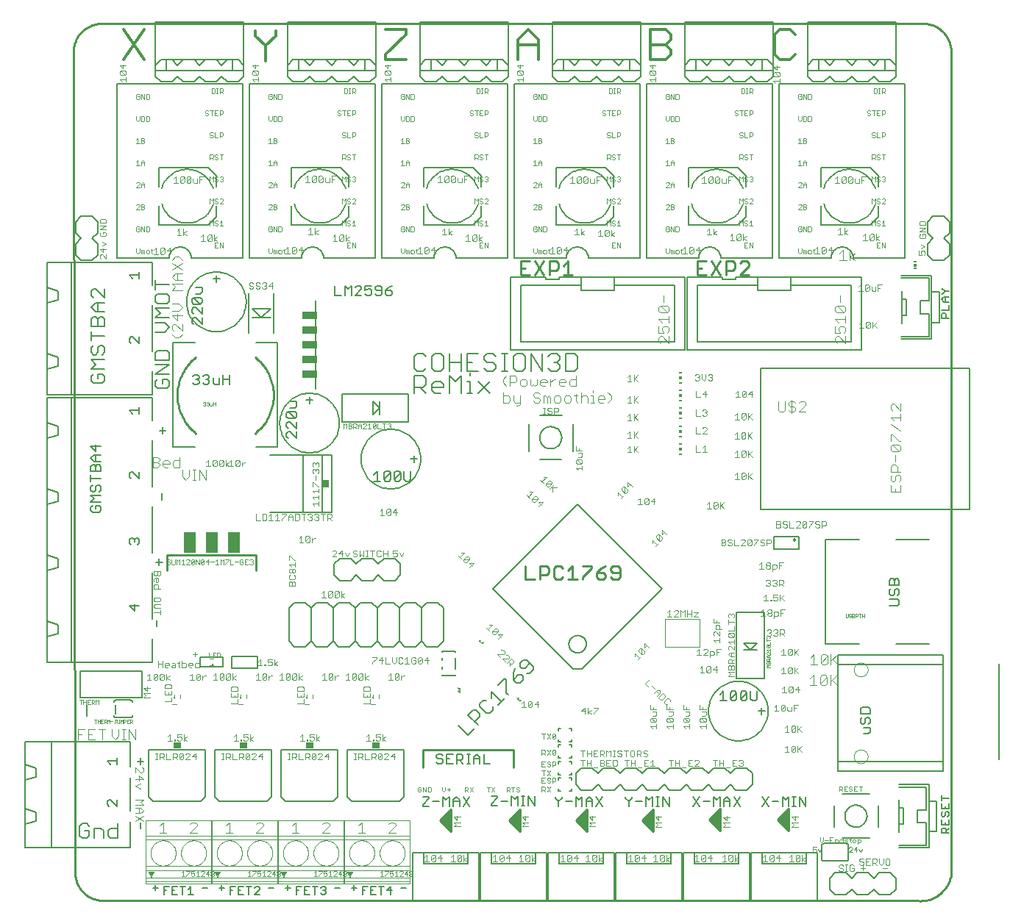
<source format=gto>
G75*
G70*
%OFA0B0*%
%FSLAX24Y24*%
%IPPOS*%
%LPD*%
%AMOC8*
5,1,8,0,0,1.08239X$1,22.5*
%
%ADD10C,0.0100*%
%ADD11C,0.0090*%
%ADD12C,0.0070*%
%ADD13C,0.0040*%
%ADD14R,0.0009X0.0009*%
%ADD15C,0.0120*%
%ADD16C,0.0060*%
%ADD17C,0.0030*%
%ADD18C,0.0020*%
%ADD19C,0.0050*%
%ADD20C,0.0080*%
%ADD21C,0.0010*%
%ADD22R,0.0118X0.0059*%
%ADD23R,0.0118X0.0118*%
%ADD24R,0.0300X0.0340*%
%ADD25R,0.0660X0.0380*%
%ADD26C,0.0000*%
%ADD27R,0.0560X0.0980*%
%ADD28R,0.0098X0.0089*%
%ADD29R,0.0340X0.0300*%
%ADD30R,0.0089X0.0098*%
D10*
X002393Y001821D02*
X002330Y038999D01*
X002331Y038998D02*
X002328Y039067D01*
X002329Y039135D01*
X002334Y039203D01*
X002343Y039271D01*
X002355Y039339D01*
X002371Y039405D01*
X002390Y039471D01*
X002413Y039535D01*
X002440Y039599D01*
X002470Y039660D01*
X002503Y039720D01*
X002539Y039778D01*
X002578Y039834D01*
X002621Y039888D01*
X002666Y039939D01*
X002714Y039988D01*
X002764Y040034D01*
X002817Y040078D01*
X002873Y040118D01*
X002930Y040156D01*
X002989Y040190D01*
X003050Y040221D01*
X003113Y040249D01*
X003177Y040273D01*
X003242Y040294D01*
X003308Y040311D01*
X003375Y040324D01*
X003443Y040334D01*
X003511Y040340D01*
X003511Y040341D02*
X040913Y040341D01*
X040983Y040333D01*
X041052Y040321D01*
X041121Y040306D01*
X041188Y040287D01*
X041255Y040264D01*
X041320Y040238D01*
X041384Y040208D01*
X041446Y040175D01*
X041506Y040138D01*
X041564Y040098D01*
X041619Y040056D01*
X041673Y040010D01*
X041724Y039961D01*
X041772Y039910D01*
X041817Y039856D01*
X041859Y039800D01*
X041898Y039741D01*
X041934Y039681D01*
X041967Y039619D01*
X041996Y039555D01*
X042022Y039489D01*
X042044Y039423D01*
X042062Y039355D01*
X042077Y039286D01*
X042088Y039217D01*
X042095Y039147D01*
X042099Y039077D01*
X042098Y039006D01*
X042094Y038936D01*
X042094Y001759D01*
X042095Y001759D02*
X042081Y001685D01*
X042063Y001613D01*
X042042Y001541D01*
X042016Y001471D01*
X041988Y001402D01*
X041955Y001334D01*
X041919Y001269D01*
X041880Y001205D01*
X041837Y001144D01*
X041792Y001085D01*
X041743Y001028D01*
X041691Y000974D01*
X041637Y000923D01*
X041580Y000874D01*
X041520Y000829D01*
X041459Y000787D01*
X041395Y000748D01*
X041329Y000712D01*
X041261Y000680D01*
X041192Y000652D01*
X041122Y000627D01*
X041050Y000606D01*
X040977Y000589D01*
X040904Y000576D01*
X040829Y000566D01*
X040755Y000561D01*
X040680Y000559D01*
X040605Y000561D01*
X040531Y000567D01*
X040457Y000577D01*
X040456Y000578D02*
X003699Y000578D01*
X003698Y000577D02*
X003629Y000578D01*
X003560Y000581D01*
X003492Y000589D01*
X003424Y000600D01*
X003356Y000615D01*
X003290Y000634D01*
X003224Y000656D01*
X003160Y000682D01*
X003098Y000711D01*
X003037Y000744D01*
X002978Y000779D01*
X002921Y000818D01*
X002866Y000860D01*
X002813Y000905D01*
X002763Y000953D01*
X002716Y001003D01*
X002671Y001056D01*
X002630Y001111D01*
X002591Y001168D01*
X002555Y001227D01*
X002523Y001288D01*
X002494Y001351D01*
X002469Y001415D01*
X002447Y001481D01*
X002429Y001547D01*
X002414Y001615D01*
X002403Y001683D01*
X002396Y001752D01*
X002392Y001821D01*
X006560Y015550D02*
X006560Y016250D01*
X010600Y016250D01*
X010600Y015550D01*
X007870Y021760D02*
X007787Y021828D01*
X007707Y021901D01*
X007631Y021977D01*
X007559Y022057D01*
X007491Y022141D01*
X007427Y022227D01*
X007367Y022317D01*
X007312Y022410D01*
X007261Y022505D01*
X007215Y022602D01*
X007174Y022702D01*
X007138Y022803D01*
X007106Y022906D01*
X007080Y023011D01*
X007059Y023117D01*
X007043Y023223D01*
X007033Y023330D01*
X007028Y023438D01*
X007028Y023546D01*
X007033Y023654D01*
X007043Y023761D01*
X007059Y023867D01*
X007080Y023973D01*
X007106Y024078D01*
X007138Y024181D01*
X007174Y024282D01*
X007215Y024382D01*
X007261Y024479D01*
X007312Y024574D01*
X007367Y024667D01*
X007427Y024757D01*
X007491Y024843D01*
X007559Y024927D01*
X007631Y025007D01*
X007707Y025083D01*
X007787Y025156D01*
X007870Y025224D01*
X010546Y025224D02*
X010629Y025156D01*
X010709Y025083D01*
X010785Y025007D01*
X010857Y024927D01*
X010925Y024843D01*
X010989Y024757D01*
X011049Y024667D01*
X011104Y024574D01*
X011155Y024479D01*
X011201Y024382D01*
X011242Y024282D01*
X011278Y024181D01*
X011310Y024078D01*
X011336Y023973D01*
X011357Y023867D01*
X011373Y023761D01*
X011383Y023654D01*
X011388Y023546D01*
X011388Y023438D01*
X011383Y023330D01*
X011373Y023223D01*
X011357Y023117D01*
X011336Y023011D01*
X011310Y022906D01*
X011278Y022803D01*
X011242Y022702D01*
X011201Y022602D01*
X011155Y022505D01*
X011104Y022410D01*
X011049Y022317D01*
X010989Y022227D01*
X010925Y022141D01*
X010857Y022057D01*
X010785Y021977D01*
X010709Y021901D01*
X010629Y021828D01*
X010546Y021760D01*
X018153Y007410D02*
X022247Y007410D01*
X022247Y006622D01*
X022549Y004703D02*
X022549Y003703D01*
X022049Y004203D01*
X022549Y004703D01*
X022549Y004616D02*
X022462Y004616D01*
X022549Y004518D02*
X022364Y004518D01*
X022265Y004419D02*
X022549Y004419D01*
X022549Y004321D02*
X022167Y004321D01*
X022068Y004222D02*
X022549Y004222D01*
X022549Y004124D02*
X022128Y004124D01*
X022226Y004025D02*
X022549Y004025D01*
X022549Y003927D02*
X022325Y003927D01*
X022423Y003828D02*
X022549Y003828D01*
X022549Y003730D02*
X022522Y003730D01*
X025080Y004203D02*
X025580Y004703D01*
X025580Y003703D01*
X025080Y004203D01*
X025100Y004222D02*
X025580Y004222D01*
X025580Y004124D02*
X025159Y004124D01*
X025257Y004025D02*
X025580Y004025D01*
X025580Y003927D02*
X025356Y003927D01*
X025454Y003828D02*
X025580Y003828D01*
X025580Y003730D02*
X025553Y003730D01*
X025580Y004321D02*
X025198Y004321D01*
X025297Y004419D02*
X025580Y004419D01*
X025580Y004518D02*
X025395Y004518D01*
X025494Y004616D02*
X025580Y004616D01*
X028080Y004203D02*
X028580Y004703D01*
X028580Y003703D01*
X028080Y004203D01*
X028100Y004222D02*
X028580Y004222D01*
X028580Y004124D02*
X028159Y004124D01*
X028257Y004025D02*
X028580Y004025D01*
X028580Y003927D02*
X028356Y003927D01*
X028454Y003828D02*
X028580Y003828D01*
X028580Y003730D02*
X028553Y003730D01*
X028580Y004321D02*
X028198Y004321D01*
X028297Y004419D02*
X028580Y004419D01*
X028580Y004518D02*
X028395Y004518D01*
X028494Y004616D02*
X028580Y004616D01*
X031143Y004234D02*
X031643Y004734D01*
X031643Y003734D01*
X031143Y004234D01*
X031154Y004222D02*
X031643Y004222D01*
X031643Y004124D02*
X031253Y004124D01*
X031351Y004025D02*
X031643Y004025D01*
X031643Y003927D02*
X031450Y003927D01*
X031548Y003828D02*
X031643Y003828D01*
X031643Y004321D02*
X031229Y004321D01*
X031328Y004419D02*
X031643Y004419D01*
X031643Y004518D02*
X031426Y004518D01*
X031525Y004616D02*
X031643Y004616D01*
X031643Y004715D02*
X031623Y004715D01*
X034236Y004234D02*
X034736Y004734D01*
X034736Y003734D01*
X034236Y004234D01*
X034248Y004222D02*
X034736Y004222D01*
X034736Y004124D02*
X034346Y004124D01*
X034445Y004025D02*
X034736Y004025D01*
X034736Y003927D02*
X034543Y003927D01*
X034642Y003828D02*
X034736Y003828D01*
X034736Y004321D02*
X034323Y004321D01*
X034422Y004419D02*
X034736Y004419D01*
X034736Y004518D02*
X034520Y004518D01*
X034619Y004616D02*
X034736Y004616D01*
X034736Y004715D02*
X034717Y004715D01*
X019424Y004703D02*
X019424Y003703D01*
X018924Y004203D01*
X019424Y004703D01*
X019424Y004616D02*
X019337Y004616D01*
X019424Y004518D02*
X019239Y004518D01*
X019140Y004419D02*
X019424Y004419D01*
X019424Y004321D02*
X019042Y004321D01*
X018943Y004222D02*
X019424Y004222D01*
X019424Y004124D02*
X019003Y004124D01*
X019101Y004025D02*
X019424Y004025D01*
X019424Y003927D02*
X019200Y003927D01*
X019298Y003828D02*
X019424Y003828D01*
X019424Y003730D02*
X019397Y003730D01*
X018153Y006622D02*
X018153Y007410D01*
D11*
X022806Y015137D02*
X023213Y015137D01*
X023451Y015137D02*
X023451Y015747D01*
X023756Y015747D01*
X023858Y015645D01*
X023858Y015442D01*
X023756Y015340D01*
X023451Y015340D01*
X022806Y015137D02*
X022806Y015747D01*
X024095Y015645D02*
X024095Y015238D01*
X024197Y015137D01*
X024400Y015137D01*
X024502Y015238D01*
X024740Y015137D02*
X025147Y015137D01*
X024943Y015137D02*
X024943Y015747D01*
X024740Y015544D01*
X024502Y015645D02*
X024400Y015747D01*
X024197Y015747D01*
X024095Y015645D01*
X025384Y015747D02*
X025791Y015747D01*
X025791Y015645D01*
X025384Y015238D01*
X025384Y015137D01*
X026029Y015238D02*
X026131Y015137D01*
X026334Y015137D01*
X026436Y015238D01*
X026436Y015340D01*
X026334Y015442D01*
X026029Y015442D01*
X026029Y015238D01*
X026029Y015442D02*
X026232Y015645D01*
X026436Y015747D01*
X026673Y015645D02*
X026673Y015544D01*
X026775Y015442D01*
X027080Y015442D01*
X027080Y015645D02*
X027080Y015238D01*
X026979Y015137D01*
X026775Y015137D01*
X026673Y015238D01*
X026673Y015645D02*
X026775Y015747D01*
X026979Y015747D01*
X027080Y015645D01*
X024931Y028953D02*
X024524Y028953D01*
X024727Y028953D02*
X024727Y029563D01*
X024524Y029360D01*
X024286Y029461D02*
X024286Y029258D01*
X024185Y029156D01*
X023879Y029156D01*
X023879Y028953D02*
X023879Y029563D01*
X024185Y029563D01*
X024286Y029461D01*
X023642Y029563D02*
X023235Y028953D01*
X022997Y028953D02*
X022590Y028953D01*
X022590Y029563D01*
X022997Y029563D01*
X023235Y029563D02*
X023642Y028953D01*
X022794Y029258D02*
X022590Y029258D01*
X030590Y029258D02*
X030794Y029258D01*
X030997Y029563D02*
X030590Y029563D01*
X030590Y028953D01*
X030997Y028953D01*
X031235Y028953D02*
X031642Y029563D01*
X031879Y029563D02*
X032185Y029563D01*
X032286Y029461D01*
X032286Y029258D01*
X032185Y029156D01*
X031879Y029156D01*
X031879Y028953D02*
X031879Y029563D01*
X031235Y029563D02*
X031642Y028953D01*
X032524Y028953D02*
X032931Y029360D01*
X032931Y029461D01*
X032829Y029563D01*
X032626Y029563D01*
X032524Y029461D01*
X032524Y028953D02*
X032931Y028953D01*
D12*
X025161Y025240D02*
X025161Y024713D01*
X025030Y024581D01*
X024634Y024581D01*
X024634Y025372D01*
X025030Y025372D01*
X025161Y025240D01*
X024369Y025240D02*
X024369Y025108D01*
X024238Y024977D01*
X024369Y024845D01*
X024369Y024713D01*
X024238Y024581D01*
X023974Y024581D01*
X023842Y024713D01*
X023578Y024581D02*
X023578Y025372D01*
X023842Y025240D02*
X023974Y025372D01*
X024238Y025372D01*
X024369Y025240D01*
X024238Y024977D02*
X024106Y024977D01*
X023578Y024581D02*
X023050Y025372D01*
X023050Y024581D01*
X022786Y024713D02*
X022786Y025240D01*
X022654Y025372D01*
X022390Y025372D01*
X022259Y025240D01*
X022259Y024713D01*
X022390Y024581D01*
X022654Y024581D01*
X022786Y024713D01*
X021994Y024581D02*
X021731Y024581D01*
X021862Y024581D02*
X021862Y025372D01*
X021731Y025372D02*
X021994Y025372D01*
X021466Y025240D02*
X021334Y025372D01*
X021071Y025372D01*
X020939Y025240D01*
X020939Y025108D01*
X021071Y024977D01*
X021334Y024977D01*
X021466Y024845D01*
X021466Y024713D01*
X021334Y024581D01*
X021071Y024581D01*
X020939Y024713D01*
X020674Y024581D02*
X020147Y024581D01*
X020147Y025372D01*
X020674Y025372D01*
X020410Y024977D02*
X020147Y024977D01*
X019882Y024977D02*
X019355Y024977D01*
X019090Y025240D02*
X018958Y025372D01*
X018695Y025372D01*
X018563Y025240D01*
X018563Y024713D01*
X018695Y024581D01*
X018958Y024581D01*
X019090Y024713D01*
X019090Y025240D01*
X019355Y025372D02*
X019355Y024581D01*
X019355Y024372D02*
X019619Y024108D01*
X019882Y024372D01*
X019882Y023581D01*
X020147Y023581D02*
X020410Y023581D01*
X020279Y023581D02*
X020279Y024108D01*
X020147Y024108D01*
X020279Y024372D02*
X020279Y024504D01*
X019882Y024581D02*
X019882Y025372D01*
X019355Y024372D02*
X019355Y023581D01*
X019090Y023845D02*
X018563Y023845D01*
X018563Y023977D02*
X018695Y024108D01*
X018958Y024108D01*
X019090Y023977D01*
X019090Y023845D01*
X018958Y023581D02*
X018695Y023581D01*
X018563Y023713D01*
X018563Y023977D01*
X018298Y023977D02*
X018167Y023845D01*
X017771Y023845D01*
X017771Y023581D02*
X017771Y024372D01*
X018167Y024372D01*
X018298Y024240D01*
X018298Y023977D01*
X018035Y023845D02*
X018298Y023581D01*
X018167Y024581D02*
X018298Y024713D01*
X018167Y024581D02*
X017903Y024581D01*
X017771Y024713D01*
X017771Y025240D01*
X017903Y025372D01*
X018167Y025372D01*
X018298Y025240D01*
X020675Y024108D02*
X021202Y023581D01*
X020675Y023581D02*
X021202Y024108D01*
X016753Y028093D02*
X016753Y028165D01*
X016681Y028237D01*
X016466Y028237D01*
X016466Y028093D01*
X016538Y028021D01*
X016681Y028021D01*
X016753Y028093D01*
X016610Y028380D02*
X016466Y028237D01*
X016293Y028237D02*
X016078Y028237D01*
X016006Y028308D01*
X016006Y028380D01*
X016078Y028452D01*
X016221Y028452D01*
X016293Y028380D01*
X016293Y028093D01*
X016221Y028021D01*
X016078Y028021D01*
X016006Y028093D01*
X015832Y028093D02*
X015832Y028237D01*
X015761Y028308D01*
X015689Y028308D01*
X015545Y028237D01*
X015545Y028452D01*
X015832Y028452D01*
X015832Y028093D02*
X015761Y028021D01*
X015617Y028021D01*
X015545Y028093D01*
X015372Y028021D02*
X015085Y028021D01*
X015372Y028308D01*
X015372Y028380D01*
X015300Y028452D01*
X015157Y028452D01*
X015085Y028380D01*
X014912Y028452D02*
X014912Y028021D01*
X014625Y028021D02*
X014625Y028452D01*
X014768Y028308D01*
X014912Y028452D01*
X014451Y028021D02*
X014164Y028021D01*
X014164Y028452D01*
X016610Y028380D02*
X016753Y028452D01*
X009393Y024416D02*
X009393Y023986D01*
X009393Y024201D02*
X009106Y024201D01*
X008933Y024273D02*
X008933Y023986D01*
X008718Y023986D01*
X008646Y024058D01*
X008646Y024273D01*
X008473Y024273D02*
X008401Y024201D01*
X008473Y024129D01*
X008473Y024058D01*
X008401Y023986D01*
X008257Y023986D01*
X008186Y024058D01*
X008012Y024058D02*
X007940Y023986D01*
X007797Y023986D01*
X007725Y024058D01*
X007869Y024201D02*
X007940Y024201D01*
X008012Y024129D01*
X008012Y024058D01*
X007940Y024201D02*
X008012Y024273D01*
X008012Y024345D01*
X007940Y024416D01*
X007797Y024416D01*
X007725Y024345D01*
X008186Y024345D02*
X008257Y024416D01*
X008401Y024416D01*
X008473Y024345D01*
X008473Y024273D01*
X008401Y024201D02*
X008329Y024201D01*
X009106Y023986D02*
X009106Y024416D01*
X006505Y021889D02*
X006218Y021889D01*
X006361Y021746D02*
X006361Y022033D01*
X003745Y024143D02*
X003745Y024353D01*
X003640Y024459D01*
X003430Y024459D01*
X003430Y024248D01*
X003220Y024038D02*
X003640Y024038D01*
X003745Y024143D01*
X003220Y024038D02*
X003114Y024143D01*
X003114Y024353D01*
X003220Y024459D01*
X003114Y024683D02*
X003325Y024893D01*
X003114Y025103D01*
X003745Y025103D01*
X003640Y025327D02*
X003745Y025432D01*
X003745Y025643D01*
X003640Y025748D01*
X003535Y025748D01*
X003430Y025643D01*
X003430Y025432D01*
X003325Y025327D01*
X003220Y025327D01*
X003114Y025432D01*
X003114Y025643D01*
X003220Y025748D01*
X003114Y025972D02*
X003114Y026392D01*
X003114Y026182D02*
X003745Y026182D01*
X003745Y026616D02*
X003114Y026616D01*
X003114Y026932D01*
X003220Y027037D01*
X003325Y027037D01*
X003430Y026932D01*
X003430Y026616D01*
X003745Y026616D02*
X003745Y026932D01*
X003640Y027037D01*
X003535Y027037D01*
X003430Y026932D01*
X003430Y027261D02*
X003430Y027681D01*
X003325Y027681D02*
X003745Y027681D01*
X003745Y027905D02*
X003325Y028326D01*
X003220Y028326D01*
X003114Y028221D01*
X003114Y028011D01*
X003220Y027905D01*
X003325Y027681D02*
X003114Y027471D01*
X003325Y027261D01*
X003745Y027261D01*
X003745Y027905D02*
X003745Y028326D01*
X003745Y024683D02*
X003114Y024683D01*
X006330Y019033D02*
X006330Y018746D01*
X006205Y016064D02*
X006205Y015777D01*
X006348Y015921D02*
X006061Y015921D01*
X006080Y013283D02*
X006080Y012996D01*
X005361Y007033D02*
X005361Y006746D01*
X005218Y006889D02*
X005505Y006889D01*
X005361Y004127D02*
X005361Y003840D01*
X018146Y004847D02*
X018433Y004847D01*
X018606Y005062D02*
X018893Y005062D01*
X019066Y005277D02*
X019210Y005134D01*
X019353Y005277D01*
X019353Y004847D01*
X019527Y004847D02*
X019527Y005134D01*
X019670Y005277D01*
X019814Y005134D01*
X019814Y004847D01*
X019987Y004847D02*
X020274Y005277D01*
X019987Y005277D02*
X020274Y004847D01*
X019814Y005062D02*
X019527Y005062D01*
X019066Y004847D02*
X019066Y005277D01*
X018433Y005277D02*
X018433Y005205D01*
X018146Y004918D01*
X018146Y004847D01*
X018146Y005277D02*
X018433Y005277D01*
X018840Y006787D02*
X018768Y006859D01*
X018840Y006787D02*
X018983Y006787D01*
X019055Y006859D01*
X019055Y006931D01*
X018983Y007002D01*
X018840Y007002D01*
X018768Y007074D01*
X018768Y007146D01*
X018840Y007218D01*
X018983Y007218D01*
X019055Y007146D01*
X019228Y007218D02*
X019228Y006787D01*
X019515Y006787D01*
X019689Y006787D02*
X019689Y007218D01*
X019904Y007218D01*
X019976Y007146D01*
X019976Y007002D01*
X019904Y006931D01*
X019689Y006931D01*
X019832Y006931D02*
X019976Y006787D01*
X020149Y006787D02*
X020293Y006787D01*
X020221Y006787D02*
X020221Y007218D01*
X020149Y007218D02*
X020293Y007218D01*
X020456Y007074D02*
X020456Y006787D01*
X020456Y007002D02*
X020743Y007002D01*
X020743Y007074D02*
X020743Y006787D01*
X020916Y006787D02*
X020916Y007218D01*
X020743Y007074D02*
X020599Y007218D01*
X020456Y007074D01*
X020916Y006787D02*
X021203Y006787D01*
X021250Y005308D02*
X021537Y005308D01*
X021537Y005237D01*
X021250Y004950D01*
X021250Y004878D01*
X021537Y004878D01*
X021711Y005093D02*
X021998Y005093D01*
X022171Y004878D02*
X022171Y005308D01*
X022315Y005165D01*
X022458Y005308D01*
X022458Y004878D01*
X022632Y004878D02*
X022775Y004878D01*
X022703Y004878D02*
X022703Y005308D01*
X022632Y005308D02*
X022775Y005308D01*
X022939Y005308D02*
X023225Y004878D01*
X023225Y005308D01*
X022939Y005308D02*
X022939Y004878D01*
X024166Y005205D02*
X024310Y005062D01*
X024310Y004847D01*
X024310Y005062D02*
X024453Y005205D01*
X024453Y005277D01*
X024627Y005062D02*
X024914Y005062D01*
X025087Y005277D02*
X025231Y005134D01*
X025374Y005277D01*
X025374Y004847D01*
X025548Y004847D02*
X025548Y005134D01*
X025691Y005277D01*
X025834Y005134D01*
X025834Y004847D01*
X026008Y004847D02*
X026295Y005277D01*
X026008Y005277D02*
X026295Y004847D01*
X025834Y005062D02*
X025548Y005062D01*
X025087Y004847D02*
X025087Y005277D01*
X024166Y005277D02*
X024166Y005205D01*
X027342Y005205D02*
X027486Y005062D01*
X027486Y004847D01*
X027486Y005062D02*
X027629Y005205D01*
X027629Y005277D01*
X027803Y005062D02*
X028090Y005062D01*
X028263Y005277D02*
X028407Y005134D01*
X028550Y005277D01*
X028550Y004847D01*
X028724Y004847D02*
X028867Y004847D01*
X028795Y004847D02*
X028795Y005277D01*
X028724Y005277D02*
X028867Y005277D01*
X029030Y005277D02*
X029317Y004847D01*
X029317Y005277D01*
X029030Y005277D02*
X029030Y004847D01*
X028263Y004847D02*
X028263Y005277D01*
X027342Y005277D02*
X027342Y005205D01*
X030406Y005277D02*
X030693Y004847D01*
X030866Y005062D02*
X031153Y005062D01*
X031327Y005277D02*
X031470Y005134D01*
X031613Y005277D01*
X031613Y004847D01*
X031787Y004847D02*
X031787Y005134D01*
X031930Y005277D01*
X032074Y005134D01*
X032074Y004847D01*
X032247Y004847D02*
X032534Y005277D01*
X032247Y005277D02*
X032534Y004847D01*
X032074Y005062D02*
X031787Y005062D01*
X031327Y004847D02*
X031327Y005277D01*
X030693Y005277D02*
X030406Y004847D01*
X033526Y004847D02*
X033812Y005277D01*
X033986Y005062D02*
X034273Y005062D01*
X034446Y005277D02*
X034590Y005134D01*
X034733Y005277D01*
X034733Y004847D01*
X034907Y004847D02*
X035050Y004847D01*
X034978Y004847D02*
X034978Y005277D01*
X034907Y005277D02*
X035050Y005277D01*
X035214Y005277D02*
X035501Y004847D01*
X035501Y005277D01*
X035214Y005277D02*
X035214Y004847D01*
X034446Y004847D02*
X034446Y005277D01*
X033812Y004847D02*
X033526Y005277D01*
X038126Y008128D02*
X038341Y008128D01*
X038413Y008199D01*
X038413Y008415D01*
X038126Y008415D01*
X038126Y008588D02*
X038198Y008660D01*
X038198Y008803D01*
X038270Y008875D01*
X038341Y008875D01*
X038413Y008803D01*
X038413Y008660D01*
X038341Y008588D01*
X038126Y008588D02*
X038054Y008588D01*
X037983Y008660D01*
X037983Y008803D01*
X038054Y008875D01*
X037983Y009049D02*
X037983Y009264D01*
X038054Y009335D01*
X038341Y009335D01*
X038413Y009264D01*
X038413Y009049D01*
X037983Y009049D01*
X041650Y005333D02*
X041650Y005113D01*
X041650Y005223D02*
X041980Y005223D01*
X041980Y004965D02*
X041980Y004745D01*
X041650Y004745D01*
X041650Y004965D01*
X041815Y004855D02*
X041815Y004745D01*
X041870Y004596D02*
X041925Y004596D01*
X041980Y004541D01*
X041980Y004431D01*
X041925Y004376D01*
X041815Y004431D02*
X041815Y004541D01*
X041870Y004596D01*
X041705Y004596D02*
X041650Y004541D01*
X041650Y004431D01*
X041705Y004376D01*
X041760Y004376D01*
X041815Y004431D01*
X041980Y004228D02*
X041980Y004008D01*
X041650Y004008D01*
X041650Y004228D01*
X041815Y004118D02*
X041815Y004008D01*
X041815Y003860D02*
X041870Y003805D01*
X041870Y003640D01*
X041870Y003750D02*
X041980Y003860D01*
X041815Y003860D02*
X041705Y003860D01*
X041650Y003805D01*
X041650Y003640D01*
X041980Y003640D01*
X033294Y009707D02*
X033294Y010066D01*
X033007Y010066D02*
X033007Y009707D01*
X033079Y009636D01*
X033222Y009636D01*
X033294Y009707D01*
X032833Y009707D02*
X032762Y009636D01*
X032618Y009636D01*
X032547Y009707D01*
X032833Y009994D01*
X032833Y009707D01*
X032547Y009707D02*
X032547Y009994D01*
X032618Y010066D01*
X032762Y010066D01*
X032833Y009994D01*
X032373Y009994D02*
X032086Y009707D01*
X032158Y009636D01*
X032301Y009636D01*
X032373Y009707D01*
X032373Y009994D01*
X032301Y010066D01*
X032158Y010066D01*
X032086Y009994D01*
X032086Y009707D01*
X031913Y009636D02*
X031626Y009636D01*
X031769Y009636D02*
X031769Y010066D01*
X031626Y009923D01*
X039306Y013955D02*
X039664Y013955D01*
X039736Y014026D01*
X039736Y014170D01*
X039664Y014241D01*
X039306Y014241D01*
X039377Y014415D02*
X039449Y014415D01*
X039521Y014487D01*
X039521Y014630D01*
X039592Y014702D01*
X039664Y014702D01*
X039736Y014630D01*
X039736Y014487D01*
X039664Y014415D01*
X039377Y014415D02*
X039306Y014487D01*
X039306Y014630D01*
X039377Y014702D01*
X039306Y014875D02*
X039306Y015090D01*
X039377Y015162D01*
X039449Y015162D01*
X039521Y015090D01*
X039521Y014875D01*
X039736Y014875D02*
X039736Y015090D01*
X039664Y015162D01*
X039592Y015162D01*
X039521Y015090D01*
X039736Y014875D02*
X039306Y014875D01*
X041656Y026985D02*
X041656Y027150D01*
X041711Y027205D01*
X041821Y027205D01*
X041876Y027150D01*
X041876Y026985D01*
X041986Y026985D02*
X041656Y026985D01*
X041656Y027354D02*
X041986Y027354D01*
X041986Y027574D01*
X041986Y027722D02*
X041766Y027722D01*
X041656Y027832D01*
X041766Y027942D01*
X041986Y027942D01*
X041821Y027942D02*
X041821Y027722D01*
X041711Y028090D02*
X041821Y028200D01*
X041986Y028200D01*
X041821Y028200D02*
X041711Y028310D01*
X041656Y028310D01*
X041656Y028090D02*
X041711Y028090D01*
X023152Y011186D02*
X022855Y011483D01*
X022706Y011483D01*
X022558Y011334D01*
X022558Y011186D01*
X022632Y011111D01*
X022780Y011111D01*
X023003Y011334D01*
X023152Y011186D02*
X023152Y011037D01*
X023003Y010889D01*
X022855Y010889D01*
X022696Y010730D02*
X022622Y010804D01*
X022473Y010804D01*
X022250Y010581D01*
X022399Y010433D01*
X022548Y010433D01*
X022696Y010581D01*
X022696Y010730D01*
X022250Y010879D02*
X022250Y010581D01*
X022250Y010879D02*
X022325Y011102D01*
X021869Y010646D02*
X021943Y010571D01*
X021943Y009977D01*
X022018Y009903D01*
X021859Y009744D02*
X021562Y009447D01*
X021710Y009596D02*
X021265Y010041D01*
X021265Y009744D01*
X021032Y009660D02*
X020883Y009660D01*
X020735Y009511D01*
X020735Y009363D01*
X021032Y009065D01*
X021180Y009065D01*
X021329Y009214D01*
X021329Y009363D01*
X020725Y009056D02*
X020725Y008907D01*
X020502Y008684D01*
X020650Y008535D02*
X020204Y008981D01*
X020427Y009204D01*
X020576Y009204D01*
X020725Y009056D01*
X020492Y008377D02*
X020195Y008080D01*
X019749Y008525D01*
X019515Y007218D02*
X019228Y007218D01*
X019228Y007002D02*
X019372Y007002D01*
X021572Y010349D02*
X021869Y010646D01*
D13*
X022719Y009613D02*
X022626Y009520D01*
X022719Y009613D02*
X022719Y009333D01*
X022626Y009333D02*
X022812Y009333D01*
X022920Y009380D02*
X022967Y009333D01*
X023060Y009333D01*
X023107Y009380D01*
X023107Y009567D01*
X022920Y009380D01*
X022920Y009567D01*
X022967Y009613D01*
X023060Y009613D01*
X023107Y009567D01*
X023215Y009473D02*
X023402Y009473D01*
X023355Y009333D02*
X023355Y009613D01*
X023215Y009473D01*
X025299Y007391D02*
X025486Y007391D01*
X025393Y007391D02*
X025393Y007111D01*
X025390Y006952D02*
X025390Y006672D01*
X025591Y006672D02*
X025591Y006952D01*
X025483Y006952D02*
X025297Y006952D01*
X025591Y006812D02*
X025778Y006812D01*
X025778Y006952D02*
X025778Y006672D01*
X025886Y006625D02*
X026073Y006625D01*
X026181Y006672D02*
X026321Y006672D01*
X026367Y006718D01*
X026367Y006765D01*
X026321Y006812D01*
X026181Y006812D01*
X026321Y006812D02*
X026367Y006858D01*
X026367Y006905D01*
X026321Y006952D01*
X026181Y006952D01*
X026181Y006672D01*
X026475Y006672D02*
X026475Y006952D01*
X026662Y006952D01*
X026770Y006952D02*
X026910Y006952D01*
X026957Y006905D01*
X026957Y006718D01*
X026910Y006672D01*
X026770Y006672D01*
X026770Y006952D01*
X026773Y007111D02*
X026866Y007111D01*
X026819Y007111D02*
X026819Y007391D01*
X026773Y007391D02*
X026866Y007391D01*
X026969Y007344D02*
X026969Y007297D01*
X027016Y007251D01*
X027109Y007251D01*
X027156Y007204D01*
X027156Y007157D01*
X027109Y007111D01*
X027016Y007111D01*
X026969Y007157D01*
X026969Y007344D02*
X027016Y007391D01*
X027109Y007391D01*
X027156Y007344D01*
X027264Y007391D02*
X027450Y007391D01*
X027357Y007391D02*
X027357Y007111D01*
X027390Y006952D02*
X027390Y006672D01*
X027591Y006672D02*
X027591Y006952D01*
X027483Y006952D02*
X027297Y006952D01*
X027591Y006812D02*
X027778Y006812D01*
X027778Y006952D02*
X027778Y006672D01*
X027886Y006625D02*
X028073Y006625D01*
X028181Y006672D02*
X028367Y006672D01*
X028475Y006672D02*
X028662Y006672D01*
X028569Y006672D02*
X028569Y006952D01*
X028475Y006858D01*
X028367Y006952D02*
X028181Y006952D01*
X028181Y006672D01*
X028181Y006812D02*
X028274Y006812D01*
X028288Y007111D02*
X028194Y007111D01*
X028148Y007157D01*
X028194Y007251D02*
X028288Y007251D01*
X028334Y007204D01*
X028334Y007157D01*
X028288Y007111D01*
X028194Y007251D02*
X028148Y007297D01*
X028148Y007344D01*
X028194Y007391D01*
X028288Y007391D01*
X028334Y007344D01*
X028040Y007344D02*
X028040Y007251D01*
X027993Y007204D01*
X027853Y007204D01*
X027946Y007204D02*
X028040Y007111D01*
X027853Y007111D02*
X027853Y007391D01*
X027993Y007391D01*
X028040Y007344D01*
X027745Y007344D02*
X027745Y007157D01*
X027698Y007111D01*
X027605Y007111D01*
X027558Y007157D01*
X027558Y007344D01*
X027605Y007391D01*
X027698Y007391D01*
X027745Y007344D01*
X026665Y007391D02*
X026665Y007111D01*
X026478Y007111D02*
X026478Y007391D01*
X026571Y007297D01*
X026665Y007391D01*
X026370Y007344D02*
X026370Y007251D01*
X026323Y007204D01*
X026183Y007204D01*
X026183Y007111D02*
X026183Y007391D01*
X026323Y007391D01*
X026370Y007344D01*
X026277Y007204D02*
X026370Y007111D01*
X026075Y007111D02*
X025889Y007111D01*
X025889Y007391D01*
X026075Y007391D01*
X025982Y007251D02*
X025889Y007251D01*
X025781Y007251D02*
X025594Y007251D01*
X025594Y007111D02*
X025594Y007391D01*
X025781Y007391D02*
X025781Y007111D01*
X026475Y006812D02*
X026569Y006812D01*
X026475Y006672D02*
X026662Y006672D01*
X029297Y006952D02*
X029483Y006952D01*
X029390Y006952D02*
X029390Y006672D01*
X029591Y006672D02*
X029591Y006952D01*
X029591Y006812D02*
X029778Y006812D01*
X029778Y006952D02*
X029778Y006672D01*
X029886Y006625D02*
X030073Y006625D01*
X030181Y006672D02*
X030367Y006672D01*
X030475Y006672D02*
X030662Y006858D01*
X030662Y006905D01*
X030615Y006952D01*
X030522Y006952D01*
X030475Y006905D01*
X030367Y006952D02*
X030181Y006952D01*
X030181Y006672D01*
X030181Y006812D02*
X030274Y006812D01*
X030475Y006672D02*
X030662Y006672D01*
X031297Y006952D02*
X031483Y006952D01*
X031390Y006952D02*
X031390Y006672D01*
X031591Y006672D02*
X031591Y006952D01*
X031591Y006812D02*
X031778Y006812D01*
X031778Y006952D02*
X031778Y006672D01*
X031886Y006625D02*
X032073Y006625D01*
X032181Y006672D02*
X032367Y006672D01*
X032475Y006718D02*
X032522Y006672D01*
X032615Y006672D01*
X032662Y006718D01*
X032662Y006765D01*
X032615Y006812D01*
X032569Y006812D01*
X032615Y006812D02*
X032662Y006858D01*
X032662Y006905D01*
X032615Y006952D01*
X032522Y006952D01*
X032475Y006905D01*
X032367Y006952D02*
X032181Y006952D01*
X032181Y006672D01*
X032181Y006812D02*
X032274Y006812D01*
X034555Y007309D02*
X034742Y007309D01*
X034648Y007309D02*
X034648Y007589D01*
X034555Y007496D01*
X034849Y007543D02*
X034896Y007589D01*
X034989Y007589D01*
X035036Y007543D01*
X034849Y007356D01*
X034896Y007309D01*
X034989Y007309D01*
X035036Y007356D01*
X035036Y007543D01*
X035144Y007589D02*
X035144Y007309D01*
X035144Y007403D02*
X035331Y007589D01*
X035191Y007449D02*
X035331Y007309D01*
X034849Y007356D02*
X034849Y007543D01*
X034896Y008215D02*
X034849Y008261D01*
X035036Y008448D01*
X035036Y008261D01*
X034989Y008215D01*
X034896Y008215D01*
X034849Y008261D02*
X034849Y008448D01*
X034896Y008495D01*
X034989Y008495D01*
X035036Y008448D01*
X035144Y008495D02*
X035144Y008215D01*
X035144Y008308D02*
X035331Y008495D01*
X035191Y008355D02*
X035331Y008215D01*
X034742Y008215D02*
X034555Y008215D01*
X034648Y008215D02*
X034648Y008495D01*
X034555Y008401D01*
X034520Y009171D02*
X034426Y009171D01*
X034379Y009217D01*
X034566Y009404D01*
X034566Y009217D01*
X034520Y009171D01*
X034379Y009217D02*
X034379Y009404D01*
X034426Y009451D01*
X034520Y009451D01*
X034566Y009404D01*
X034674Y009358D02*
X034674Y009217D01*
X034721Y009171D01*
X034861Y009171D01*
X034861Y009358D01*
X034969Y009311D02*
X035062Y009311D01*
X034969Y009171D02*
X034969Y009451D01*
X035156Y009451D01*
X035166Y010003D02*
X035166Y010283D01*
X035026Y010143D01*
X035213Y010143D01*
X034918Y010236D02*
X034731Y010049D01*
X034778Y010003D01*
X034871Y010003D01*
X034918Y010049D01*
X034918Y010236D01*
X034871Y010283D01*
X034778Y010283D01*
X034731Y010236D01*
X034731Y010049D01*
X034623Y010003D02*
X034437Y010003D01*
X034530Y010003D02*
X034530Y010283D01*
X034437Y010189D01*
X034397Y010869D02*
X034584Y010869D01*
X034491Y010869D02*
X034491Y011149D01*
X034397Y011055D01*
X034692Y011102D02*
X034692Y010915D01*
X034879Y011102D01*
X034879Y010915D01*
X034832Y010869D01*
X034739Y010869D01*
X034692Y010915D01*
X034692Y011102D02*
X034739Y011149D01*
X034832Y011149D01*
X034879Y011102D01*
X034987Y011149D02*
X034987Y010869D01*
X034987Y010962D02*
X035173Y011149D01*
X035033Y011009D02*
X035173Y010869D01*
X035702Y010649D02*
X035855Y010802D01*
X035855Y010342D01*
X035702Y010342D02*
X036009Y010342D01*
X036162Y010419D02*
X036469Y010726D01*
X036469Y010419D01*
X036392Y010342D01*
X036239Y010342D01*
X036162Y010419D01*
X036162Y010726D01*
X036239Y010802D01*
X036392Y010802D01*
X036469Y010726D01*
X036623Y010802D02*
X036623Y010342D01*
X036623Y010495D02*
X036930Y010802D01*
X036699Y010572D02*
X036930Y010342D01*
X036949Y011279D02*
X036718Y011509D01*
X036642Y011433D02*
X036949Y011740D01*
X036642Y011740D02*
X036642Y011279D01*
X036488Y011356D02*
X036411Y011279D01*
X036258Y011279D01*
X036181Y011356D01*
X036488Y011663D01*
X036488Y011356D01*
X036181Y011356D02*
X036181Y011663D01*
X036258Y011740D01*
X036411Y011740D01*
X036488Y011663D01*
X036028Y011279D02*
X035721Y011279D01*
X035874Y011279D02*
X035874Y011740D01*
X035721Y011586D01*
X035173Y011695D02*
X035033Y011836D01*
X034987Y011789D02*
X035173Y011976D01*
X034987Y011976D02*
X034987Y011695D01*
X034879Y011742D02*
X034832Y011695D01*
X034739Y011695D01*
X034692Y011742D01*
X034879Y011929D01*
X034879Y011742D01*
X034879Y011929D02*
X034832Y011976D01*
X034739Y011976D01*
X034692Y011929D01*
X034692Y011742D01*
X034584Y011695D02*
X034397Y011695D01*
X034491Y011695D02*
X034491Y011976D01*
X034397Y011882D01*
X032271Y011929D02*
X032084Y012116D01*
X032037Y012116D01*
X031990Y012069D01*
X031990Y011976D01*
X032037Y011929D01*
X032084Y011821D02*
X032271Y011821D01*
X032271Y011929D02*
X032271Y012116D01*
X032271Y012224D02*
X032271Y012411D01*
X032271Y012317D02*
X031990Y012317D01*
X032084Y012224D01*
X032037Y012518D02*
X031990Y012565D01*
X031990Y012659D01*
X032037Y012705D01*
X032224Y012518D01*
X032271Y012565D01*
X032271Y012659D01*
X032224Y012705D01*
X032037Y012705D01*
X031990Y012813D02*
X032271Y012813D01*
X032271Y013000D01*
X032271Y013201D02*
X031990Y013201D01*
X031990Y013108D02*
X031990Y013295D01*
X032037Y013402D02*
X031990Y013449D01*
X031990Y013543D01*
X032037Y013589D01*
X032084Y013589D01*
X032131Y013543D01*
X032177Y013589D01*
X032224Y013589D01*
X032271Y013543D01*
X032271Y013449D01*
X032224Y013402D01*
X032131Y013496D02*
X032131Y013543D01*
X031601Y013170D02*
X031321Y013170D01*
X031321Y013357D01*
X031461Y013263D02*
X031461Y013170D01*
X031461Y013062D02*
X031555Y013062D01*
X031601Y013015D01*
X031601Y012875D01*
X031695Y012875D02*
X031415Y012875D01*
X031415Y013015D01*
X031461Y013062D01*
X031415Y012767D02*
X031368Y012767D01*
X031321Y012721D01*
X031321Y012627D01*
X031368Y012581D01*
X031415Y012767D02*
X031601Y012581D01*
X031601Y012767D01*
X031601Y012473D02*
X031601Y012286D01*
X031601Y012379D02*
X031321Y012379D01*
X031415Y012286D01*
X031462Y011976D02*
X031649Y011976D01*
X031556Y011836D02*
X031462Y011836D01*
X031354Y011836D02*
X031354Y011742D01*
X031308Y011695D01*
X031168Y011695D01*
X031168Y011602D02*
X031168Y011882D01*
X031308Y011882D01*
X031354Y011836D01*
X031462Y011976D02*
X031462Y011695D01*
X031060Y011695D02*
X030873Y011695D01*
X031060Y011882D01*
X031060Y011929D01*
X031013Y011976D01*
X030920Y011976D01*
X030873Y011929D01*
X030672Y011976D02*
X030672Y011695D01*
X030765Y011695D02*
X030578Y011695D01*
X030578Y011882D02*
X030672Y011976D01*
X030688Y012075D02*
X029141Y012075D01*
X029140Y012082D02*
X029140Y013332D01*
X029141Y013338D02*
X030688Y013338D01*
X030690Y013332D02*
X030690Y012082D01*
X031990Y011728D02*
X032084Y011821D01*
X032131Y011821D02*
X032131Y011635D01*
X032084Y011635D02*
X031990Y011728D01*
X032084Y011635D02*
X032271Y011635D01*
X032271Y011527D02*
X032177Y011433D01*
X032177Y011480D02*
X032177Y011340D01*
X032271Y011340D02*
X031990Y011340D01*
X031990Y011480D01*
X032037Y011527D01*
X032131Y011527D01*
X032177Y011480D01*
X032177Y011232D02*
X032224Y011232D01*
X032271Y011185D01*
X032271Y011045D01*
X031990Y011045D01*
X031990Y011185D01*
X032037Y011232D01*
X032084Y011232D01*
X032131Y011185D01*
X032131Y011045D01*
X032131Y011185D02*
X032177Y011232D01*
X032271Y010937D02*
X031990Y010937D01*
X032084Y010844D01*
X031990Y010751D01*
X032271Y010751D01*
X032224Y012518D02*
X032037Y012518D01*
X034178Y009451D02*
X034178Y009171D01*
X034085Y009171D02*
X034272Y009171D01*
X034085Y009358D02*
X034178Y009451D01*
X037035Y005754D02*
X037135Y005754D01*
X037168Y005721D01*
X037168Y005654D01*
X037135Y005620D01*
X037035Y005620D01*
X037035Y005554D02*
X037035Y005754D01*
X037102Y005620D02*
X037168Y005554D01*
X037256Y005554D02*
X037389Y005554D01*
X037477Y005587D02*
X037510Y005554D01*
X037577Y005554D01*
X037610Y005587D01*
X037610Y005620D01*
X037577Y005654D01*
X037510Y005654D01*
X037477Y005687D01*
X037477Y005721D01*
X037510Y005754D01*
X037577Y005754D01*
X037610Y005721D01*
X037698Y005754D02*
X037698Y005554D01*
X037831Y005554D01*
X037765Y005654D02*
X037698Y005654D01*
X037698Y005754D02*
X037831Y005754D01*
X037919Y005754D02*
X038052Y005754D01*
X037986Y005754D02*
X037986Y005554D01*
X037389Y005754D02*
X037256Y005754D01*
X037256Y005554D01*
X037256Y005654D02*
X037323Y005654D01*
X029347Y009604D02*
X029347Y009670D01*
X029281Y009736D01*
X029215Y009736D01*
X029083Y009604D01*
X029083Y009538D01*
X029149Y009472D01*
X029215Y009472D01*
X029006Y009680D02*
X029139Y009812D01*
X029139Y009878D01*
X029039Y009977D01*
X028841Y009779D01*
X028940Y009680D01*
X029006Y009680D01*
X028765Y009855D02*
X028897Y009988D01*
X028897Y010120D01*
X028765Y010120D01*
X028633Y009988D01*
X028732Y010087D02*
X028864Y009955D01*
X028656Y010163D02*
X028524Y010295D01*
X028348Y010272D02*
X028216Y010404D01*
X028414Y010602D01*
X027894Y011516D02*
X028026Y011648D01*
X027960Y011582D02*
X027762Y011780D01*
X027762Y011648D01*
X027937Y011890D02*
X027937Y011956D01*
X028003Y012022D01*
X028069Y012022D01*
X028069Y011758D01*
X028135Y011758D01*
X028201Y011824D01*
X028201Y011890D01*
X028069Y012022D01*
X028211Y012032D02*
X028343Y012164D01*
X028211Y012230D02*
X028211Y012032D01*
X028211Y012230D02*
X028410Y012032D01*
X028069Y011758D02*
X027937Y011890D01*
X031681Y016679D02*
X031821Y016679D01*
X031868Y016726D01*
X031868Y016773D01*
X031821Y016819D01*
X031681Y016819D01*
X031681Y016679D02*
X031681Y016959D01*
X031821Y016959D01*
X031868Y016913D01*
X031868Y016866D01*
X031821Y016819D01*
X031975Y016866D02*
X032022Y016819D01*
X032115Y016819D01*
X032162Y016773D01*
X032162Y016726D01*
X032115Y016679D01*
X032022Y016679D01*
X031975Y016726D01*
X031975Y016866D02*
X031975Y016913D01*
X032022Y016959D01*
X032115Y016959D01*
X032162Y016913D01*
X032270Y016959D02*
X032270Y016679D01*
X032457Y016679D01*
X032565Y016679D02*
X032751Y016866D01*
X032751Y016913D01*
X032705Y016959D01*
X032611Y016959D01*
X032565Y016913D01*
X032565Y016679D02*
X032751Y016679D01*
X032859Y016726D02*
X033046Y016913D01*
X033046Y016726D01*
X032999Y016679D01*
X032906Y016679D01*
X032859Y016726D01*
X032859Y016913D01*
X032906Y016959D01*
X032999Y016959D01*
X033046Y016913D01*
X033154Y016959D02*
X033341Y016959D01*
X033341Y016913D01*
X033154Y016726D01*
X033154Y016679D01*
X033449Y016726D02*
X033495Y016679D01*
X033589Y016679D01*
X033635Y016726D01*
X033635Y016773D01*
X033589Y016819D01*
X033495Y016819D01*
X033449Y016866D01*
X033449Y016913D01*
X033495Y016959D01*
X033589Y016959D01*
X033635Y016913D01*
X033743Y016959D02*
X033743Y016679D01*
X033743Y016773D02*
X033883Y016773D01*
X033930Y016819D01*
X033930Y016913D01*
X033883Y016959D01*
X033743Y016959D01*
X031015Y020916D02*
X030828Y020916D01*
X030921Y020916D02*
X030921Y021196D01*
X030828Y021103D01*
X030720Y020916D02*
X030533Y020916D01*
X030533Y021196D01*
X030533Y021750D02*
X030720Y021750D01*
X030828Y021750D02*
X031015Y021936D01*
X031015Y021983D01*
X030968Y022030D01*
X030874Y022030D01*
X030828Y021983D01*
X030828Y021750D02*
X031015Y021750D01*
X030533Y021750D02*
X030533Y022030D01*
X030533Y022560D02*
X030720Y022560D01*
X030828Y022607D02*
X030874Y022560D01*
X030968Y022560D01*
X031015Y022607D01*
X031015Y022654D01*
X030968Y022700D01*
X030921Y022700D01*
X030968Y022700D02*
X031015Y022747D01*
X031015Y022794D01*
X030968Y022840D01*
X030874Y022840D01*
X030828Y022794D01*
X030533Y022840D02*
X030533Y022560D01*
X030533Y023410D02*
X030720Y023410D01*
X030828Y023550D02*
X031015Y023550D01*
X030968Y023410D02*
X030968Y023690D01*
X030828Y023550D01*
X030533Y023690D02*
X030533Y023410D01*
X030540Y024158D02*
X030494Y024205D01*
X030540Y024158D02*
X030634Y024158D01*
X030681Y024205D01*
X030681Y024251D01*
X030634Y024298D01*
X030587Y024298D01*
X030634Y024298D02*
X030681Y024345D01*
X030681Y024392D01*
X030634Y024438D01*
X030540Y024438D01*
X030494Y024392D01*
X030788Y024438D02*
X030788Y024251D01*
X030882Y024158D01*
X030975Y024251D01*
X030975Y024438D01*
X031083Y024392D02*
X031130Y024438D01*
X031223Y024438D01*
X031270Y024392D01*
X031270Y024345D01*
X031223Y024298D01*
X031270Y024251D01*
X031270Y024205D01*
X031223Y024158D01*
X031130Y024158D01*
X031083Y024205D01*
X031176Y024298D02*
X031223Y024298D01*
X029298Y025858D02*
X028991Y026165D01*
X028914Y026165D01*
X028837Y026088D01*
X028837Y025935D01*
X028914Y025858D01*
X029298Y025858D02*
X029298Y026165D01*
X029221Y026318D02*
X029298Y026395D01*
X029298Y026549D01*
X029221Y026625D01*
X029067Y026625D01*
X028991Y026549D01*
X028991Y026472D01*
X029067Y026318D01*
X028837Y026318D01*
X028837Y026625D01*
X028991Y026779D02*
X028837Y026932D01*
X029298Y026932D01*
X029298Y026779D02*
X029298Y027086D01*
X029221Y027239D02*
X028914Y027546D01*
X029221Y027546D01*
X029298Y027469D01*
X029298Y027316D01*
X029221Y027239D01*
X028914Y027239D01*
X028837Y027316D01*
X028837Y027469D01*
X028914Y027546D01*
X029067Y027700D02*
X029067Y028007D01*
X027904Y024399D02*
X027717Y024212D01*
X027764Y024259D02*
X027904Y024119D01*
X027717Y024119D02*
X027717Y024399D01*
X027516Y024399D02*
X027516Y024119D01*
X027423Y024119D02*
X027610Y024119D01*
X027423Y024305D02*
X027516Y024399D01*
X027516Y023432D02*
X027516Y023152D01*
X027423Y023152D02*
X027610Y023152D01*
X027717Y023152D02*
X027717Y023432D01*
X027764Y023292D02*
X027904Y023152D01*
X027717Y023245D02*
X027904Y023432D01*
X027516Y023432D02*
X027423Y023339D01*
X026698Y023313D02*
X026698Y023467D01*
X026545Y023620D01*
X026391Y023390D02*
X026391Y023313D01*
X026084Y023313D01*
X026084Y023237D02*
X026084Y023390D01*
X026161Y023467D01*
X026315Y023467D01*
X026391Y023390D01*
X026315Y023160D02*
X026161Y023160D01*
X026084Y023237D01*
X025931Y023160D02*
X025778Y023160D01*
X025854Y023160D02*
X025854Y023467D01*
X025778Y023467D01*
X025854Y023620D02*
X025854Y023697D01*
X025547Y023467D02*
X025624Y023390D01*
X025624Y023160D01*
X025317Y023160D02*
X025317Y023620D01*
X025394Y023467D02*
X025547Y023467D01*
X025394Y023467D02*
X025317Y023390D01*
X025164Y023467D02*
X025010Y023467D01*
X025087Y023544D02*
X025087Y023237D01*
X025164Y023160D01*
X024857Y023237D02*
X024857Y023390D01*
X024780Y023467D01*
X024627Y023467D01*
X024550Y023390D01*
X024550Y023237D01*
X024627Y023160D01*
X024780Y023160D01*
X024857Y023237D01*
X024857Y023910D02*
X024780Y023987D01*
X024780Y024140D01*
X024857Y024217D01*
X025087Y024217D01*
X025087Y024370D02*
X025087Y023910D01*
X024857Y023910D01*
X024627Y024063D02*
X024320Y024063D01*
X024320Y023987D02*
X024320Y024140D01*
X024396Y024217D01*
X024550Y024217D01*
X024627Y024140D01*
X024627Y024063D01*
X024550Y023910D02*
X024396Y023910D01*
X024320Y023987D01*
X024166Y024217D02*
X024089Y024217D01*
X023936Y024063D01*
X023936Y023910D02*
X023936Y024217D01*
X023783Y024140D02*
X023783Y024063D01*
X023476Y024063D01*
X023476Y023987D02*
X023476Y024140D01*
X023552Y024217D01*
X023706Y024217D01*
X023783Y024140D01*
X023706Y023910D02*
X023552Y023910D01*
X023476Y023987D01*
X023322Y023987D02*
X023322Y024217D01*
X023322Y023987D02*
X023245Y023910D01*
X023169Y023987D01*
X023092Y023910D01*
X023015Y023987D01*
X023015Y024217D01*
X022862Y024140D02*
X022785Y024217D01*
X022632Y024217D01*
X022555Y024140D01*
X022555Y023987D01*
X022632Y023910D01*
X022785Y023910D01*
X022862Y023987D01*
X022862Y024140D01*
X022401Y024140D02*
X022325Y024063D01*
X022094Y024063D01*
X022094Y023910D02*
X022094Y024370D01*
X022325Y024370D01*
X022401Y024294D01*
X022401Y024140D01*
X021941Y023910D02*
X021788Y024063D01*
X021788Y024217D01*
X021941Y024370D01*
X021788Y023620D02*
X021788Y023160D01*
X022018Y023160D01*
X022094Y023237D01*
X022094Y023390D01*
X022018Y023467D01*
X021788Y023467D01*
X022248Y023467D02*
X022248Y023237D01*
X022325Y023160D01*
X022555Y023160D01*
X022555Y023083D02*
X022478Y023007D01*
X022401Y023007D01*
X022555Y023083D02*
X022555Y023467D01*
X023169Y023467D02*
X023245Y023390D01*
X023399Y023390D01*
X023476Y023313D01*
X023476Y023237D01*
X023399Y023160D01*
X023245Y023160D01*
X023169Y023237D01*
X023169Y023467D02*
X023169Y023544D01*
X023245Y023620D01*
X023399Y023620D01*
X023476Y023544D01*
X023629Y023467D02*
X023629Y023160D01*
X023783Y023160D02*
X023783Y023390D01*
X023859Y023467D01*
X023936Y023390D01*
X023936Y023160D01*
X024089Y023237D02*
X024166Y023160D01*
X024320Y023160D01*
X024396Y023237D01*
X024396Y023390D01*
X024320Y023467D01*
X024166Y023467D01*
X024089Y023390D01*
X024089Y023237D01*
X024101Y022921D02*
X024241Y022921D01*
X024288Y022874D01*
X024288Y022780D01*
X024241Y022734D01*
X024101Y022734D01*
X024101Y022640D02*
X024101Y022921D01*
X023993Y022874D02*
X023946Y022921D01*
X023853Y022921D01*
X023806Y022874D01*
X023806Y022827D01*
X023853Y022780D01*
X023946Y022780D01*
X023993Y022734D01*
X023993Y022687D01*
X023946Y022640D01*
X023853Y022640D01*
X023806Y022687D01*
X023703Y022640D02*
X023610Y022640D01*
X023657Y022640D02*
X023657Y022921D01*
X023703Y022921D02*
X023610Y022921D01*
X023783Y023390D02*
X023706Y023467D01*
X023629Y023467D01*
X026545Y023160D02*
X026698Y023313D01*
X027423Y022543D02*
X027516Y022637D01*
X027516Y022356D01*
X027423Y022356D02*
X027610Y022356D01*
X027717Y022356D02*
X027717Y022637D01*
X027764Y022496D02*
X027904Y022356D01*
X027717Y022450D02*
X027904Y022637D01*
X027904Y021834D02*
X027717Y021647D01*
X027764Y021694D02*
X027904Y021554D01*
X027717Y021554D02*
X027717Y021834D01*
X027516Y021834D02*
X027516Y021554D01*
X027423Y021554D02*
X027610Y021554D01*
X027423Y021741D02*
X027516Y021834D01*
X027516Y021180D02*
X027516Y020900D01*
X027423Y020900D02*
X027610Y020900D01*
X027717Y020900D02*
X027717Y021180D01*
X027764Y021040D02*
X027904Y020900D01*
X027717Y020993D02*
X027904Y021180D01*
X027516Y021180D02*
X027423Y021086D01*
X027995Y018826D02*
X027995Y018546D01*
X028088Y018546D02*
X027901Y018546D01*
X027901Y018733D02*
X027995Y018826D01*
X028196Y018779D02*
X028243Y018826D01*
X028336Y018826D01*
X028383Y018779D01*
X028196Y018593D01*
X028243Y018546D01*
X028336Y018546D01*
X028383Y018593D01*
X028383Y018779D01*
X028490Y018686D02*
X028677Y018686D01*
X028631Y018826D02*
X028490Y018686D01*
X028631Y018546D02*
X028631Y018826D01*
X028196Y018779D02*
X028196Y018593D01*
X034261Y022825D02*
X034338Y022749D01*
X034492Y022749D01*
X034568Y022825D01*
X034568Y023209D01*
X034722Y023132D02*
X034799Y023209D01*
X034952Y023209D01*
X035029Y023132D01*
X035182Y023132D02*
X035259Y023209D01*
X035412Y023209D01*
X035489Y023132D01*
X035489Y023056D01*
X035182Y022749D01*
X035489Y022749D01*
X035029Y022825D02*
X035029Y022902D01*
X034952Y022979D01*
X034799Y022979D01*
X034722Y023056D01*
X034722Y023132D01*
X034875Y023286D02*
X034875Y022672D01*
X034799Y022749D02*
X034952Y022749D01*
X035029Y022825D01*
X034799Y022749D02*
X034722Y022825D01*
X034261Y022825D02*
X034261Y023209D01*
X036914Y025858D02*
X036837Y025935D01*
X036837Y026088D01*
X036914Y026165D01*
X036991Y026165D01*
X037298Y025858D01*
X037298Y026165D01*
X037221Y026318D02*
X037298Y026395D01*
X037298Y026549D01*
X037221Y026625D01*
X037067Y026625D01*
X036991Y026549D01*
X036991Y026472D01*
X037067Y026318D01*
X036837Y026318D01*
X036837Y026625D01*
X036991Y026779D02*
X036837Y026932D01*
X037298Y026932D01*
X037298Y026779D02*
X037298Y027086D01*
X037221Y027239D02*
X036914Y027546D01*
X037221Y027546D01*
X037298Y027469D01*
X037298Y027316D01*
X037221Y027239D01*
X036914Y027239D01*
X036837Y027316D01*
X036837Y027469D01*
X036914Y027546D01*
X037067Y027700D02*
X037067Y028007D01*
X037043Y029616D02*
X037350Y029616D01*
X037197Y029616D02*
X037197Y030077D01*
X037043Y029923D01*
X037504Y029770D02*
X037734Y029923D01*
X037504Y029770D02*
X037734Y029616D01*
X037504Y029616D02*
X037504Y030077D01*
X040618Y030032D02*
X040618Y029845D01*
X040759Y029845D01*
X040712Y029938D01*
X040712Y029985D01*
X040759Y030032D01*
X040852Y030032D01*
X040899Y029985D01*
X040899Y029892D01*
X040852Y029845D01*
X040712Y030139D02*
X040899Y030233D01*
X040712Y030326D01*
X040696Y030613D02*
X040883Y030613D01*
X040930Y030659D01*
X040930Y030753D01*
X040883Y030799D01*
X040790Y030799D01*
X040790Y030706D01*
X040696Y030613D02*
X040650Y030659D01*
X040650Y030753D01*
X040696Y030799D01*
X040650Y030907D02*
X040930Y031094D01*
X040650Y031094D01*
X040650Y031202D02*
X040650Y031342D01*
X040696Y031389D01*
X040883Y031389D01*
X040930Y031342D01*
X040930Y031202D01*
X040650Y031202D01*
X040650Y030907D02*
X040930Y030907D01*
X039808Y023095D02*
X039808Y022788D01*
X039501Y023095D01*
X039424Y023095D01*
X039348Y023018D01*
X039348Y022865D01*
X039424Y022788D01*
X039348Y022481D02*
X039808Y022481D01*
X039808Y022328D02*
X039808Y022635D01*
X039501Y022328D02*
X039348Y022481D01*
X039348Y022174D02*
X039808Y021867D01*
X039424Y021714D02*
X039731Y021407D01*
X039808Y021407D01*
X039731Y021254D02*
X039808Y021177D01*
X039808Y021023D01*
X039731Y020947D01*
X039424Y021254D01*
X039731Y021254D01*
X039424Y021254D02*
X039348Y021177D01*
X039348Y021023D01*
X039424Y020947D01*
X039731Y020947D01*
X039578Y020793D02*
X039578Y020486D01*
X039578Y020333D02*
X039424Y020333D01*
X039348Y020256D01*
X039348Y020026D01*
X039808Y020026D01*
X039655Y020026D02*
X039655Y020256D01*
X039578Y020333D01*
X039655Y019872D02*
X039731Y019872D01*
X039808Y019796D01*
X039808Y019642D01*
X039731Y019565D01*
X039808Y019412D02*
X039808Y019105D01*
X039348Y019105D01*
X039348Y019412D01*
X039424Y019565D02*
X039501Y019565D01*
X039578Y019642D01*
X039578Y019796D01*
X039655Y019872D01*
X039424Y019872D02*
X039348Y019796D01*
X039348Y019642D01*
X039424Y019565D01*
X039578Y019259D02*
X039578Y019105D01*
X039348Y021407D02*
X039348Y021714D01*
X039424Y021714D01*
X021757Y012640D02*
X021559Y012640D01*
X021691Y012508D01*
X021559Y012442D02*
X021757Y012640D01*
X021548Y012783D02*
X021284Y012783D01*
X021284Y012717D01*
X021350Y012650D01*
X021416Y012650D01*
X021548Y012783D01*
X021548Y012849D01*
X021482Y012915D01*
X021416Y012915D01*
X021284Y012783D01*
X021175Y012826D02*
X021043Y012958D01*
X021109Y012892D02*
X021307Y013090D01*
X021175Y013090D01*
X017185Y016172D02*
X017278Y016358D01*
X017091Y016358D02*
X017185Y016172D01*
X016983Y016218D02*
X016937Y016172D01*
X016843Y016172D01*
X016797Y016218D01*
X016797Y016312D02*
X016890Y016358D01*
X016937Y016358D01*
X016983Y016312D01*
X016983Y016218D01*
X016797Y016312D02*
X016797Y016452D01*
X016983Y016452D01*
X016546Y016452D02*
X016546Y016172D01*
X016546Y016312D02*
X016359Y016312D01*
X016359Y016172D02*
X016359Y016452D01*
X016251Y016405D02*
X016205Y016452D01*
X016111Y016452D01*
X016064Y016405D01*
X016064Y016218D01*
X016111Y016172D01*
X016205Y016172D01*
X016251Y016218D01*
X015957Y016452D02*
X015770Y016452D01*
X015863Y016452D02*
X015863Y016172D01*
X015667Y016172D02*
X015573Y016172D01*
X015620Y016172D02*
X015620Y016452D01*
X015573Y016452D02*
X015667Y016452D01*
X015466Y016452D02*
X015466Y016172D01*
X015372Y016265D01*
X015279Y016172D01*
X015279Y016452D01*
X015171Y016405D02*
X015124Y016452D01*
X015031Y016452D01*
X014984Y016405D01*
X014984Y016358D01*
X015031Y016312D01*
X015124Y016312D01*
X015171Y016265D01*
X015171Y016218D01*
X015124Y016172D01*
X015031Y016172D01*
X014984Y016218D01*
X014823Y016358D02*
X014729Y016172D01*
X014636Y016358D01*
X014528Y016312D02*
X014341Y016312D01*
X014481Y016452D01*
X014481Y016172D01*
X014233Y016172D02*
X014047Y016172D01*
X014233Y016358D01*
X014233Y016405D01*
X014187Y016452D01*
X014093Y016452D01*
X014047Y016405D01*
X013430Y018475D02*
X013430Y018662D01*
X013430Y018568D02*
X013149Y018568D01*
X013243Y018475D01*
X013243Y018769D02*
X013149Y018863D01*
X013430Y018863D01*
X013430Y018956D02*
X013430Y018769D01*
X013430Y019064D02*
X013430Y019251D01*
X013430Y019157D02*
X013149Y019157D01*
X013243Y019064D01*
X013149Y019359D02*
X013149Y019545D01*
X013196Y019545D01*
X013383Y019359D01*
X013430Y019359D01*
X013289Y019653D02*
X013289Y019840D01*
X013196Y019948D02*
X013149Y019995D01*
X013149Y020088D01*
X013196Y020135D01*
X013243Y020135D01*
X013289Y020088D01*
X013336Y020135D01*
X013383Y020135D01*
X013430Y020088D01*
X013430Y019995D01*
X013383Y019948D01*
X013289Y020041D02*
X013289Y020088D01*
X013196Y020243D02*
X013149Y020289D01*
X013149Y020383D01*
X013196Y020429D01*
X013243Y020429D01*
X013289Y020383D01*
X013336Y020429D01*
X013383Y020429D01*
X013430Y020383D01*
X013430Y020289D01*
X013383Y020243D01*
X013289Y020336D02*
X013289Y020383D01*
X016212Y018236D02*
X016305Y018330D01*
X016305Y018050D01*
X016212Y018050D02*
X016399Y018050D01*
X016506Y018096D02*
X016693Y018283D01*
X016693Y018096D01*
X016646Y018050D01*
X016553Y018050D01*
X016506Y018096D01*
X016506Y018283D01*
X016553Y018330D01*
X016646Y018330D01*
X016693Y018283D01*
X016801Y018190D02*
X016988Y018190D01*
X016941Y018330D02*
X016801Y018190D01*
X016941Y018050D02*
X016941Y018330D01*
X008659Y011528D02*
X008501Y011528D01*
X008501Y011252D02*
X008659Y011252D01*
X009880Y009906D02*
X009880Y009749D01*
X010155Y009749D02*
X010155Y009906D01*
X009984Y009481D02*
X009797Y009481D01*
X007155Y009749D02*
X007155Y009906D01*
X006880Y009906D02*
X006880Y009749D01*
X006754Y009794D02*
X006754Y009607D01*
X006474Y009607D01*
X006474Y009902D02*
X006754Y009902D01*
X006754Y010089D01*
X006754Y010197D02*
X006474Y010197D01*
X006474Y010337D01*
X006521Y010383D01*
X006708Y010383D01*
X006754Y010337D01*
X006754Y010197D01*
X006614Y009995D02*
X006614Y009902D01*
X006474Y009902D02*
X006474Y010089D01*
X006797Y009481D02*
X006984Y009481D01*
X005143Y008339D02*
X005143Y007879D01*
X004836Y008339D01*
X004836Y007879D01*
X004683Y007879D02*
X004529Y007879D01*
X004606Y007879D02*
X004606Y008339D01*
X004529Y008339D02*
X004683Y008339D01*
X004376Y008339D02*
X004376Y008032D01*
X004222Y007879D01*
X004069Y008032D01*
X004069Y008339D01*
X003765Y008339D02*
X003458Y008339D01*
X003305Y008339D02*
X002998Y008339D01*
X002998Y007879D01*
X003305Y007879D01*
X003151Y008109D02*
X002998Y008109D01*
X002844Y008339D02*
X002538Y008339D01*
X002538Y007879D01*
X002538Y008109D02*
X002691Y008109D01*
X003612Y007879D02*
X003612Y008339D01*
X005604Y004202D02*
X005604Y003518D01*
X008556Y003518D01*
X008556Y004202D01*
X005604Y004202D01*
X006234Y003967D02*
X006387Y004120D01*
X006387Y003660D01*
X006234Y003660D02*
X006541Y003660D01*
X006866Y003006D02*
X006863Y003003D01*
X005820Y002726D02*
X005822Y002773D01*
X005828Y002820D01*
X005837Y002866D01*
X005851Y002911D01*
X005868Y002955D01*
X005889Y002998D01*
X005913Y003038D01*
X005940Y003077D01*
X005971Y003113D01*
X006004Y003146D01*
X006040Y003177D01*
X006079Y003204D01*
X006119Y003228D01*
X006162Y003249D01*
X006206Y003266D01*
X006251Y003280D01*
X006297Y003289D01*
X006344Y003295D01*
X006391Y003297D01*
X006438Y003295D01*
X006485Y003289D01*
X006531Y003280D01*
X006576Y003266D01*
X006620Y003249D01*
X006663Y003228D01*
X006703Y003204D01*
X006742Y003177D01*
X006778Y003146D01*
X006811Y003113D01*
X006842Y003077D01*
X006869Y003038D01*
X006893Y002998D01*
X006914Y002955D01*
X006931Y002911D01*
X006945Y002866D01*
X006954Y002820D01*
X006960Y002773D01*
X006962Y002726D01*
X006960Y002679D01*
X006954Y002632D01*
X006945Y002586D01*
X006931Y002541D01*
X006914Y002497D01*
X006893Y002454D01*
X006869Y002414D01*
X006842Y002375D01*
X006811Y002339D01*
X006778Y002306D01*
X006742Y002275D01*
X006703Y002248D01*
X006663Y002224D01*
X006620Y002203D01*
X006576Y002186D01*
X006531Y002172D01*
X006485Y002163D01*
X006438Y002157D01*
X006391Y002155D01*
X006344Y002157D01*
X006297Y002163D01*
X006251Y002172D01*
X006206Y002186D01*
X006162Y002203D01*
X006119Y002224D01*
X006079Y002248D01*
X006040Y002275D01*
X006004Y002306D01*
X005971Y002339D01*
X005940Y002375D01*
X005913Y002414D01*
X005889Y002454D01*
X005868Y002497D01*
X005851Y002541D01*
X005837Y002586D01*
X005828Y002632D01*
X005822Y002679D01*
X005820Y002726D01*
X005604Y002129D02*
X005604Y001939D01*
X005604Y001619D01*
X005604Y001446D01*
X005604Y001328D01*
X008556Y001328D01*
X008556Y001446D01*
X008556Y001619D01*
X005604Y001619D01*
X005604Y001446D02*
X008556Y001446D01*
X008604Y001446D02*
X008604Y001619D01*
X011556Y001619D01*
X011556Y001446D01*
X008604Y001446D01*
X008604Y001328D01*
X011556Y001328D01*
X011556Y001446D01*
X011604Y001446D02*
X011604Y001619D01*
X014556Y001619D01*
X014556Y001446D01*
X011604Y001446D01*
X011604Y001328D01*
X014556Y001328D01*
X014556Y001446D01*
X014604Y001446D02*
X014604Y001619D01*
X017556Y001619D01*
X017556Y001446D01*
X014604Y001446D01*
X014604Y001328D01*
X017556Y001328D01*
X017556Y001446D01*
X017556Y001619D02*
X017556Y001939D01*
X017556Y002129D01*
X014604Y002129D01*
X014604Y001939D01*
X014604Y001619D01*
X014556Y001619D02*
X014556Y001939D01*
X014556Y002129D01*
X011604Y002129D01*
X011604Y001939D01*
X011604Y001619D01*
X011556Y001619D02*
X011556Y001939D01*
X011556Y002129D01*
X008604Y002129D01*
X008604Y001939D01*
X008604Y001619D01*
X008556Y001619D02*
X008556Y001939D01*
X008556Y002129D01*
X005604Y002129D01*
X005604Y003331D01*
X008556Y003331D01*
X008556Y003518D01*
X008604Y003518D02*
X011556Y003518D01*
X011556Y004202D01*
X008604Y004202D01*
X008604Y003518D01*
X008604Y003331D01*
X011556Y003331D01*
X011556Y003518D01*
X011604Y003518D02*
X014556Y003518D01*
X014556Y004202D01*
X011604Y004202D01*
X011604Y003518D01*
X011604Y003331D01*
X014556Y003331D01*
X014556Y003518D01*
X014604Y003518D02*
X017556Y003518D01*
X017556Y004202D01*
X014604Y004202D01*
X014604Y003518D01*
X014604Y003331D01*
X017556Y003331D01*
X017556Y003518D01*
X017556Y003331D02*
X017556Y002129D01*
X017556Y001939D02*
X014604Y001939D01*
X014556Y001939D02*
X011604Y001939D01*
X011556Y001939D02*
X008604Y001939D01*
X008556Y001939D02*
X005604Y001939D01*
X005714Y001890D02*
X005964Y001890D01*
X005839Y001640D01*
X005714Y001890D01*
X005716Y001887D02*
X005962Y001887D01*
X005943Y001848D02*
X005735Y001848D01*
X005754Y001810D02*
X005924Y001810D01*
X005904Y001771D02*
X005773Y001771D01*
X005793Y001733D02*
X005885Y001733D01*
X005866Y001694D02*
X005812Y001694D01*
X005831Y001656D02*
X005847Y001656D01*
X005604Y003331D02*
X005604Y003518D01*
X007609Y003660D02*
X007916Y003967D01*
X007916Y004044D01*
X007839Y004120D01*
X007686Y004120D01*
X007609Y004044D01*
X007609Y003660D02*
X007916Y003660D01*
X008244Y003006D02*
X008241Y003003D01*
X008556Y003331D02*
X008556Y002129D01*
X008604Y002129D02*
X008604Y003331D01*
X009234Y003660D02*
X009541Y003660D01*
X009387Y003660D02*
X009387Y004120D01*
X009234Y003967D01*
X009866Y003006D02*
X009863Y003003D01*
X008820Y002726D02*
X008822Y002773D01*
X008828Y002820D01*
X008837Y002866D01*
X008851Y002911D01*
X008868Y002955D01*
X008889Y002998D01*
X008913Y003038D01*
X008940Y003077D01*
X008971Y003113D01*
X009004Y003146D01*
X009040Y003177D01*
X009079Y003204D01*
X009119Y003228D01*
X009162Y003249D01*
X009206Y003266D01*
X009251Y003280D01*
X009297Y003289D01*
X009344Y003295D01*
X009391Y003297D01*
X009438Y003295D01*
X009485Y003289D01*
X009531Y003280D01*
X009576Y003266D01*
X009620Y003249D01*
X009663Y003228D01*
X009703Y003204D01*
X009742Y003177D01*
X009778Y003146D01*
X009811Y003113D01*
X009842Y003077D01*
X009869Y003038D01*
X009893Y002998D01*
X009914Y002955D01*
X009931Y002911D01*
X009945Y002866D01*
X009954Y002820D01*
X009960Y002773D01*
X009962Y002726D01*
X009960Y002679D01*
X009954Y002632D01*
X009945Y002586D01*
X009931Y002541D01*
X009914Y002497D01*
X009893Y002454D01*
X009869Y002414D01*
X009842Y002375D01*
X009811Y002339D01*
X009778Y002306D01*
X009742Y002275D01*
X009703Y002248D01*
X009663Y002224D01*
X009620Y002203D01*
X009576Y002186D01*
X009531Y002172D01*
X009485Y002163D01*
X009438Y002157D01*
X009391Y002155D01*
X009344Y002157D01*
X009297Y002163D01*
X009251Y002172D01*
X009206Y002186D01*
X009162Y002203D01*
X009119Y002224D01*
X009079Y002248D01*
X009040Y002275D01*
X009004Y002306D01*
X008971Y002339D01*
X008940Y002375D01*
X008913Y002414D01*
X008889Y002454D01*
X008868Y002497D01*
X008851Y002541D01*
X008837Y002586D01*
X008828Y002632D01*
X008822Y002679D01*
X008820Y002726D01*
X008714Y001890D02*
X008964Y001890D01*
X008839Y001640D01*
X008714Y001890D01*
X008716Y001887D02*
X008962Y001887D01*
X008943Y001848D02*
X008735Y001848D01*
X008754Y001810D02*
X008924Y001810D01*
X008904Y001771D02*
X008773Y001771D01*
X008793Y001733D02*
X008885Y001733D01*
X008866Y001694D02*
X008812Y001694D01*
X008831Y001656D02*
X008847Y001656D01*
X007198Y002726D02*
X007200Y002773D01*
X007206Y002820D01*
X007215Y002866D01*
X007229Y002911D01*
X007246Y002955D01*
X007267Y002998D01*
X007291Y003038D01*
X007318Y003077D01*
X007349Y003113D01*
X007382Y003146D01*
X007418Y003177D01*
X007457Y003204D01*
X007497Y003228D01*
X007540Y003249D01*
X007584Y003266D01*
X007629Y003280D01*
X007675Y003289D01*
X007722Y003295D01*
X007769Y003297D01*
X007816Y003295D01*
X007863Y003289D01*
X007909Y003280D01*
X007954Y003266D01*
X007998Y003249D01*
X008041Y003228D01*
X008081Y003204D01*
X008120Y003177D01*
X008156Y003146D01*
X008189Y003113D01*
X008220Y003077D01*
X008247Y003038D01*
X008271Y002998D01*
X008292Y002955D01*
X008309Y002911D01*
X008323Y002866D01*
X008332Y002820D01*
X008338Y002773D01*
X008340Y002726D01*
X008338Y002679D01*
X008332Y002632D01*
X008323Y002586D01*
X008309Y002541D01*
X008292Y002497D01*
X008271Y002454D01*
X008247Y002414D01*
X008220Y002375D01*
X008189Y002339D01*
X008156Y002306D01*
X008120Y002275D01*
X008081Y002248D01*
X008041Y002224D01*
X007998Y002203D01*
X007954Y002186D01*
X007909Y002172D01*
X007863Y002163D01*
X007816Y002157D01*
X007769Y002155D01*
X007722Y002157D01*
X007675Y002163D01*
X007629Y002172D01*
X007584Y002186D01*
X007540Y002203D01*
X007497Y002224D01*
X007457Y002248D01*
X007418Y002275D01*
X007382Y002306D01*
X007349Y002339D01*
X007318Y002375D01*
X007291Y002414D01*
X007267Y002454D01*
X007246Y002497D01*
X007229Y002541D01*
X007215Y002586D01*
X007206Y002632D01*
X007200Y002679D01*
X007198Y002726D01*
X010609Y003660D02*
X010916Y003967D01*
X010916Y004044D01*
X010839Y004120D01*
X010686Y004120D01*
X010609Y004044D01*
X010609Y003660D02*
X010916Y003660D01*
X011244Y003006D02*
X011241Y003003D01*
X011556Y003331D02*
X011556Y002129D01*
X011604Y002129D02*
X011604Y003331D01*
X012234Y003660D02*
X012541Y003660D01*
X012387Y003660D02*
X012387Y004120D01*
X012234Y003967D01*
X012866Y003006D02*
X012863Y003003D01*
X011820Y002726D02*
X011822Y002773D01*
X011828Y002820D01*
X011837Y002866D01*
X011851Y002911D01*
X011868Y002955D01*
X011889Y002998D01*
X011913Y003038D01*
X011940Y003077D01*
X011971Y003113D01*
X012004Y003146D01*
X012040Y003177D01*
X012079Y003204D01*
X012119Y003228D01*
X012162Y003249D01*
X012206Y003266D01*
X012251Y003280D01*
X012297Y003289D01*
X012344Y003295D01*
X012391Y003297D01*
X012438Y003295D01*
X012485Y003289D01*
X012531Y003280D01*
X012576Y003266D01*
X012620Y003249D01*
X012663Y003228D01*
X012703Y003204D01*
X012742Y003177D01*
X012778Y003146D01*
X012811Y003113D01*
X012842Y003077D01*
X012869Y003038D01*
X012893Y002998D01*
X012914Y002955D01*
X012931Y002911D01*
X012945Y002866D01*
X012954Y002820D01*
X012960Y002773D01*
X012962Y002726D01*
X012960Y002679D01*
X012954Y002632D01*
X012945Y002586D01*
X012931Y002541D01*
X012914Y002497D01*
X012893Y002454D01*
X012869Y002414D01*
X012842Y002375D01*
X012811Y002339D01*
X012778Y002306D01*
X012742Y002275D01*
X012703Y002248D01*
X012663Y002224D01*
X012620Y002203D01*
X012576Y002186D01*
X012531Y002172D01*
X012485Y002163D01*
X012438Y002157D01*
X012391Y002155D01*
X012344Y002157D01*
X012297Y002163D01*
X012251Y002172D01*
X012206Y002186D01*
X012162Y002203D01*
X012119Y002224D01*
X012079Y002248D01*
X012040Y002275D01*
X012004Y002306D01*
X011971Y002339D01*
X011940Y002375D01*
X011913Y002414D01*
X011889Y002454D01*
X011868Y002497D01*
X011851Y002541D01*
X011837Y002586D01*
X011828Y002632D01*
X011822Y002679D01*
X011820Y002726D01*
X011714Y001890D02*
X011964Y001890D01*
X011839Y001640D01*
X011714Y001890D01*
X011716Y001887D02*
X011962Y001887D01*
X011943Y001848D02*
X011735Y001848D01*
X011754Y001810D02*
X011924Y001810D01*
X011904Y001771D02*
X011773Y001771D01*
X011793Y001733D02*
X011885Y001733D01*
X011866Y001694D02*
X011812Y001694D01*
X011831Y001656D02*
X011847Y001656D01*
X010198Y002726D02*
X010200Y002773D01*
X010206Y002820D01*
X010215Y002866D01*
X010229Y002911D01*
X010246Y002955D01*
X010267Y002998D01*
X010291Y003038D01*
X010318Y003077D01*
X010349Y003113D01*
X010382Y003146D01*
X010418Y003177D01*
X010457Y003204D01*
X010497Y003228D01*
X010540Y003249D01*
X010584Y003266D01*
X010629Y003280D01*
X010675Y003289D01*
X010722Y003295D01*
X010769Y003297D01*
X010816Y003295D01*
X010863Y003289D01*
X010909Y003280D01*
X010954Y003266D01*
X010998Y003249D01*
X011041Y003228D01*
X011081Y003204D01*
X011120Y003177D01*
X011156Y003146D01*
X011189Y003113D01*
X011220Y003077D01*
X011247Y003038D01*
X011271Y002998D01*
X011292Y002955D01*
X011309Y002911D01*
X011323Y002866D01*
X011332Y002820D01*
X011338Y002773D01*
X011340Y002726D01*
X011338Y002679D01*
X011332Y002632D01*
X011323Y002586D01*
X011309Y002541D01*
X011292Y002497D01*
X011271Y002454D01*
X011247Y002414D01*
X011220Y002375D01*
X011189Y002339D01*
X011156Y002306D01*
X011120Y002275D01*
X011081Y002248D01*
X011041Y002224D01*
X010998Y002203D01*
X010954Y002186D01*
X010909Y002172D01*
X010863Y002163D01*
X010816Y002157D01*
X010769Y002155D01*
X010722Y002157D01*
X010675Y002163D01*
X010629Y002172D01*
X010584Y002186D01*
X010540Y002203D01*
X010497Y002224D01*
X010457Y002248D01*
X010418Y002275D01*
X010382Y002306D01*
X010349Y002339D01*
X010318Y002375D01*
X010291Y002414D01*
X010267Y002454D01*
X010246Y002497D01*
X010229Y002541D01*
X010215Y002586D01*
X010206Y002632D01*
X010200Y002679D01*
X010198Y002726D01*
X013609Y003660D02*
X013916Y003967D01*
X013916Y004044D01*
X013839Y004120D01*
X013686Y004120D01*
X013609Y004044D01*
X013609Y003660D02*
X013916Y003660D01*
X014556Y003331D02*
X014556Y002129D01*
X014604Y002129D02*
X014604Y003331D01*
X014244Y003006D02*
X014241Y003003D01*
X013198Y002726D02*
X013200Y002773D01*
X013206Y002820D01*
X013215Y002866D01*
X013229Y002911D01*
X013246Y002955D01*
X013267Y002998D01*
X013291Y003038D01*
X013318Y003077D01*
X013349Y003113D01*
X013382Y003146D01*
X013418Y003177D01*
X013457Y003204D01*
X013497Y003228D01*
X013540Y003249D01*
X013584Y003266D01*
X013629Y003280D01*
X013675Y003289D01*
X013722Y003295D01*
X013769Y003297D01*
X013816Y003295D01*
X013863Y003289D01*
X013909Y003280D01*
X013954Y003266D01*
X013998Y003249D01*
X014041Y003228D01*
X014081Y003204D01*
X014120Y003177D01*
X014156Y003146D01*
X014189Y003113D01*
X014220Y003077D01*
X014247Y003038D01*
X014271Y002998D01*
X014292Y002955D01*
X014309Y002911D01*
X014323Y002866D01*
X014332Y002820D01*
X014338Y002773D01*
X014340Y002726D01*
X014338Y002679D01*
X014332Y002632D01*
X014323Y002586D01*
X014309Y002541D01*
X014292Y002497D01*
X014271Y002454D01*
X014247Y002414D01*
X014220Y002375D01*
X014189Y002339D01*
X014156Y002306D01*
X014120Y002275D01*
X014081Y002248D01*
X014041Y002224D01*
X013998Y002203D01*
X013954Y002186D01*
X013909Y002172D01*
X013863Y002163D01*
X013816Y002157D01*
X013769Y002155D01*
X013722Y002157D01*
X013675Y002163D01*
X013629Y002172D01*
X013584Y002186D01*
X013540Y002203D01*
X013497Y002224D01*
X013457Y002248D01*
X013418Y002275D01*
X013382Y002306D01*
X013349Y002339D01*
X013318Y002375D01*
X013291Y002414D01*
X013267Y002454D01*
X013246Y002497D01*
X013229Y002541D01*
X013215Y002586D01*
X013206Y002632D01*
X013200Y002679D01*
X013198Y002726D01*
X014714Y001890D02*
X014964Y001890D01*
X014839Y001640D01*
X014714Y001890D01*
X014716Y001887D02*
X014962Y001887D01*
X014943Y001848D02*
X014735Y001848D01*
X014754Y001810D02*
X014924Y001810D01*
X014904Y001771D02*
X014773Y001771D01*
X014793Y001733D02*
X014885Y001733D01*
X014866Y001694D02*
X014812Y001694D01*
X014831Y001656D02*
X014847Y001656D01*
X014820Y002726D02*
X014822Y002773D01*
X014828Y002820D01*
X014837Y002866D01*
X014851Y002911D01*
X014868Y002955D01*
X014889Y002998D01*
X014913Y003038D01*
X014940Y003077D01*
X014971Y003113D01*
X015004Y003146D01*
X015040Y003177D01*
X015079Y003204D01*
X015119Y003228D01*
X015162Y003249D01*
X015206Y003266D01*
X015251Y003280D01*
X015297Y003289D01*
X015344Y003295D01*
X015391Y003297D01*
X015438Y003295D01*
X015485Y003289D01*
X015531Y003280D01*
X015576Y003266D01*
X015620Y003249D01*
X015663Y003228D01*
X015703Y003204D01*
X015742Y003177D01*
X015778Y003146D01*
X015811Y003113D01*
X015842Y003077D01*
X015869Y003038D01*
X015893Y002998D01*
X015914Y002955D01*
X015931Y002911D01*
X015945Y002866D01*
X015954Y002820D01*
X015960Y002773D01*
X015962Y002726D01*
X015960Y002679D01*
X015954Y002632D01*
X015945Y002586D01*
X015931Y002541D01*
X015914Y002497D01*
X015893Y002454D01*
X015869Y002414D01*
X015842Y002375D01*
X015811Y002339D01*
X015778Y002306D01*
X015742Y002275D01*
X015703Y002248D01*
X015663Y002224D01*
X015620Y002203D01*
X015576Y002186D01*
X015531Y002172D01*
X015485Y002163D01*
X015438Y002157D01*
X015391Y002155D01*
X015344Y002157D01*
X015297Y002163D01*
X015251Y002172D01*
X015206Y002186D01*
X015162Y002203D01*
X015119Y002224D01*
X015079Y002248D01*
X015040Y002275D01*
X015004Y002306D01*
X014971Y002339D01*
X014940Y002375D01*
X014913Y002414D01*
X014889Y002454D01*
X014868Y002497D01*
X014851Y002541D01*
X014837Y002586D01*
X014828Y002632D01*
X014822Y002679D01*
X014820Y002726D01*
X015234Y003660D02*
X015541Y003660D01*
X015387Y003660D02*
X015387Y004120D01*
X015234Y003967D01*
X015866Y003006D02*
X015863Y003003D01*
X016198Y002726D02*
X016200Y002773D01*
X016206Y002820D01*
X016215Y002866D01*
X016229Y002911D01*
X016246Y002955D01*
X016267Y002998D01*
X016291Y003038D01*
X016318Y003077D01*
X016349Y003113D01*
X016382Y003146D01*
X016418Y003177D01*
X016457Y003204D01*
X016497Y003228D01*
X016540Y003249D01*
X016584Y003266D01*
X016629Y003280D01*
X016675Y003289D01*
X016722Y003295D01*
X016769Y003297D01*
X016816Y003295D01*
X016863Y003289D01*
X016909Y003280D01*
X016954Y003266D01*
X016998Y003249D01*
X017041Y003228D01*
X017081Y003204D01*
X017120Y003177D01*
X017156Y003146D01*
X017189Y003113D01*
X017220Y003077D01*
X017247Y003038D01*
X017271Y002998D01*
X017292Y002955D01*
X017309Y002911D01*
X017323Y002866D01*
X017332Y002820D01*
X017338Y002773D01*
X017340Y002726D01*
X017338Y002679D01*
X017332Y002632D01*
X017323Y002586D01*
X017309Y002541D01*
X017292Y002497D01*
X017271Y002454D01*
X017247Y002414D01*
X017220Y002375D01*
X017189Y002339D01*
X017156Y002306D01*
X017120Y002275D01*
X017081Y002248D01*
X017041Y002224D01*
X016998Y002203D01*
X016954Y002186D01*
X016909Y002172D01*
X016863Y002163D01*
X016816Y002157D01*
X016769Y002155D01*
X016722Y002157D01*
X016675Y002163D01*
X016629Y002172D01*
X016584Y002186D01*
X016540Y002203D01*
X016497Y002224D01*
X016457Y002248D01*
X016418Y002275D01*
X016382Y002306D01*
X016349Y002339D01*
X016318Y002375D01*
X016291Y002414D01*
X016267Y002454D01*
X016246Y002497D01*
X016229Y002541D01*
X016215Y002586D01*
X016206Y002632D01*
X016200Y002679D01*
X016198Y002726D01*
X016609Y003660D02*
X016916Y003967D01*
X016916Y004044D01*
X016839Y004120D01*
X016686Y004120D01*
X016609Y004044D01*
X016609Y003660D02*
X016916Y003660D01*
X017244Y003006D02*
X017241Y003003D01*
X017970Y005501D02*
X018037Y005501D01*
X018070Y005534D01*
X018070Y005601D01*
X018003Y005601D01*
X017937Y005667D02*
X017937Y005534D01*
X017970Y005501D01*
X017937Y005667D02*
X017970Y005701D01*
X018037Y005701D01*
X018070Y005667D01*
X018158Y005701D02*
X018291Y005501D01*
X018291Y005701D01*
X018379Y005701D02*
X018479Y005701D01*
X018512Y005667D01*
X018512Y005534D01*
X018479Y005501D01*
X018379Y005501D01*
X018379Y005701D01*
X018158Y005701D02*
X018158Y005501D01*
X019039Y005567D02*
X019106Y005501D01*
X019172Y005567D01*
X019172Y005701D01*
X019039Y005701D02*
X019039Y005567D01*
X019260Y005601D02*
X019393Y005601D01*
X019327Y005667D02*
X019327Y005534D01*
X020063Y005567D02*
X020163Y005567D01*
X020196Y005601D01*
X020196Y005667D01*
X020163Y005701D01*
X020063Y005701D01*
X020063Y005501D01*
X020129Y005567D02*
X020196Y005501D01*
X020284Y005501D02*
X020417Y005701D01*
X020284Y005701D02*
X020417Y005501D01*
X021047Y005701D02*
X021180Y005701D01*
X021114Y005701D02*
X021114Y005501D01*
X021268Y005501D02*
X021401Y005701D01*
X021268Y005701D02*
X021401Y005501D01*
X021952Y005501D02*
X021952Y005701D01*
X022052Y005701D01*
X022086Y005667D01*
X022086Y005601D01*
X022052Y005567D01*
X021952Y005567D01*
X022019Y005567D02*
X022086Y005501D01*
X022240Y005501D02*
X022240Y005701D01*
X022173Y005701D02*
X022307Y005701D01*
X022394Y005667D02*
X022394Y005634D01*
X022428Y005601D01*
X022494Y005601D01*
X022528Y005567D01*
X022528Y005534D01*
X022494Y005501D01*
X022428Y005501D01*
X022394Y005534D01*
X022394Y005667D02*
X022428Y005701D01*
X022494Y005701D01*
X022528Y005667D01*
X016155Y009749D02*
X016155Y009906D01*
X015880Y009906D02*
X015880Y009749D01*
X015797Y009481D02*
X015984Y009481D01*
X013155Y009749D02*
X013155Y009906D01*
X012880Y009906D02*
X012880Y009749D01*
X012797Y009481D02*
X012984Y009481D01*
X008330Y019660D02*
X008330Y020120D01*
X008024Y020120D02*
X008330Y019660D01*
X008024Y019660D02*
X008024Y020120D01*
X007870Y020120D02*
X007717Y020120D01*
X007793Y020120D02*
X007793Y019660D01*
X007717Y019660D02*
X007870Y019660D01*
X007563Y019813D02*
X007563Y020120D01*
X007563Y019813D02*
X007410Y019660D01*
X007256Y019813D01*
X007256Y020120D01*
X007140Y020223D02*
X006910Y020223D01*
X006833Y020299D01*
X006833Y020453D01*
X006910Y020529D01*
X007140Y020529D01*
X007140Y020683D02*
X007140Y020223D01*
X006680Y020376D02*
X006373Y020376D01*
X006373Y020453D02*
X006450Y020529D01*
X006603Y020529D01*
X006680Y020453D01*
X006680Y020376D01*
X006603Y020223D02*
X006450Y020223D01*
X006373Y020299D01*
X006373Y020453D01*
X006219Y020529D02*
X006143Y020453D01*
X005913Y020453D01*
X006143Y020453D02*
X006219Y020376D01*
X006219Y020299D01*
X006143Y020223D01*
X005913Y020223D01*
X005913Y020683D01*
X006143Y020683D01*
X006219Y020606D01*
X006219Y020529D01*
X006941Y026098D02*
X006787Y026251D01*
X006864Y026404D02*
X006787Y026481D01*
X006787Y026635D01*
X006864Y026711D01*
X006941Y026711D01*
X007248Y026404D01*
X007248Y026711D01*
X007017Y026865D02*
X007017Y027172D01*
X007094Y027325D02*
X007248Y027479D01*
X007094Y027632D01*
X006787Y027632D01*
X006787Y027325D02*
X007094Y027325D01*
X007248Y027095D02*
X006787Y027095D01*
X007017Y026865D01*
X007248Y026251D02*
X007094Y026098D01*
X006941Y026098D01*
X006787Y028246D02*
X006941Y028399D01*
X006787Y028553D01*
X007248Y028553D01*
X007248Y028706D02*
X006941Y028706D01*
X006787Y028860D01*
X006941Y029013D01*
X007248Y029013D01*
X007248Y029167D02*
X006787Y029474D01*
X006787Y029627D02*
X006941Y029781D01*
X007094Y029781D01*
X007248Y029627D01*
X007248Y029474D02*
X006787Y029167D01*
X007017Y029013D02*
X007017Y028706D01*
X007248Y028246D02*
X006787Y028246D01*
X003805Y029675D02*
X003618Y029862D01*
X003571Y029862D01*
X003525Y029815D01*
X003525Y029722D01*
X003571Y029675D01*
X003805Y029675D02*
X003805Y029862D01*
X003665Y029970D02*
X003665Y030157D01*
X003618Y030264D02*
X003805Y030358D01*
X003618Y030451D01*
X003571Y030706D02*
X003525Y030753D01*
X003525Y030847D01*
X003571Y030893D01*
X003665Y030893D02*
X003665Y030800D01*
X003665Y030893D02*
X003758Y030893D01*
X003805Y030847D01*
X003805Y030753D01*
X003758Y030706D01*
X003571Y030706D01*
X003525Y031001D02*
X003805Y031188D01*
X003525Y031188D01*
X003525Y031296D02*
X003525Y031436D01*
X003571Y031483D01*
X003758Y031483D01*
X003805Y031436D01*
X003805Y031296D01*
X003525Y031296D01*
X003525Y031001D02*
X003805Y031001D01*
X003805Y030110D02*
X003525Y030110D01*
X003665Y029970D01*
X010289Y028554D02*
X010289Y028507D01*
X010335Y028460D01*
X010429Y028460D01*
X010475Y028414D01*
X010475Y028367D01*
X010429Y028320D01*
X010335Y028320D01*
X010289Y028367D01*
X010289Y028554D02*
X010335Y028601D01*
X010429Y028601D01*
X010475Y028554D01*
X010583Y028554D02*
X010583Y028507D01*
X010630Y028460D01*
X010723Y028460D01*
X010770Y028414D01*
X010770Y028367D01*
X010723Y028320D01*
X010630Y028320D01*
X010583Y028367D01*
X010583Y028554D02*
X010630Y028601D01*
X010723Y028601D01*
X010770Y028554D01*
X010878Y028554D02*
X010925Y028601D01*
X011018Y028601D01*
X011065Y028554D01*
X011065Y028507D01*
X011018Y028460D01*
X011065Y028414D01*
X011065Y028367D01*
X011018Y028320D01*
X010925Y028320D01*
X010878Y028367D01*
X010971Y028460D02*
X011018Y028460D01*
X011172Y028460D02*
X011313Y028601D01*
X011313Y028320D01*
X011359Y028460D02*
X011172Y028460D01*
D14*
G36*
X022132Y018801D02*
X022125Y018798D01*
X022122Y018805D01*
X022129Y018808D01*
X022132Y018801D01*
G37*
D15*
X022471Y038700D02*
X022471Y039621D01*
X022932Y040081D01*
X023392Y039621D01*
X023392Y038700D01*
X023392Y039391D02*
X022471Y039391D01*
X017392Y039851D02*
X016471Y038930D01*
X016471Y038700D01*
X017392Y038700D01*
X017392Y039851D02*
X017392Y040081D01*
X016471Y040081D01*
X011486Y040019D02*
X011486Y039788D01*
X011025Y039328D01*
X011025Y038638D01*
X011025Y039328D02*
X010565Y039788D01*
X010565Y040019D01*
X005517Y040081D02*
X004596Y038700D01*
X005517Y038700D02*
X004596Y040081D01*
X028471Y040081D02*
X028471Y038700D01*
X029162Y038700D01*
X029392Y038930D01*
X029392Y039160D01*
X029162Y039391D01*
X028471Y039391D01*
X029162Y039391D02*
X029392Y039621D01*
X029392Y039851D01*
X029162Y040081D01*
X028471Y040081D01*
X034096Y039851D02*
X034096Y038930D01*
X034326Y038700D01*
X034787Y038700D01*
X035017Y038930D01*
X035017Y039851D02*
X034787Y040081D01*
X034326Y040081D01*
X034096Y039851D01*
D16*
X034008Y037609D02*
X034008Y029709D01*
X031658Y029709D01*
X031656Y029753D01*
X031650Y029796D01*
X031641Y029838D01*
X031628Y029880D01*
X031611Y029920D01*
X031591Y029959D01*
X031568Y029996D01*
X031541Y030030D01*
X031512Y030063D01*
X031479Y030092D01*
X031445Y030119D01*
X031408Y030142D01*
X031369Y030162D01*
X031329Y030179D01*
X031287Y030192D01*
X031245Y030201D01*
X031202Y030207D01*
X031158Y030209D01*
X031114Y030207D01*
X031071Y030201D01*
X031029Y030192D01*
X030987Y030179D01*
X030947Y030162D01*
X030908Y030142D01*
X030871Y030119D01*
X030837Y030092D01*
X030804Y030063D01*
X030775Y030030D01*
X030748Y029996D01*
X030725Y029959D01*
X030705Y029920D01*
X030688Y029880D01*
X030675Y029838D01*
X030666Y029796D01*
X030660Y029753D01*
X030658Y029709D01*
X028308Y029709D01*
X028308Y037609D01*
X034008Y037609D01*
X034308Y037609D02*
X034308Y029709D01*
X036658Y029709D01*
X036660Y029753D01*
X036666Y029796D01*
X036675Y029838D01*
X036688Y029880D01*
X036705Y029920D01*
X036725Y029959D01*
X036748Y029996D01*
X036775Y030030D01*
X036804Y030063D01*
X036837Y030092D01*
X036871Y030119D01*
X036908Y030142D01*
X036947Y030162D01*
X036987Y030179D01*
X037029Y030192D01*
X037071Y030201D01*
X037114Y030207D01*
X037158Y030209D01*
X037202Y030207D01*
X037245Y030201D01*
X037287Y030192D01*
X037329Y030179D01*
X037369Y030162D01*
X037408Y030142D01*
X037445Y030119D01*
X037479Y030092D01*
X037512Y030063D01*
X037541Y030030D01*
X037568Y029996D01*
X037591Y029959D01*
X037611Y029920D01*
X037628Y029880D01*
X037641Y029838D01*
X037650Y029796D01*
X037656Y029753D01*
X037658Y029709D01*
X040008Y029709D01*
X040008Y037609D01*
X034308Y037609D01*
X028008Y037609D02*
X028008Y029709D01*
X025658Y029709D01*
X025656Y029753D01*
X025650Y029796D01*
X025641Y029838D01*
X025628Y029880D01*
X025611Y029920D01*
X025591Y029959D01*
X025568Y029996D01*
X025541Y030030D01*
X025512Y030063D01*
X025479Y030092D01*
X025445Y030119D01*
X025408Y030142D01*
X025369Y030162D01*
X025329Y030179D01*
X025287Y030192D01*
X025245Y030201D01*
X025202Y030207D01*
X025158Y030209D01*
X025114Y030207D01*
X025071Y030201D01*
X025029Y030192D01*
X024987Y030179D01*
X024947Y030162D01*
X024908Y030142D01*
X024871Y030119D01*
X024837Y030092D01*
X024804Y030063D01*
X024775Y030030D01*
X024748Y029996D01*
X024725Y029959D01*
X024705Y029920D01*
X024688Y029880D01*
X024675Y029838D01*
X024666Y029796D01*
X024660Y029753D01*
X024658Y029709D01*
X022308Y029709D01*
X022308Y037609D01*
X028008Y037609D01*
X022008Y037609D02*
X022008Y029709D01*
X019658Y029709D01*
X019656Y029753D01*
X019650Y029796D01*
X019641Y029838D01*
X019628Y029880D01*
X019611Y029920D01*
X019591Y029959D01*
X019568Y029996D01*
X019541Y030030D01*
X019512Y030063D01*
X019479Y030092D01*
X019445Y030119D01*
X019408Y030142D01*
X019369Y030162D01*
X019329Y030179D01*
X019287Y030192D01*
X019245Y030201D01*
X019202Y030207D01*
X019158Y030209D01*
X019114Y030207D01*
X019071Y030201D01*
X019029Y030192D01*
X018987Y030179D01*
X018947Y030162D01*
X018908Y030142D01*
X018871Y030119D01*
X018837Y030092D01*
X018804Y030063D01*
X018775Y030030D01*
X018748Y029996D01*
X018725Y029959D01*
X018705Y029920D01*
X018688Y029880D01*
X018675Y029838D01*
X018666Y029796D01*
X018660Y029753D01*
X018658Y029709D01*
X016308Y029709D01*
X016308Y037609D01*
X022008Y037609D01*
X016008Y037609D02*
X016008Y029709D01*
X013658Y029709D01*
X013656Y029753D01*
X013650Y029796D01*
X013641Y029838D01*
X013628Y029880D01*
X013611Y029920D01*
X013591Y029959D01*
X013568Y029996D01*
X013541Y030030D01*
X013512Y030063D01*
X013479Y030092D01*
X013445Y030119D01*
X013408Y030142D01*
X013369Y030162D01*
X013329Y030179D01*
X013287Y030192D01*
X013245Y030201D01*
X013202Y030207D01*
X013158Y030209D01*
X013114Y030207D01*
X013071Y030201D01*
X013029Y030192D01*
X012987Y030179D01*
X012947Y030162D01*
X012908Y030142D01*
X012871Y030119D01*
X012837Y030092D01*
X012804Y030063D01*
X012775Y030030D01*
X012748Y029996D01*
X012725Y029959D01*
X012705Y029920D01*
X012688Y029880D01*
X012675Y029838D01*
X012666Y029796D01*
X012660Y029753D01*
X012658Y029709D01*
X010308Y029709D01*
X010308Y037609D01*
X016008Y037609D01*
X010011Y037609D02*
X010011Y029709D01*
X007661Y029709D01*
X007659Y029753D01*
X007653Y029796D01*
X007644Y029838D01*
X007631Y029880D01*
X007614Y029920D01*
X007594Y029959D01*
X007571Y029996D01*
X007544Y030030D01*
X007515Y030063D01*
X007482Y030092D01*
X007448Y030119D01*
X007411Y030142D01*
X007372Y030162D01*
X007332Y030179D01*
X007290Y030192D01*
X007248Y030201D01*
X007205Y030207D01*
X007161Y030209D01*
X007117Y030207D01*
X007074Y030201D01*
X007032Y030192D01*
X006990Y030179D01*
X006950Y030162D01*
X006911Y030142D01*
X006874Y030119D01*
X006840Y030092D01*
X006807Y030063D01*
X006778Y030030D01*
X006751Y029996D01*
X006728Y029959D01*
X006708Y029920D01*
X006691Y029880D01*
X006678Y029838D01*
X006669Y029796D01*
X006663Y029753D01*
X006661Y029709D01*
X004311Y029709D01*
X004311Y037609D01*
X010011Y037609D01*
X005880Y029515D02*
X002230Y029515D01*
X001130Y029515D01*
X001130Y023515D01*
X002230Y023515D01*
X005880Y023515D01*
X005880Y024565D01*
X006034Y024440D02*
X006675Y024867D01*
X006034Y024867D01*
X006034Y025084D02*
X006034Y025404D01*
X006141Y025511D01*
X006568Y025511D01*
X006675Y025404D01*
X006675Y025084D01*
X006034Y025084D01*
X005880Y025465D02*
X005880Y027565D01*
X006034Y027429D02*
X006675Y027429D01*
X006568Y027647D02*
X006675Y027753D01*
X006675Y027967D01*
X006568Y028074D01*
X006141Y028074D01*
X006034Y027967D01*
X006034Y027753D01*
X006141Y027647D01*
X006568Y027647D01*
X006248Y027216D02*
X006034Y027002D01*
X006675Y027002D01*
X006461Y026785D02*
X006034Y026785D01*
X006461Y026785D02*
X006675Y026571D01*
X006461Y026358D01*
X006034Y026358D01*
X006248Y027216D02*
X006034Y027429D01*
X006034Y028291D02*
X006034Y028718D01*
X006034Y028505D02*
X006675Y028505D01*
X005880Y028465D02*
X005880Y029515D01*
X008648Y028773D02*
X008948Y028773D01*
X008798Y028923D02*
X008798Y028623D01*
X007448Y027723D02*
X007450Y027796D01*
X007456Y027869D01*
X007466Y027941D01*
X007480Y028013D01*
X007497Y028084D01*
X007519Y028154D01*
X007544Y028223D01*
X007573Y028290D01*
X007605Y028355D01*
X007641Y028419D01*
X007681Y028481D01*
X007723Y028540D01*
X007769Y028597D01*
X007818Y028651D01*
X007870Y028703D01*
X007924Y028752D01*
X007981Y028798D01*
X008040Y028840D01*
X008102Y028880D01*
X008166Y028916D01*
X008231Y028948D01*
X008298Y028977D01*
X008367Y029002D01*
X008437Y029024D01*
X008508Y029041D01*
X008580Y029055D01*
X008652Y029065D01*
X008725Y029071D01*
X008798Y029073D01*
X008871Y029071D01*
X008944Y029065D01*
X009016Y029055D01*
X009088Y029041D01*
X009159Y029024D01*
X009229Y029002D01*
X009298Y028977D01*
X009365Y028948D01*
X009430Y028916D01*
X009494Y028880D01*
X009556Y028840D01*
X009615Y028798D01*
X009672Y028752D01*
X009726Y028703D01*
X009778Y028651D01*
X009827Y028597D01*
X009873Y028540D01*
X009915Y028481D01*
X009955Y028419D01*
X009991Y028355D01*
X010023Y028290D01*
X010052Y028223D01*
X010077Y028154D01*
X010099Y028084D01*
X010116Y028013D01*
X010130Y027941D01*
X010140Y027869D01*
X010146Y027796D01*
X010148Y027723D01*
X010146Y027650D01*
X010140Y027577D01*
X010130Y027505D01*
X010116Y027433D01*
X010099Y027362D01*
X010077Y027292D01*
X010052Y027223D01*
X010023Y027156D01*
X009991Y027091D01*
X009955Y027027D01*
X009915Y026965D01*
X009873Y026906D01*
X009827Y026849D01*
X009778Y026795D01*
X009726Y026743D01*
X009672Y026694D01*
X009615Y026648D01*
X009556Y026606D01*
X009494Y026566D01*
X009430Y026530D01*
X009365Y026498D01*
X009298Y026469D01*
X009229Y026444D01*
X009159Y026422D01*
X009088Y026405D01*
X009016Y026391D01*
X008944Y026381D01*
X008871Y026375D01*
X008798Y026373D01*
X008725Y026375D01*
X008652Y026381D01*
X008580Y026391D01*
X008508Y026405D01*
X008437Y026422D01*
X008367Y026444D01*
X008298Y026469D01*
X008231Y026498D01*
X008166Y026530D01*
X008102Y026566D01*
X008040Y026606D01*
X007981Y026648D01*
X007924Y026694D01*
X007870Y026743D01*
X007818Y026795D01*
X007769Y026849D01*
X007723Y026906D01*
X007681Y026965D01*
X007641Y027027D01*
X007605Y027091D01*
X007573Y027156D01*
X007544Y027223D01*
X007519Y027292D01*
X007497Y027362D01*
X007480Y027433D01*
X007466Y027505D01*
X007456Y027577D01*
X007450Y027650D01*
X007448Y027723D01*
X010255Y028102D02*
X010255Y026303D01*
X010412Y027006D02*
X010830Y027006D01*
X010412Y027423D01*
X011248Y027423D01*
X010830Y027006D01*
X011248Y027006D01*
X011405Y026303D02*
X011405Y028102D01*
X006675Y024440D02*
X006034Y024440D01*
X006141Y024222D02*
X006034Y024115D01*
X006034Y023902D01*
X006141Y023795D01*
X006568Y023795D01*
X006675Y023902D01*
X006675Y024115D01*
X006568Y024222D01*
X006355Y024222D01*
X006355Y024009D01*
X005880Y023390D02*
X002230Y023390D01*
X001130Y023390D01*
X001130Y013240D01*
X001630Y013090D01*
X001630Y012690D01*
X001130Y012540D01*
X001130Y013240D01*
X001130Y012540D02*
X001130Y011390D01*
X002230Y011390D01*
X005880Y011390D01*
X005880Y012440D01*
X005880Y013340D02*
X005880Y015440D01*
X005880Y016340D02*
X005880Y018440D01*
X005880Y019340D02*
X005880Y021440D01*
X005880Y022340D02*
X005880Y023390D01*
X002230Y023390D02*
X002230Y011390D01*
X001330Y007790D02*
X000130Y007790D01*
X000130Y006740D01*
X000130Y006040D01*
X000130Y004740D01*
X000130Y004040D01*
X000130Y002990D01*
X001330Y002990D01*
X004880Y002990D01*
X004880Y004140D01*
X004880Y004640D02*
X004880Y006140D01*
X004880Y006640D02*
X004880Y007790D01*
X001330Y007790D01*
X001330Y002990D01*
X000630Y004190D02*
X000130Y004040D01*
X000630Y004190D02*
X000630Y004590D01*
X000130Y004740D01*
X000130Y006040D02*
X000630Y006190D01*
X000630Y006590D01*
X000130Y006740D01*
X002717Y004061D02*
X002610Y003954D01*
X002610Y003527D01*
X002717Y003420D01*
X002930Y003420D01*
X003037Y003527D01*
X003037Y003740D01*
X002824Y003740D01*
X003037Y003954D02*
X002930Y004061D01*
X002717Y004061D01*
X003255Y003847D02*
X003255Y003420D01*
X003682Y003420D02*
X003682Y003740D01*
X003575Y003847D01*
X003255Y003847D01*
X003899Y003740D02*
X003899Y003527D01*
X004006Y003420D01*
X004326Y003420D01*
X004326Y004061D01*
X004326Y003847D02*
X004006Y003847D01*
X003899Y003740D01*
X012330Y012078D02*
X012080Y012328D01*
X012080Y013828D01*
X012330Y014078D01*
X012830Y014078D01*
X013080Y013828D01*
X013080Y012328D01*
X012830Y012078D01*
X012330Y012078D01*
X013080Y012328D02*
X013330Y012078D01*
X013830Y012078D01*
X014080Y012328D01*
X014080Y013828D01*
X013830Y014078D01*
X013330Y014078D01*
X013080Y013828D01*
X014080Y013828D02*
X014330Y014078D01*
X014830Y014078D01*
X015080Y013828D01*
X015080Y012328D01*
X014830Y012078D01*
X014330Y012078D01*
X014080Y012328D01*
X015080Y012328D02*
X015330Y012078D01*
X015830Y012078D01*
X016080Y012328D01*
X016080Y013828D01*
X015830Y014078D01*
X015330Y014078D01*
X015080Y013828D01*
X016080Y013828D02*
X016330Y014078D01*
X016830Y014078D01*
X017080Y013828D01*
X017080Y012328D01*
X016830Y012078D01*
X016330Y012078D01*
X016080Y012328D01*
X017080Y012328D02*
X017330Y012078D01*
X017830Y012078D01*
X018080Y012328D01*
X018080Y013828D01*
X017830Y014078D01*
X017330Y014078D01*
X017080Y013828D01*
X018080Y013828D02*
X018330Y014078D01*
X018830Y014078D01*
X019080Y013828D01*
X019080Y012328D01*
X018830Y012078D01*
X018330Y012078D01*
X018080Y012328D01*
X021338Y014707D02*
X024956Y011089D01*
X025373Y011089D01*
X028991Y014707D01*
X025165Y018534D01*
X021338Y014707D01*
X024771Y012201D02*
X024773Y012240D01*
X024779Y012279D01*
X024789Y012317D01*
X024802Y012354D01*
X024819Y012389D01*
X024839Y012423D01*
X024863Y012454D01*
X024890Y012483D01*
X024919Y012509D01*
X024951Y012532D01*
X024985Y012552D01*
X025021Y012568D01*
X025058Y012580D01*
X025097Y012589D01*
X025136Y012594D01*
X025175Y012595D01*
X025214Y012592D01*
X025253Y012585D01*
X025290Y012574D01*
X025327Y012560D01*
X025362Y012542D01*
X025395Y012521D01*
X025426Y012496D01*
X025454Y012469D01*
X025479Y012439D01*
X025501Y012406D01*
X025520Y012372D01*
X025535Y012336D01*
X025547Y012298D01*
X025555Y012260D01*
X025559Y012221D01*
X025559Y012181D01*
X025555Y012142D01*
X025547Y012104D01*
X025535Y012066D01*
X025520Y012030D01*
X025501Y011996D01*
X025479Y011963D01*
X025454Y011933D01*
X025426Y011906D01*
X025395Y011881D01*
X025362Y011860D01*
X025327Y011842D01*
X025290Y011828D01*
X025253Y011817D01*
X025214Y011810D01*
X025175Y011807D01*
X025136Y011808D01*
X025097Y011813D01*
X025058Y011822D01*
X025021Y011834D01*
X024985Y011850D01*
X024951Y011870D01*
X024919Y011893D01*
X024890Y011919D01*
X024863Y011948D01*
X024839Y011979D01*
X024819Y012013D01*
X024802Y012048D01*
X024789Y012085D01*
X024779Y012123D01*
X024773Y012162D01*
X024771Y012201D01*
X024780Y008378D02*
X024880Y008378D01*
X024880Y008278D01*
X024880Y007878D02*
X024880Y007778D01*
X024780Y007778D01*
X024780Y007628D02*
X024880Y007628D01*
X024880Y007528D01*
X024880Y007128D02*
X024880Y007028D01*
X024780Y007028D01*
X024780Y006878D02*
X024880Y006878D01*
X024880Y006778D01*
X024880Y006378D02*
X024880Y006278D01*
X024780Y006278D01*
X024780Y006128D02*
X024880Y006128D01*
X024880Y006028D01*
X024880Y005628D02*
X024880Y005528D01*
X024780Y005528D01*
X024380Y005528D02*
X024280Y005528D01*
X024280Y005628D01*
X024280Y006028D02*
X024280Y006128D01*
X024380Y006128D01*
X024380Y006278D02*
X024280Y006278D01*
X024280Y006378D01*
X024280Y006778D02*
X024280Y006878D01*
X024380Y006878D01*
X024380Y007028D02*
X024280Y007028D01*
X024280Y007128D01*
X024280Y007528D02*
X024280Y007628D01*
X024380Y007628D01*
X024380Y007778D02*
X024280Y007778D01*
X024280Y007878D01*
X024280Y008278D02*
X024280Y008378D01*
X024380Y008378D01*
X031100Y009165D02*
X031102Y009238D01*
X031108Y009311D01*
X031118Y009383D01*
X031132Y009455D01*
X031149Y009526D01*
X031171Y009596D01*
X031196Y009665D01*
X031225Y009732D01*
X031257Y009797D01*
X031293Y009861D01*
X031333Y009923D01*
X031375Y009982D01*
X031421Y010039D01*
X031470Y010093D01*
X031522Y010145D01*
X031576Y010194D01*
X031633Y010240D01*
X031692Y010282D01*
X031754Y010322D01*
X031818Y010358D01*
X031883Y010390D01*
X031950Y010419D01*
X032019Y010444D01*
X032089Y010466D01*
X032160Y010483D01*
X032232Y010497D01*
X032304Y010507D01*
X032377Y010513D01*
X032450Y010515D01*
X032523Y010513D01*
X032596Y010507D01*
X032668Y010497D01*
X032740Y010483D01*
X032811Y010466D01*
X032881Y010444D01*
X032950Y010419D01*
X033017Y010390D01*
X033082Y010358D01*
X033146Y010322D01*
X033208Y010282D01*
X033267Y010240D01*
X033324Y010194D01*
X033378Y010145D01*
X033430Y010093D01*
X033479Y010039D01*
X033525Y009982D01*
X033567Y009923D01*
X033607Y009861D01*
X033643Y009797D01*
X033675Y009732D01*
X033704Y009665D01*
X033729Y009596D01*
X033751Y009526D01*
X033768Y009455D01*
X033782Y009383D01*
X033792Y009311D01*
X033798Y009238D01*
X033800Y009165D01*
X033798Y009092D01*
X033792Y009019D01*
X033782Y008947D01*
X033768Y008875D01*
X033751Y008804D01*
X033729Y008734D01*
X033704Y008665D01*
X033675Y008598D01*
X033643Y008533D01*
X033607Y008469D01*
X033567Y008407D01*
X033525Y008348D01*
X033479Y008291D01*
X033430Y008237D01*
X033378Y008185D01*
X033324Y008136D01*
X033267Y008090D01*
X033208Y008048D01*
X033146Y008008D01*
X033082Y007972D01*
X033017Y007940D01*
X032950Y007911D01*
X032881Y007886D01*
X032811Y007864D01*
X032740Y007847D01*
X032668Y007833D01*
X032596Y007823D01*
X032523Y007817D01*
X032450Y007815D01*
X032377Y007817D01*
X032304Y007823D01*
X032232Y007833D01*
X032160Y007847D01*
X032089Y007864D01*
X032019Y007886D01*
X031950Y007911D01*
X031883Y007940D01*
X031818Y007972D01*
X031754Y008008D01*
X031692Y008048D01*
X031633Y008090D01*
X031576Y008136D01*
X031522Y008185D01*
X031470Y008237D01*
X031421Y008291D01*
X031375Y008348D01*
X031333Y008407D01*
X031293Y008469D01*
X031257Y008533D01*
X031225Y008598D01*
X031196Y008665D01*
X031171Y008734D01*
X031149Y008804D01*
X031132Y008875D01*
X031118Y008947D01*
X031108Y009019D01*
X031102Y009092D01*
X031100Y009165D01*
X033350Y009165D02*
X033650Y009165D01*
X033500Y009315D02*
X033500Y009015D01*
X039712Y005837D02*
X041083Y005837D01*
X041083Y005089D01*
X041437Y005089D01*
X041437Y004400D01*
X041437Y003711D01*
X041083Y003711D01*
X041083Y004400D01*
X041083Y005089D01*
X040965Y004686D02*
X040575Y004686D01*
X040575Y004400D01*
X040575Y004115D01*
X040965Y004115D01*
X040965Y003081D01*
X039712Y003081D01*
X039712Y002963D02*
X041083Y002963D01*
X041083Y003711D01*
X040965Y004686D02*
X040965Y005719D01*
X039712Y005719D01*
X039729Y005132D02*
X039729Y004762D01*
X039925Y004762D01*
X039925Y004400D01*
X039925Y004038D01*
X039729Y004038D01*
X039729Y004400D01*
X039729Y004762D01*
X039729Y004038D02*
X039729Y003668D01*
X037430Y003065D02*
X037430Y002465D01*
X037428Y002448D01*
X037424Y002431D01*
X037417Y002415D01*
X037407Y002401D01*
X037394Y002388D01*
X037380Y002378D01*
X037364Y002371D01*
X037347Y002367D01*
X037330Y002365D01*
X036330Y002365D01*
X036313Y002367D01*
X036296Y002371D01*
X036280Y002378D01*
X036266Y002388D01*
X036253Y002401D01*
X036243Y002415D01*
X036236Y002431D01*
X036232Y002448D01*
X036230Y002465D01*
X036230Y003065D01*
X036232Y003082D01*
X036236Y003099D01*
X036243Y003115D01*
X036253Y003129D01*
X036266Y003142D01*
X036280Y003152D01*
X036296Y003159D01*
X036313Y003163D01*
X036330Y003165D01*
X037330Y003165D01*
X037347Y003163D01*
X037364Y003159D01*
X037380Y003152D01*
X037394Y003142D01*
X037407Y003129D01*
X037417Y003115D01*
X037424Y003099D01*
X037428Y003082D01*
X037430Y003065D01*
X017905Y020595D02*
X017605Y020595D01*
X017755Y020745D02*
X017755Y020445D01*
X015355Y020595D02*
X015357Y020668D01*
X015363Y020741D01*
X015373Y020813D01*
X015387Y020885D01*
X015404Y020956D01*
X015426Y021026D01*
X015451Y021095D01*
X015480Y021162D01*
X015512Y021227D01*
X015548Y021291D01*
X015588Y021353D01*
X015630Y021412D01*
X015676Y021469D01*
X015725Y021523D01*
X015777Y021575D01*
X015831Y021624D01*
X015888Y021670D01*
X015947Y021712D01*
X016009Y021752D01*
X016073Y021788D01*
X016138Y021820D01*
X016205Y021849D01*
X016274Y021874D01*
X016344Y021896D01*
X016415Y021913D01*
X016487Y021927D01*
X016559Y021937D01*
X016632Y021943D01*
X016705Y021945D01*
X016778Y021943D01*
X016851Y021937D01*
X016923Y021927D01*
X016995Y021913D01*
X017066Y021896D01*
X017136Y021874D01*
X017205Y021849D01*
X017272Y021820D01*
X017337Y021788D01*
X017401Y021752D01*
X017463Y021712D01*
X017522Y021670D01*
X017579Y021624D01*
X017633Y021575D01*
X017685Y021523D01*
X017734Y021469D01*
X017780Y021412D01*
X017822Y021353D01*
X017862Y021291D01*
X017898Y021227D01*
X017930Y021162D01*
X017959Y021095D01*
X017984Y021026D01*
X018006Y020956D01*
X018023Y020885D01*
X018037Y020813D01*
X018047Y020741D01*
X018053Y020668D01*
X018055Y020595D01*
X018053Y020522D01*
X018047Y020449D01*
X018037Y020377D01*
X018023Y020305D01*
X018006Y020234D01*
X017984Y020164D01*
X017959Y020095D01*
X017930Y020028D01*
X017898Y019963D01*
X017862Y019899D01*
X017822Y019837D01*
X017780Y019778D01*
X017734Y019721D01*
X017685Y019667D01*
X017633Y019615D01*
X017579Y019566D01*
X017522Y019520D01*
X017463Y019478D01*
X017401Y019438D01*
X017337Y019402D01*
X017272Y019370D01*
X017205Y019341D01*
X017136Y019316D01*
X017066Y019294D01*
X016995Y019277D01*
X016923Y019263D01*
X016851Y019253D01*
X016778Y019247D01*
X016705Y019245D01*
X016632Y019247D01*
X016559Y019253D01*
X016487Y019263D01*
X016415Y019277D01*
X016344Y019294D01*
X016274Y019316D01*
X016205Y019341D01*
X016138Y019370D01*
X016073Y019402D01*
X016009Y019438D01*
X015947Y019478D01*
X015888Y019520D01*
X015831Y019566D01*
X015777Y019615D01*
X015725Y019667D01*
X015676Y019721D01*
X015630Y019778D01*
X015588Y019837D01*
X015548Y019899D01*
X015512Y019963D01*
X015480Y020028D01*
X015451Y020095D01*
X015426Y020164D01*
X015404Y020234D01*
X015387Y020305D01*
X015373Y020377D01*
X015363Y020449D01*
X015357Y020522D01*
X015355Y020595D01*
X011676Y022227D02*
X011678Y022300D01*
X011684Y022373D01*
X011694Y022445D01*
X011708Y022517D01*
X011725Y022588D01*
X011747Y022658D01*
X011772Y022727D01*
X011801Y022794D01*
X011833Y022859D01*
X011869Y022923D01*
X011909Y022985D01*
X011951Y023044D01*
X011997Y023101D01*
X012046Y023155D01*
X012098Y023207D01*
X012152Y023256D01*
X012209Y023302D01*
X012268Y023344D01*
X012330Y023384D01*
X012394Y023420D01*
X012459Y023452D01*
X012526Y023481D01*
X012595Y023506D01*
X012665Y023528D01*
X012736Y023545D01*
X012808Y023559D01*
X012880Y023569D01*
X012953Y023575D01*
X013026Y023577D01*
X013099Y023575D01*
X013172Y023569D01*
X013244Y023559D01*
X013316Y023545D01*
X013387Y023528D01*
X013457Y023506D01*
X013526Y023481D01*
X013593Y023452D01*
X013658Y023420D01*
X013722Y023384D01*
X013784Y023344D01*
X013843Y023302D01*
X013900Y023256D01*
X013954Y023207D01*
X014006Y023155D01*
X014055Y023101D01*
X014101Y023044D01*
X014143Y022985D01*
X014183Y022923D01*
X014219Y022859D01*
X014251Y022794D01*
X014280Y022727D01*
X014305Y022658D01*
X014327Y022588D01*
X014344Y022517D01*
X014358Y022445D01*
X014368Y022373D01*
X014374Y022300D01*
X014376Y022227D01*
X014374Y022154D01*
X014368Y022081D01*
X014358Y022009D01*
X014344Y021937D01*
X014327Y021866D01*
X014305Y021796D01*
X014280Y021727D01*
X014251Y021660D01*
X014219Y021595D01*
X014183Y021531D01*
X014143Y021469D01*
X014101Y021410D01*
X014055Y021353D01*
X014006Y021299D01*
X013954Y021247D01*
X013900Y021198D01*
X013843Y021152D01*
X013784Y021110D01*
X013722Y021070D01*
X013658Y021034D01*
X013593Y021002D01*
X013526Y020973D01*
X013457Y020948D01*
X013387Y020926D01*
X013316Y020909D01*
X013244Y020895D01*
X013172Y020885D01*
X013099Y020879D01*
X013026Y020877D01*
X012953Y020879D01*
X012880Y020885D01*
X012808Y020895D01*
X012736Y020909D01*
X012665Y020926D01*
X012595Y020948D01*
X012526Y020973D01*
X012459Y021002D01*
X012394Y021034D01*
X012330Y021070D01*
X012268Y021110D01*
X012209Y021152D01*
X012152Y021198D01*
X012098Y021247D01*
X012046Y021299D01*
X011997Y021353D01*
X011951Y021410D01*
X011909Y021469D01*
X011869Y021531D01*
X011833Y021595D01*
X011801Y021660D01*
X011772Y021727D01*
X011747Y021796D01*
X011725Y021866D01*
X011708Y021937D01*
X011694Y022009D01*
X011684Y022081D01*
X011678Y022154D01*
X011676Y022227D01*
X012876Y023277D02*
X013176Y023277D01*
X013026Y023427D02*
X013026Y023127D01*
X002230Y023515D02*
X002230Y029515D01*
X001630Y028215D02*
X001130Y028365D01*
X001630Y028215D02*
X001630Y027815D01*
X001130Y027665D01*
X001130Y025365D02*
X001630Y025215D01*
X001630Y024815D01*
X001130Y024665D01*
X001130Y022240D02*
X001630Y022090D01*
X001630Y021690D01*
X001130Y021540D01*
X001130Y019240D02*
X001630Y019090D01*
X001630Y018690D01*
X001130Y018540D01*
X001130Y016240D02*
X001630Y016090D01*
X001630Y015690D01*
X001130Y015540D01*
X039837Y026042D02*
X041208Y026042D01*
X041208Y026790D01*
X041562Y026790D01*
X041562Y027479D01*
X041562Y028168D01*
X041208Y028168D01*
X041208Y027479D01*
X041208Y026790D01*
X041090Y027193D02*
X040700Y027193D01*
X040700Y027479D01*
X040700Y027764D01*
X041090Y027764D01*
X041090Y028797D01*
X039837Y028797D01*
X039837Y028916D02*
X041208Y028916D01*
X041208Y028168D01*
X040050Y027841D02*
X040050Y027479D01*
X040050Y027116D01*
X039854Y027116D01*
X039854Y027479D01*
X039854Y027841D01*
X040050Y027841D01*
X039854Y027841D02*
X039854Y028211D01*
X039854Y027116D02*
X039854Y026746D01*
X039837Y026160D02*
X041090Y026160D01*
X041090Y027193D01*
D17*
X038724Y026819D02*
X038530Y026626D01*
X038579Y026674D02*
X038724Y026529D01*
X038530Y026529D02*
X038530Y026819D01*
X038429Y026771D02*
X038236Y026578D01*
X038284Y026529D01*
X038381Y026529D01*
X038429Y026578D01*
X038429Y026771D01*
X038381Y026819D01*
X038284Y026819D01*
X038236Y026771D01*
X038236Y026578D01*
X038134Y026529D02*
X037941Y026529D01*
X038038Y026529D02*
X038038Y026819D01*
X037941Y026723D01*
X037988Y028213D02*
X037988Y028503D01*
X037891Y028406D01*
X037891Y028213D02*
X038085Y028213D01*
X038186Y028261D02*
X038380Y028454D01*
X038380Y028261D01*
X038331Y028213D01*
X038234Y028213D01*
X038186Y028261D01*
X038186Y028454D01*
X038234Y028503D01*
X038331Y028503D01*
X038380Y028454D01*
X038481Y028406D02*
X038481Y028261D01*
X038529Y028213D01*
X038674Y028213D01*
X038674Y028406D01*
X038775Y028358D02*
X038872Y028358D01*
X038775Y028503D02*
X038969Y028503D01*
X038775Y028503D02*
X038775Y028213D01*
X038845Y030510D02*
X038699Y030607D01*
X038845Y030703D01*
X038699Y030800D02*
X038699Y030510D01*
X038598Y030558D02*
X038550Y030510D01*
X038453Y030510D01*
X038405Y030558D01*
X038598Y030752D01*
X038598Y030558D01*
X038405Y030558D02*
X038405Y030752D01*
X038453Y030800D01*
X038550Y030800D01*
X038598Y030752D01*
X038304Y030510D02*
X038110Y030510D01*
X038207Y030510D02*
X038207Y030800D01*
X038110Y030703D01*
X037404Y030793D02*
X037258Y030889D01*
X037404Y030986D01*
X037258Y031083D02*
X037258Y030793D01*
X037157Y030793D02*
X036964Y030793D01*
X037060Y030793D02*
X037060Y031083D01*
X036964Y030986D01*
X036667Y030208D02*
X036522Y030063D01*
X036715Y030063D01*
X036667Y029918D02*
X036667Y030208D01*
X036421Y030159D02*
X036227Y029966D01*
X036276Y029918D01*
X036372Y029918D01*
X036421Y029966D01*
X036421Y030159D01*
X036372Y030208D01*
X036276Y030208D01*
X036227Y030159D01*
X036227Y029966D01*
X036126Y029918D02*
X035933Y029918D01*
X036029Y029918D02*
X036029Y030208D01*
X035933Y030111D01*
X032813Y030510D02*
X032668Y030607D01*
X032813Y030703D01*
X032668Y030800D02*
X032668Y030510D01*
X032567Y030558D02*
X032519Y030510D01*
X032422Y030510D01*
X032374Y030558D01*
X032567Y030752D01*
X032567Y030558D01*
X032374Y030558D02*
X032374Y030752D01*
X032422Y030800D01*
X032519Y030800D01*
X032567Y030752D01*
X032272Y030510D02*
X032079Y030510D01*
X032176Y030510D02*
X032176Y030800D01*
X032079Y030703D01*
X031466Y030761D02*
X031321Y030858D01*
X031466Y030955D01*
X031321Y031051D02*
X031321Y030761D01*
X031220Y030761D02*
X031026Y030761D01*
X031123Y030761D02*
X031123Y031051D01*
X031026Y030955D01*
X030667Y030208D02*
X030522Y030063D01*
X030715Y030063D01*
X030667Y029918D02*
X030667Y030208D01*
X030421Y030159D02*
X030227Y029966D01*
X030276Y029918D01*
X030372Y029918D01*
X030421Y029966D01*
X030421Y030159D01*
X030372Y030208D01*
X030276Y030208D01*
X030227Y030159D01*
X030227Y029966D01*
X030126Y029918D02*
X029933Y029918D01*
X030029Y029918D02*
X030029Y030208D01*
X029933Y030111D01*
X026845Y030698D02*
X026699Y030794D01*
X026845Y030891D01*
X026699Y030988D02*
X026699Y030698D01*
X026598Y030746D02*
X026550Y030698D01*
X026453Y030698D01*
X026405Y030746D01*
X026598Y030939D01*
X026598Y030746D01*
X026405Y030746D02*
X026405Y030939D01*
X026453Y030988D01*
X026550Y030988D01*
X026598Y030939D01*
X026304Y030698D02*
X026110Y030698D01*
X026207Y030698D02*
X026207Y030988D01*
X026110Y030891D01*
X025466Y030955D02*
X025321Y030858D01*
X025466Y030761D01*
X025321Y030761D02*
X025321Y031051D01*
X025123Y031051D02*
X025123Y030761D01*
X025026Y030761D02*
X025220Y030761D01*
X025026Y030955D02*
X025123Y031051D01*
X024667Y030208D02*
X024522Y030063D01*
X024715Y030063D01*
X024667Y029918D02*
X024667Y030208D01*
X024421Y030159D02*
X024227Y029966D01*
X024276Y029918D01*
X024372Y029918D01*
X024421Y029966D01*
X024421Y030159D01*
X024372Y030208D01*
X024276Y030208D01*
X024227Y030159D01*
X024227Y029966D01*
X024126Y029918D02*
X023933Y029918D01*
X024029Y029918D02*
X024029Y030208D01*
X023933Y030111D01*
X020845Y030479D02*
X020699Y030575D01*
X020845Y030672D01*
X020699Y030769D02*
X020699Y030479D01*
X020598Y030527D02*
X020550Y030479D01*
X020453Y030479D01*
X020405Y030527D01*
X020598Y030721D01*
X020598Y030527D01*
X020405Y030527D02*
X020405Y030721D01*
X020453Y030769D01*
X020550Y030769D01*
X020598Y030721D01*
X020304Y030479D02*
X020110Y030479D01*
X020207Y030479D02*
X020207Y030769D01*
X020110Y030672D01*
X019466Y030761D02*
X019321Y030858D01*
X019466Y030955D01*
X019321Y031051D02*
X019321Y030761D01*
X019220Y030761D02*
X019026Y030761D01*
X019123Y030761D02*
X019123Y031051D01*
X019026Y030955D01*
X018667Y030208D02*
X018522Y030063D01*
X018715Y030063D01*
X018667Y029918D02*
X018667Y030208D01*
X018421Y030159D02*
X018227Y029966D01*
X018276Y029918D01*
X018372Y029918D01*
X018421Y029966D01*
X018421Y030159D01*
X018372Y030208D01*
X018276Y030208D01*
X018227Y030159D01*
X018227Y029966D01*
X018126Y029918D02*
X017933Y029918D01*
X018029Y029918D02*
X018029Y030208D01*
X017933Y030111D01*
X014813Y030479D02*
X014668Y030575D01*
X014813Y030672D01*
X014668Y030769D02*
X014668Y030479D01*
X014567Y030527D02*
X014567Y030721D01*
X014374Y030527D01*
X014422Y030479D01*
X014519Y030479D01*
X014567Y030527D01*
X014374Y030527D02*
X014374Y030721D01*
X014422Y030769D01*
X014519Y030769D01*
X014567Y030721D01*
X014272Y030479D02*
X014079Y030479D01*
X014176Y030479D02*
X014176Y030769D01*
X014079Y030672D01*
X013416Y030774D02*
X013271Y030871D01*
X013416Y030967D01*
X013271Y031064D02*
X013271Y030774D01*
X013170Y030774D02*
X012976Y030774D01*
X013073Y030774D02*
X013073Y031064D01*
X012976Y030967D01*
X012667Y030208D02*
X012522Y030063D01*
X012715Y030063D01*
X012667Y029918D02*
X012667Y030208D01*
X012421Y030159D02*
X012227Y029966D01*
X012276Y029918D01*
X012372Y029918D01*
X012421Y029966D01*
X012421Y030159D01*
X012372Y030208D01*
X012276Y030208D01*
X012227Y030159D01*
X012227Y029966D01*
X012126Y029918D02*
X011933Y029918D01*
X012029Y029918D02*
X012029Y030208D01*
X011933Y030111D01*
X008845Y030479D02*
X008699Y030575D01*
X008845Y030672D01*
X008699Y030769D02*
X008699Y030479D01*
X008598Y030527D02*
X008550Y030479D01*
X008453Y030479D01*
X008405Y030527D01*
X008598Y030721D01*
X008598Y030527D01*
X008405Y030527D02*
X008405Y030721D01*
X008453Y030769D01*
X008550Y030769D01*
X008598Y030721D01*
X008304Y030479D02*
X008110Y030479D01*
X008207Y030479D02*
X008207Y030769D01*
X008110Y030672D01*
X007453Y030749D02*
X007308Y030845D01*
X007453Y030942D01*
X007308Y031039D02*
X007308Y030749D01*
X007207Y030749D02*
X007014Y030749D01*
X007110Y030749D02*
X007110Y031039D01*
X007014Y030942D01*
X006698Y030176D02*
X006553Y030031D01*
X006747Y030031D01*
X006698Y029886D02*
X006698Y030176D01*
X006452Y030128D02*
X006258Y029935D01*
X006307Y029886D01*
X006404Y029886D01*
X006452Y029935D01*
X006452Y030128D01*
X006404Y030176D01*
X006307Y030176D01*
X006258Y030128D01*
X006258Y029935D01*
X006157Y029886D02*
X005964Y029886D01*
X006060Y029886D02*
X006060Y030176D01*
X005964Y030080D01*
X006859Y033125D02*
X007053Y033125D01*
X006956Y033125D02*
X006956Y033416D01*
X006859Y033319D01*
X007154Y033367D02*
X007202Y033416D01*
X007299Y033416D01*
X007347Y033367D01*
X007154Y033174D01*
X007202Y033125D01*
X007299Y033125D01*
X007347Y033174D01*
X007347Y033367D01*
X007448Y033367D02*
X007497Y033416D01*
X007593Y033416D01*
X007642Y033367D01*
X007448Y033174D01*
X007497Y033125D01*
X007593Y033125D01*
X007642Y033174D01*
X007642Y033367D01*
X007743Y033319D02*
X007743Y033174D01*
X007791Y033125D01*
X007936Y033125D01*
X007936Y033319D01*
X008038Y033271D02*
X008134Y033271D01*
X008038Y033416D02*
X008038Y033125D01*
X008038Y033416D02*
X008231Y033416D01*
X007448Y033367D02*
X007448Y033174D01*
X007154Y033174D02*
X007154Y033367D01*
X004709Y037711D02*
X004709Y037905D01*
X004709Y037808D02*
X004419Y037808D01*
X004515Y037711D01*
X004467Y038006D02*
X004419Y038054D01*
X004419Y038151D01*
X004467Y038199D01*
X004660Y038006D01*
X004709Y038054D01*
X004709Y038151D01*
X004660Y038199D01*
X004467Y038199D01*
X004564Y038301D02*
X004419Y038446D01*
X004709Y038446D01*
X004564Y038494D02*
X004564Y038301D01*
X004660Y038006D02*
X004467Y038006D01*
X010419Y038054D02*
X010419Y038151D01*
X010467Y038199D01*
X010660Y038006D01*
X010709Y038054D01*
X010709Y038151D01*
X010660Y038199D01*
X010467Y038199D01*
X010564Y038301D02*
X010564Y038494D01*
X010709Y038446D02*
X010419Y038446D01*
X010564Y038301D01*
X010419Y038054D02*
X010467Y038006D01*
X010660Y038006D01*
X010709Y037905D02*
X010709Y037711D01*
X010709Y037808D02*
X010419Y037808D01*
X010515Y037711D01*
X012937Y033428D02*
X012937Y033138D01*
X012840Y033138D02*
X013034Y033138D01*
X013135Y033186D02*
X013328Y033380D01*
X013328Y033186D01*
X013280Y033138D01*
X013183Y033138D01*
X013135Y033186D01*
X013135Y033380D01*
X013183Y033428D01*
X013280Y033428D01*
X013328Y033380D01*
X013430Y033380D02*
X013478Y033428D01*
X013575Y033428D01*
X013623Y033380D01*
X013430Y033186D01*
X013478Y033138D01*
X013575Y033138D01*
X013623Y033186D01*
X013623Y033380D01*
X013724Y033332D02*
X013724Y033186D01*
X013773Y033138D01*
X013918Y033138D01*
X013918Y033332D01*
X014019Y033283D02*
X014116Y033283D01*
X014212Y033428D02*
X014019Y033428D01*
X014019Y033138D01*
X013430Y033186D02*
X013430Y033380D01*
X012937Y033428D02*
X012840Y033332D01*
X016515Y037711D02*
X016419Y037808D01*
X016709Y037808D01*
X016709Y037711D02*
X016709Y037905D01*
X016660Y038006D02*
X016467Y038199D01*
X016660Y038199D01*
X016709Y038151D01*
X016709Y038054D01*
X016660Y038006D01*
X016467Y038006D01*
X016419Y038054D01*
X016419Y038151D01*
X016467Y038199D01*
X016564Y038301D02*
X016419Y038446D01*
X016709Y038446D01*
X016564Y038494D02*
X016564Y038301D01*
X018937Y033428D02*
X018937Y033138D01*
X018840Y033138D02*
X019034Y033138D01*
X019135Y033186D02*
X019328Y033380D01*
X019328Y033186D01*
X019280Y033138D01*
X019183Y033138D01*
X019135Y033186D01*
X019135Y033380D01*
X019183Y033428D01*
X019280Y033428D01*
X019328Y033380D01*
X019430Y033380D02*
X019478Y033428D01*
X019575Y033428D01*
X019623Y033380D01*
X019430Y033186D01*
X019478Y033138D01*
X019575Y033138D01*
X019623Y033186D01*
X019623Y033380D01*
X019724Y033332D02*
X019724Y033186D01*
X019773Y033138D01*
X019918Y033138D01*
X019918Y033332D01*
X020019Y033283D02*
X020116Y033283D01*
X020212Y033428D02*
X020019Y033428D01*
X020019Y033138D01*
X019430Y033186D02*
X019430Y033380D01*
X018937Y033428D02*
X018840Y033332D01*
X022515Y037711D02*
X022419Y037808D01*
X022709Y037808D01*
X022709Y037711D02*
X022709Y037905D01*
X022660Y038006D02*
X022467Y038199D01*
X022660Y038199D01*
X022709Y038151D01*
X022709Y038054D01*
X022660Y038006D01*
X022467Y038006D01*
X022419Y038054D01*
X022419Y038151D01*
X022467Y038199D01*
X022564Y038301D02*
X022564Y038494D01*
X022709Y038446D02*
X022419Y038446D01*
X022564Y038301D01*
X024937Y033397D02*
X024840Y033300D01*
X024937Y033397D02*
X024937Y033107D01*
X024840Y033107D02*
X025034Y033107D01*
X025135Y033155D02*
X025328Y033349D01*
X025328Y033155D01*
X025280Y033107D01*
X025183Y033107D01*
X025135Y033155D01*
X025135Y033349D01*
X025183Y033397D01*
X025280Y033397D01*
X025328Y033349D01*
X025430Y033349D02*
X025478Y033397D01*
X025575Y033397D01*
X025623Y033349D01*
X025430Y033155D01*
X025478Y033107D01*
X025575Y033107D01*
X025623Y033155D01*
X025623Y033349D01*
X025724Y033300D02*
X025724Y033155D01*
X025773Y033107D01*
X025918Y033107D01*
X025918Y033300D01*
X026019Y033252D02*
X026116Y033252D01*
X026212Y033397D02*
X026019Y033397D01*
X026019Y033107D01*
X025430Y033155D02*
X025430Y033349D01*
X028515Y037711D02*
X028419Y037808D01*
X028709Y037808D01*
X028709Y037711D02*
X028709Y037905D01*
X028660Y038006D02*
X028467Y038199D01*
X028660Y038199D01*
X028709Y038151D01*
X028709Y038054D01*
X028660Y038006D01*
X028467Y038006D01*
X028419Y038054D01*
X028419Y038151D01*
X028467Y038199D01*
X028564Y038301D02*
X028564Y038494D01*
X028709Y038446D02*
X028419Y038446D01*
X028564Y038301D01*
X034044Y038383D02*
X034189Y038238D01*
X034189Y038432D01*
X034334Y038383D02*
X034044Y038383D01*
X034092Y038137D02*
X034285Y037943D01*
X034334Y037992D01*
X034334Y038089D01*
X034285Y038137D01*
X034092Y038137D01*
X034044Y038089D01*
X034044Y037992D01*
X034092Y037943D01*
X034285Y037943D01*
X034334Y037842D02*
X034334Y037649D01*
X034334Y037745D02*
X034044Y037745D01*
X034140Y037649D01*
X032181Y033397D02*
X031988Y033397D01*
X031988Y033107D01*
X031887Y033107D02*
X031887Y033300D01*
X031988Y033252D02*
X032084Y033252D01*
X031887Y033107D02*
X031741Y033107D01*
X031693Y033155D01*
X031693Y033300D01*
X031592Y033349D02*
X031398Y033155D01*
X031447Y033107D01*
X031544Y033107D01*
X031592Y033155D01*
X031592Y033349D01*
X031544Y033397D01*
X031447Y033397D01*
X031398Y033349D01*
X031398Y033155D01*
X031297Y033155D02*
X031249Y033107D01*
X031152Y033107D01*
X031104Y033155D01*
X031297Y033349D01*
X031297Y033155D01*
X031104Y033155D02*
X031104Y033349D01*
X031152Y033397D01*
X031249Y033397D01*
X031297Y033349D01*
X031003Y033107D02*
X030809Y033107D01*
X030906Y033107D02*
X030906Y033397D01*
X030809Y033300D01*
X036840Y033300D02*
X036937Y033397D01*
X036937Y033107D01*
X036840Y033107D02*
X037034Y033107D01*
X037135Y033155D02*
X037328Y033349D01*
X037328Y033155D01*
X037280Y033107D01*
X037183Y033107D01*
X037135Y033155D01*
X037135Y033349D01*
X037183Y033397D01*
X037280Y033397D01*
X037328Y033349D01*
X037430Y033349D02*
X037478Y033397D01*
X037575Y033397D01*
X037623Y033349D01*
X037430Y033155D01*
X037478Y033107D01*
X037575Y033107D01*
X037623Y033155D01*
X037623Y033349D01*
X037724Y033300D02*
X037724Y033155D01*
X037773Y033107D01*
X037918Y033107D01*
X037918Y033300D01*
X038019Y033252D02*
X038116Y033252D01*
X038212Y033397D02*
X038019Y033397D01*
X038019Y033107D01*
X037430Y033155D02*
X037430Y033349D01*
X033055Y023689D02*
X032910Y023544D01*
X033104Y023544D01*
X033055Y023399D02*
X033055Y023689D01*
X032809Y023641D02*
X032616Y023447D01*
X032664Y023399D01*
X032761Y023399D01*
X032809Y023447D01*
X032809Y023641D01*
X032761Y023689D01*
X032664Y023689D01*
X032616Y023641D01*
X032616Y023447D01*
X032514Y023399D02*
X032321Y023399D01*
X032418Y023399D02*
X032418Y023689D01*
X032321Y023592D01*
X032402Y022680D02*
X032306Y022584D01*
X032402Y022680D02*
X032402Y022390D01*
X032306Y022390D02*
X032499Y022390D01*
X032600Y022439D02*
X032649Y022390D01*
X032745Y022390D01*
X032794Y022439D01*
X032794Y022632D01*
X032600Y022439D01*
X032600Y022632D01*
X032649Y022680D01*
X032745Y022680D01*
X032794Y022632D01*
X032895Y022680D02*
X032895Y022390D01*
X032895Y022487D02*
X033088Y022680D01*
X032943Y022535D02*
X033088Y022390D01*
X033072Y021806D02*
X032879Y021613D01*
X032927Y021661D02*
X033072Y021516D01*
X032879Y021516D02*
X032879Y021806D01*
X032778Y021758D02*
X032584Y021564D01*
X032632Y021516D01*
X032729Y021516D01*
X032778Y021564D01*
X032778Y021758D01*
X032729Y021806D01*
X032632Y021806D01*
X032584Y021758D01*
X032584Y021564D01*
X032483Y021516D02*
X032289Y021516D01*
X032386Y021516D02*
X032386Y021806D01*
X032289Y021709D01*
X032394Y020976D02*
X032394Y020686D01*
X032490Y020686D02*
X032297Y020686D01*
X032297Y020880D02*
X032394Y020976D01*
X032591Y020928D02*
X032591Y020735D01*
X032785Y020928D01*
X032785Y020735D01*
X032737Y020686D01*
X032640Y020686D01*
X032591Y020735D01*
X032591Y020928D02*
X032640Y020976D01*
X032737Y020976D01*
X032785Y020928D01*
X032886Y020976D02*
X032886Y020686D01*
X032886Y020783D02*
X033080Y020976D01*
X032934Y020831D02*
X033080Y020686D01*
X033080Y019972D02*
X032886Y019779D01*
X032934Y019827D02*
X033080Y019682D01*
X032886Y019682D02*
X032886Y019972D01*
X032785Y019924D02*
X032591Y019731D01*
X032640Y019682D01*
X032737Y019682D01*
X032785Y019731D01*
X032785Y019924D01*
X032737Y019972D01*
X032640Y019972D01*
X032591Y019924D01*
X032591Y019731D01*
X032490Y019682D02*
X032297Y019682D01*
X032394Y019682D02*
X032394Y019972D01*
X032297Y019876D01*
X031810Y018641D02*
X031616Y018448D01*
X031665Y018496D02*
X031810Y018351D01*
X031616Y018351D02*
X031616Y018641D01*
X031515Y018593D02*
X031322Y018399D01*
X031370Y018351D01*
X031467Y018351D01*
X031515Y018399D01*
X031515Y018593D01*
X031467Y018641D01*
X031370Y018641D01*
X031322Y018593D01*
X031322Y018399D01*
X031221Y018351D02*
X031027Y018351D01*
X031124Y018351D02*
X031124Y018641D01*
X031027Y018544D01*
X029135Y017306D02*
X028998Y017169D01*
X028998Y017375D01*
X029203Y017169D01*
X028995Y017029D02*
X028858Y017166D01*
X028858Y016893D01*
X028926Y016893D01*
X028995Y016961D01*
X028995Y017029D01*
X028858Y016893D02*
X028721Y017029D01*
X028721Y017098D01*
X028790Y017166D01*
X028858Y017166D01*
X028821Y016787D02*
X028684Y016650D01*
X028752Y016718D02*
X028547Y016924D01*
X028547Y016787D01*
X027126Y018817D02*
X027263Y018954D01*
X027195Y018886D02*
X026989Y019091D01*
X026989Y018954D01*
X027164Y019197D02*
X027164Y019265D01*
X027232Y019333D01*
X027300Y019333D01*
X027300Y019060D01*
X027369Y019060D01*
X027437Y019128D01*
X027437Y019197D01*
X027300Y019333D01*
X027440Y019337D02*
X027577Y019473D01*
X027646Y019337D02*
X027440Y019542D01*
X027440Y019337D01*
X027164Y019197D02*
X027300Y019060D01*
X025376Y020098D02*
X025376Y020291D01*
X025376Y020194D02*
X025086Y020194D01*
X025183Y020098D01*
X025134Y020392D02*
X025086Y020441D01*
X025086Y020537D01*
X025134Y020586D01*
X025328Y020392D01*
X025376Y020441D01*
X025376Y020537D01*
X025328Y020586D01*
X025134Y020586D01*
X025183Y020687D02*
X025328Y020687D01*
X025376Y020735D01*
X025376Y020880D01*
X025183Y020880D01*
X025231Y020982D02*
X025231Y021078D01*
X025086Y020982D02*
X025086Y021175D01*
X025086Y020982D02*
X025376Y020982D01*
X025328Y020392D02*
X025134Y020392D01*
X024097Y019445D02*
X023892Y019240D01*
X023960Y019308D02*
X024234Y019308D01*
X024029Y019308D02*
X024029Y019103D01*
X023855Y019345D02*
X023786Y019345D01*
X023718Y019414D01*
X023718Y019482D01*
X023991Y019482D01*
X023855Y019345D01*
X023991Y019482D02*
X023991Y019550D01*
X023923Y019619D01*
X023855Y019619D01*
X023718Y019482D01*
X023612Y019519D02*
X023475Y019656D01*
X023544Y019588D02*
X023749Y019793D01*
X023612Y019793D01*
X023134Y019099D02*
X022929Y018894D01*
X022860Y018962D02*
X022997Y018825D01*
X023103Y018788D02*
X023103Y018720D01*
X023171Y018651D01*
X023240Y018651D01*
X023376Y018788D01*
X023103Y018788D01*
X023240Y018925D01*
X023308Y018925D01*
X023376Y018856D01*
X023376Y018788D01*
X023380Y018648D02*
X023516Y018511D01*
X023380Y018443D02*
X023585Y018648D01*
X023380Y018648D01*
X023134Y019099D02*
X022997Y019099D01*
X020023Y016344D02*
X019818Y016139D01*
X019750Y016207D02*
X019887Y016070D01*
X019992Y016033D02*
X020266Y016033D01*
X020129Y015896D01*
X020061Y015896D01*
X019992Y015965D01*
X019992Y016033D01*
X020129Y016170D01*
X020197Y016170D01*
X020266Y016101D01*
X020266Y016033D01*
X020269Y015893D02*
X020406Y015756D01*
X020269Y015688D02*
X020474Y015893D01*
X020269Y015893D01*
X020023Y016344D02*
X019887Y016344D01*
X021709Y011930D02*
X021777Y011930D01*
X021846Y011862D01*
X021846Y011794D01*
X021812Y011759D01*
X021538Y011759D01*
X021675Y011622D01*
X021746Y011551D02*
X022020Y011551D01*
X022054Y011585D01*
X022054Y011654D01*
X021986Y011722D01*
X021917Y011722D01*
X021746Y011551D02*
X021883Y011414D01*
X021955Y011343D02*
X022160Y011548D01*
X022263Y011445D01*
X022263Y011377D01*
X022194Y011308D01*
X022126Y011308D01*
X022023Y011411D01*
X022092Y011343D02*
X022092Y011206D01*
X023542Y008147D02*
X023695Y008147D01*
X023618Y008147D02*
X023618Y007917D01*
X023781Y007917D02*
X023934Y008147D01*
X024020Y008108D02*
X024059Y008147D01*
X024136Y008147D01*
X024174Y008108D01*
X024020Y007955D01*
X024059Y007917D01*
X024136Y007917D01*
X024174Y007955D01*
X024174Y008108D01*
X024020Y008108D02*
X024020Y007955D01*
X023934Y007917D02*
X023781Y008147D01*
X023781Y007397D02*
X023934Y007167D01*
X024020Y007205D02*
X024174Y007358D01*
X024174Y007205D01*
X024136Y007167D01*
X024059Y007167D01*
X024020Y007205D01*
X024020Y007358D01*
X024059Y007397D01*
X024136Y007397D01*
X024174Y007358D01*
X023934Y007397D02*
X023781Y007167D01*
X023695Y007167D02*
X023618Y007243D01*
X023657Y007243D02*
X023542Y007243D01*
X023542Y007167D02*
X023542Y007397D01*
X023657Y007397D01*
X023695Y007358D01*
X023695Y007282D01*
X023657Y007243D01*
X023695Y006881D02*
X023542Y006881D01*
X023542Y006650D01*
X023695Y006650D01*
X023781Y006689D02*
X023819Y006650D01*
X023896Y006650D01*
X023934Y006689D01*
X023934Y006727D01*
X023896Y006765D01*
X023819Y006765D01*
X023781Y006804D01*
X023781Y006842D01*
X023819Y006881D01*
X023896Y006881D01*
X023934Y006842D01*
X024020Y006881D02*
X024136Y006881D01*
X024174Y006842D01*
X024174Y006765D01*
X024136Y006727D01*
X024020Y006727D01*
X024020Y006650D02*
X024020Y006881D01*
X023934Y006491D02*
X023781Y006260D01*
X023819Y006131D02*
X023781Y006092D01*
X023781Y006054D01*
X023819Y006015D01*
X023896Y006015D01*
X023934Y005977D01*
X023934Y005939D01*
X023896Y005900D01*
X023819Y005900D01*
X023781Y005939D01*
X023695Y005900D02*
X023542Y005900D01*
X023542Y006131D01*
X023695Y006131D01*
X023819Y006131D02*
X023896Y006131D01*
X023934Y006092D01*
X024020Y006131D02*
X024136Y006131D01*
X024174Y006092D01*
X024174Y006015D01*
X024136Y005977D01*
X024020Y005977D01*
X024020Y005900D02*
X024020Y006131D01*
X023934Y006260D02*
X023781Y006491D01*
X023695Y006491D02*
X023542Y006491D01*
X023618Y006491D02*
X023618Y006260D01*
X023618Y006015D02*
X023542Y006015D01*
X023542Y005741D02*
X023657Y005741D01*
X023695Y005702D01*
X023695Y005625D01*
X023657Y005587D01*
X023542Y005587D01*
X023618Y005587D02*
X023695Y005510D01*
X023781Y005510D02*
X023934Y005741D01*
X023781Y005741D02*
X023934Y005510D01*
X023542Y005510D02*
X023542Y005741D01*
X023542Y006765D02*
X023618Y006765D01*
X022797Y004419D02*
X022797Y004226D01*
X022652Y004371D01*
X022942Y004371D01*
X022942Y004124D02*
X022652Y004124D01*
X022749Y004028D01*
X022652Y003931D01*
X022942Y003931D01*
X022953Y002649D02*
X023001Y002601D01*
X022808Y002407D01*
X022856Y002359D01*
X022953Y002359D01*
X023001Y002407D01*
X023001Y002601D01*
X022953Y002649D02*
X022856Y002649D01*
X022808Y002601D01*
X022808Y002407D01*
X022706Y002359D02*
X022513Y002359D01*
X022610Y002359D02*
X022610Y002649D01*
X022513Y002552D01*
X022119Y002496D02*
X021925Y002496D01*
X022070Y002641D01*
X022070Y002351D01*
X021824Y002399D02*
X021776Y002351D01*
X021679Y002351D01*
X021631Y002399D01*
X021824Y002593D01*
X021824Y002399D01*
X021631Y002399D02*
X021631Y002593D01*
X021679Y002641D01*
X021776Y002641D01*
X021824Y002593D01*
X021530Y002351D02*
X021336Y002351D01*
X021433Y002351D02*
X021433Y002641D01*
X021336Y002545D01*
X020154Y002552D02*
X020009Y002456D01*
X020154Y002359D01*
X020009Y002359D02*
X020009Y002649D01*
X019907Y002601D02*
X019714Y002407D01*
X019762Y002359D01*
X019859Y002359D01*
X019907Y002407D01*
X019907Y002601D01*
X019859Y002649D01*
X019762Y002649D01*
X019714Y002601D01*
X019714Y002407D01*
X019613Y002359D02*
X019419Y002359D01*
X019516Y002359D02*
X019516Y002649D01*
X019419Y002552D01*
X019026Y002496D02*
X018833Y002496D01*
X018978Y002641D01*
X018978Y002351D01*
X018732Y002399D02*
X018683Y002351D01*
X018587Y002351D01*
X018538Y002399D01*
X018732Y002593D01*
X018732Y002399D01*
X018538Y002399D02*
X018538Y002593D01*
X018587Y002641D01*
X018683Y002641D01*
X018732Y002593D01*
X018437Y002351D02*
X018244Y002351D01*
X018340Y002351D02*
X018340Y002641D01*
X018244Y002545D01*
X019558Y003930D02*
X019655Y004026D01*
X019558Y004123D01*
X019848Y004123D01*
X019703Y004224D02*
X019703Y004418D01*
X019558Y004369D02*
X019703Y004224D01*
X019848Y004369D02*
X019558Y004369D01*
X019558Y003930D02*
X019848Y003930D01*
X023102Y002649D02*
X023102Y002359D01*
X023102Y002456D02*
X023247Y002359D01*
X023102Y002456D02*
X023247Y002552D01*
X024397Y002545D02*
X024494Y002641D01*
X024494Y002351D01*
X024397Y002351D02*
X024591Y002351D01*
X024692Y002399D02*
X024885Y002593D01*
X024885Y002399D01*
X024837Y002351D01*
X024740Y002351D01*
X024692Y002399D01*
X024692Y002593D01*
X024740Y002641D01*
X024837Y002641D01*
X024885Y002593D01*
X024987Y002496D02*
X025180Y002496D01*
X025132Y002351D02*
X025132Y002641D01*
X024987Y002496D01*
X025544Y002552D02*
X025641Y002649D01*
X025641Y002359D01*
X025544Y002359D02*
X025738Y002359D01*
X025839Y002407D02*
X026032Y002601D01*
X026032Y002407D01*
X025984Y002359D01*
X025887Y002359D01*
X025839Y002407D01*
X025839Y002601D01*
X025887Y002649D01*
X025984Y002649D01*
X026032Y002601D01*
X026134Y002649D02*
X026134Y002359D01*
X026134Y002456D02*
X026279Y002552D01*
X026134Y002456D02*
X026279Y002359D01*
X027467Y002351D02*
X027660Y002351D01*
X027563Y002351D02*
X027563Y002641D01*
X027467Y002545D01*
X027761Y002593D02*
X027761Y002399D01*
X027955Y002593D01*
X027955Y002399D01*
X027906Y002351D01*
X027810Y002351D01*
X027761Y002399D01*
X027761Y002593D02*
X027810Y002641D01*
X027906Y002641D01*
X027955Y002593D01*
X028056Y002496D02*
X028250Y002496D01*
X028201Y002351D02*
X028201Y002641D01*
X028056Y002496D01*
X028607Y002552D02*
X028703Y002649D01*
X028703Y002359D01*
X028607Y002359D02*
X028800Y002359D01*
X028901Y002407D02*
X029095Y002601D01*
X029095Y002407D01*
X029046Y002359D01*
X028950Y002359D01*
X028901Y002407D01*
X028901Y002601D01*
X028950Y002649D01*
X029046Y002649D01*
X029095Y002601D01*
X029196Y002649D02*
X029196Y002359D01*
X029196Y002456D02*
X029341Y002552D01*
X029196Y002456D02*
X029341Y002359D01*
X030475Y002351D02*
X030668Y002351D01*
X030572Y002351D02*
X030572Y002641D01*
X030475Y002545D01*
X030769Y002593D02*
X030769Y002399D01*
X030963Y002593D01*
X030963Y002399D01*
X030915Y002351D01*
X030818Y002351D01*
X030769Y002399D01*
X030769Y002593D02*
X030818Y002641D01*
X030915Y002641D01*
X030963Y002593D01*
X031064Y002496D02*
X031258Y002496D01*
X031209Y002351D02*
X031209Y002641D01*
X031064Y002496D01*
X031716Y002552D02*
X031813Y002649D01*
X031813Y002359D01*
X031716Y002359D02*
X031910Y002359D01*
X032011Y002407D02*
X032204Y002601D01*
X032204Y002407D01*
X032156Y002359D01*
X032059Y002359D01*
X032011Y002407D01*
X032011Y002601D01*
X032059Y002649D01*
X032156Y002649D01*
X032204Y002601D01*
X032305Y002649D02*
X032305Y002359D01*
X032305Y002456D02*
X032451Y002552D01*
X032305Y002456D02*
X032451Y002359D01*
X033572Y002351D02*
X033766Y002351D01*
X033669Y002351D02*
X033669Y002641D01*
X033572Y002545D01*
X033867Y002593D02*
X033867Y002399D01*
X034060Y002593D01*
X034060Y002399D01*
X034012Y002351D01*
X033915Y002351D01*
X033867Y002399D01*
X033867Y002593D02*
X033915Y002641D01*
X034012Y002641D01*
X034060Y002593D01*
X034162Y002496D02*
X034355Y002496D01*
X034307Y002351D02*
X034307Y002641D01*
X034162Y002496D01*
X034754Y002552D02*
X034850Y002649D01*
X034850Y002359D01*
X034754Y002359D02*
X034947Y002359D01*
X035048Y002407D02*
X035242Y002601D01*
X035242Y002407D01*
X035193Y002359D01*
X035097Y002359D01*
X035048Y002407D01*
X035048Y002601D01*
X035097Y002649D01*
X035193Y002649D01*
X035242Y002601D01*
X035343Y002649D02*
X035343Y002359D01*
X035343Y002456D02*
X035488Y002359D01*
X035343Y002456D02*
X035488Y002552D01*
X035161Y003922D02*
X034871Y003922D01*
X034967Y004018D01*
X034871Y004115D01*
X035161Y004115D01*
X035016Y004216D02*
X035016Y004410D01*
X035161Y004361D02*
X034871Y004361D01*
X035016Y004216D01*
X037050Y002195D02*
X037001Y002147D01*
X037001Y002098D01*
X037050Y002050D01*
X037146Y002050D01*
X037195Y002002D01*
X037195Y001953D01*
X037146Y001905D01*
X037050Y001905D01*
X037001Y001953D01*
X037050Y002195D02*
X037146Y002195D01*
X037195Y002147D01*
X037296Y002195D02*
X037393Y002195D01*
X037344Y002195D02*
X037344Y001905D01*
X037296Y001905D02*
X037393Y001905D01*
X037492Y001953D02*
X037541Y001905D01*
X037637Y001905D01*
X037686Y001953D01*
X037686Y002050D01*
X037589Y002050D01*
X037492Y002147D02*
X037492Y001953D01*
X037492Y002147D02*
X037541Y002195D01*
X037637Y002195D01*
X037686Y002147D01*
X037939Y002235D02*
X037987Y002186D01*
X038084Y002186D01*
X038132Y002235D01*
X038132Y002283D01*
X038084Y002331D01*
X037987Y002331D01*
X037939Y002380D01*
X037939Y002428D01*
X037987Y002476D01*
X038084Y002476D01*
X038132Y002428D01*
X038233Y002476D02*
X038233Y002186D01*
X038427Y002186D01*
X038528Y002186D02*
X038528Y002476D01*
X038673Y002476D01*
X038722Y002428D01*
X038722Y002331D01*
X038673Y002283D01*
X038528Y002283D01*
X038625Y002283D02*
X038722Y002186D01*
X038823Y002283D02*
X038919Y002186D01*
X039016Y002283D01*
X039016Y002476D01*
X039117Y002428D02*
X039117Y002235D01*
X039166Y002186D01*
X039262Y002186D01*
X039311Y002235D01*
X039311Y002428D01*
X039262Y002476D01*
X039166Y002476D01*
X039117Y002428D01*
X038823Y002476D02*
X038823Y002283D01*
X039001Y002050D02*
X039195Y002050D01*
X039001Y002050D01*
X038427Y002476D02*
X038233Y002476D01*
X038233Y002331D02*
X038330Y002331D01*
X038098Y002147D02*
X038098Y001953D01*
X038001Y002050D02*
X038195Y002050D01*
X032067Y003916D02*
X031777Y003916D01*
X031874Y004013D01*
X031777Y004109D01*
X032067Y004109D01*
X031922Y004210D02*
X031922Y004404D01*
X032067Y004356D02*
X031777Y004356D01*
X031922Y004210D01*
X028973Y004119D02*
X028683Y004119D01*
X028780Y004022D01*
X028683Y003925D01*
X028973Y003925D01*
X028828Y004220D02*
X028828Y004413D01*
X028683Y004365D02*
X028828Y004220D01*
X028973Y004365D02*
X028683Y004365D01*
X025973Y004372D02*
X025683Y004372D01*
X025828Y004227D01*
X025828Y004420D01*
X025683Y004126D02*
X025973Y004126D01*
X025973Y003932D02*
X025683Y003932D01*
X025780Y004029D01*
X025683Y004126D01*
X028547Y008368D02*
X028450Y008464D01*
X028740Y008464D01*
X028740Y008368D02*
X028740Y008561D01*
X028692Y008662D02*
X028498Y008856D01*
X028692Y008856D01*
X028740Y008807D01*
X028740Y008711D01*
X028692Y008662D01*
X028498Y008662D01*
X028450Y008711D01*
X028450Y008807D01*
X028498Y008856D01*
X028547Y008957D02*
X028692Y008957D01*
X028740Y009005D01*
X028740Y009150D01*
X028547Y009150D01*
X028595Y009251D02*
X028595Y009348D01*
X028740Y009251D02*
X028450Y009251D01*
X028450Y009445D01*
X029200Y009445D02*
X029200Y009251D01*
X029490Y009251D01*
X029490Y009150D02*
X029297Y009150D01*
X029345Y009251D02*
X029345Y009348D01*
X029490Y009150D02*
X029490Y009005D01*
X029442Y008957D01*
X029297Y008957D01*
X029248Y008856D02*
X029442Y008662D01*
X029490Y008711D01*
X029490Y008807D01*
X029442Y008856D01*
X029248Y008856D01*
X029200Y008807D01*
X029200Y008711D01*
X029248Y008662D01*
X029442Y008662D01*
X029490Y008561D02*
X029490Y008368D01*
X029490Y008464D02*
X029200Y008464D01*
X029297Y008368D01*
X029950Y008464D02*
X030240Y008464D01*
X030240Y008368D02*
X030240Y008561D01*
X030192Y008662D02*
X029998Y008856D01*
X030192Y008856D01*
X030240Y008807D01*
X030240Y008711D01*
X030192Y008662D01*
X029998Y008662D01*
X029950Y008711D01*
X029950Y008807D01*
X029998Y008856D01*
X030047Y008957D02*
X030192Y008957D01*
X030240Y009005D01*
X030240Y009150D01*
X030047Y009150D01*
X030095Y009251D02*
X030095Y009348D01*
X030240Y009251D02*
X029950Y009251D01*
X029950Y009445D01*
X030700Y009445D02*
X030700Y009251D01*
X030990Y009251D01*
X030990Y009150D02*
X030797Y009150D01*
X030845Y009251D02*
X030845Y009348D01*
X030990Y009150D02*
X030990Y009005D01*
X030942Y008957D01*
X030797Y008957D01*
X030748Y008856D02*
X030942Y008662D01*
X030990Y008711D01*
X030990Y008807D01*
X030942Y008856D01*
X030748Y008856D01*
X030700Y008807D01*
X030700Y008711D01*
X030748Y008662D01*
X030942Y008662D01*
X030990Y008561D02*
X030990Y008368D01*
X030990Y008464D02*
X030700Y008464D01*
X030797Y008368D01*
X030047Y008368D02*
X029950Y008464D01*
X030714Y010909D02*
X030907Y010909D01*
X030811Y010909D02*
X030811Y011199D01*
X030714Y011102D01*
X031009Y011151D02*
X031057Y011199D01*
X031154Y011199D01*
X031202Y011151D01*
X031009Y010957D01*
X031057Y010909D01*
X031154Y010909D01*
X031202Y010957D01*
X031202Y011151D01*
X031303Y011054D02*
X031497Y011054D01*
X031448Y010909D02*
X031448Y011199D01*
X031303Y011054D01*
X031009Y010957D02*
X031009Y011151D01*
X030616Y013439D02*
X030422Y013439D01*
X030616Y013633D01*
X030422Y013633D01*
X030321Y013585D02*
X030128Y013585D01*
X030128Y013730D02*
X030128Y013439D01*
X030027Y013439D02*
X030027Y013730D01*
X029930Y013633D01*
X029833Y013730D01*
X029833Y013439D01*
X029732Y013439D02*
X029539Y013439D01*
X029732Y013633D01*
X029732Y013681D01*
X029684Y013730D01*
X029587Y013730D01*
X029539Y013681D01*
X029341Y013730D02*
X029341Y013439D01*
X029437Y013439D02*
X029244Y013439D01*
X029244Y013633D02*
X029341Y013730D01*
X030321Y013730D02*
X030321Y013439D01*
X033478Y013481D02*
X033671Y013481D01*
X033574Y013481D02*
X033574Y013771D01*
X033478Y013674D01*
X033772Y013674D02*
X033772Y013723D01*
X033821Y013771D01*
X033917Y013771D01*
X033966Y013723D01*
X033966Y013674D01*
X033917Y013626D01*
X033821Y013626D01*
X033772Y013674D01*
X033821Y013626D02*
X033772Y013577D01*
X033772Y013529D01*
X033821Y013481D01*
X033917Y013481D01*
X033966Y013529D01*
X033966Y013577D01*
X033917Y013626D01*
X034067Y013674D02*
X034212Y013674D01*
X034260Y013626D01*
X034260Y013529D01*
X034212Y013481D01*
X034067Y013481D01*
X034067Y013384D02*
X034067Y013674D01*
X034362Y013626D02*
X034458Y013626D01*
X034362Y013771D02*
X034555Y013771D01*
X034362Y013771D02*
X034362Y013481D01*
X034339Y014161D02*
X034339Y014451D01*
X034238Y014451D02*
X034044Y014451D01*
X034044Y014306D01*
X034141Y014354D01*
X034190Y014354D01*
X034238Y014306D01*
X034238Y014209D01*
X034190Y014161D01*
X034093Y014161D01*
X034044Y014209D01*
X033946Y014209D02*
X033946Y014161D01*
X033897Y014161D01*
X033897Y014209D01*
X033946Y014209D01*
X033796Y014161D02*
X033602Y014161D01*
X033699Y014161D02*
X033699Y014451D01*
X033602Y014354D01*
X033758Y014828D02*
X033710Y014876D01*
X033758Y014828D02*
X033855Y014828D01*
X033903Y014876D01*
X033903Y014924D01*
X033855Y014973D01*
X033807Y014973D01*
X033855Y014973D02*
X033903Y015021D01*
X033903Y015069D01*
X033855Y015118D01*
X033758Y015118D01*
X033710Y015069D01*
X034004Y015069D02*
X034053Y015118D01*
X034150Y015118D01*
X034198Y015069D01*
X034198Y015021D01*
X034150Y014973D01*
X034198Y014924D01*
X034198Y014876D01*
X034150Y014828D01*
X034053Y014828D01*
X034004Y014876D01*
X034101Y014973D02*
X034150Y014973D01*
X034299Y014924D02*
X034444Y014924D01*
X034493Y014973D01*
X034493Y015069D01*
X034444Y015118D01*
X034299Y015118D01*
X034299Y014828D01*
X034396Y014924D02*
X034493Y014828D01*
X034533Y014451D02*
X034339Y014257D01*
X034388Y014306D02*
X034533Y014161D01*
X034482Y012867D02*
X034530Y012819D01*
X034530Y012722D01*
X034482Y012674D01*
X034337Y012674D01*
X034433Y012674D02*
X034530Y012577D01*
X034337Y012577D02*
X034337Y012867D01*
X034482Y012867D01*
X034235Y012819D02*
X034235Y012770D01*
X034187Y012722D01*
X034235Y012674D01*
X034235Y012625D01*
X034187Y012577D01*
X034090Y012577D01*
X034042Y012625D01*
X033941Y012625D02*
X033892Y012577D01*
X033796Y012577D01*
X033747Y012625D01*
X033844Y012722D02*
X033892Y012722D01*
X033941Y012674D01*
X033941Y012625D01*
X033892Y012722D02*
X033941Y012770D01*
X033941Y012819D01*
X033892Y012867D01*
X033796Y012867D01*
X033747Y012819D01*
X034042Y012819D02*
X034090Y012867D01*
X034187Y012867D01*
X034235Y012819D01*
X034187Y012722D02*
X034139Y012722D01*
X033999Y015521D02*
X033999Y015811D01*
X034144Y015811D01*
X034193Y015763D01*
X034193Y015666D01*
X034144Y015618D01*
X033999Y015618D01*
X033898Y015666D02*
X033850Y015618D01*
X033753Y015618D01*
X033704Y015666D01*
X033704Y015715D01*
X033753Y015763D01*
X033850Y015763D01*
X033898Y015715D01*
X033898Y015666D01*
X033850Y015763D02*
X033898Y015811D01*
X033898Y015860D01*
X033850Y015908D01*
X033753Y015908D01*
X033704Y015860D01*
X033704Y015811D01*
X033753Y015763D01*
X033603Y015618D02*
X033410Y015618D01*
X033507Y015618D02*
X033507Y015908D01*
X033410Y015811D01*
X034294Y015763D02*
X034391Y015763D01*
X034487Y015908D02*
X034294Y015908D01*
X034294Y015618D01*
X034318Y017486D02*
X034173Y017486D01*
X034173Y017776D01*
X034318Y017776D01*
X034366Y017728D01*
X034366Y017679D01*
X034318Y017631D01*
X034173Y017631D01*
X034318Y017631D02*
X034366Y017583D01*
X034366Y017534D01*
X034318Y017486D01*
X034468Y017534D02*
X034516Y017486D01*
X034613Y017486D01*
X034661Y017534D01*
X034661Y017583D01*
X034613Y017631D01*
X034516Y017631D01*
X034468Y017679D01*
X034468Y017728D01*
X034516Y017776D01*
X034613Y017776D01*
X034661Y017728D01*
X034762Y017776D02*
X034762Y017486D01*
X034956Y017486D01*
X035057Y017486D02*
X035250Y017679D01*
X035250Y017728D01*
X035202Y017776D01*
X035105Y017776D01*
X035057Y017728D01*
X035057Y017486D02*
X035250Y017486D01*
X035352Y017534D02*
X035400Y017486D01*
X035497Y017486D01*
X035545Y017534D01*
X035545Y017728D01*
X035352Y017534D01*
X035352Y017728D01*
X035400Y017776D01*
X035497Y017776D01*
X035545Y017728D01*
X035646Y017776D02*
X035840Y017776D01*
X035840Y017728D01*
X035646Y017534D01*
X035646Y017486D01*
X035941Y017534D02*
X035989Y017486D01*
X036086Y017486D01*
X036134Y017534D01*
X036134Y017583D01*
X036086Y017631D01*
X035989Y017631D01*
X035941Y017679D01*
X035941Y017728D01*
X035989Y017776D01*
X036086Y017776D01*
X036134Y017728D01*
X036236Y017776D02*
X036381Y017776D01*
X036429Y017728D01*
X036429Y017631D01*
X036381Y017583D01*
X036236Y017583D01*
X036236Y017486D02*
X036236Y017776D01*
X026079Y009320D02*
X026079Y009272D01*
X025885Y009078D01*
X025885Y009030D01*
X025785Y009030D02*
X025640Y009127D01*
X025785Y009223D01*
X025885Y009320D02*
X026079Y009320D01*
X025640Y009320D02*
X025640Y009030D01*
X025490Y009030D02*
X025490Y009320D01*
X025345Y009175D01*
X025538Y009175D01*
X018419Y011461D02*
X018225Y011461D01*
X018370Y011606D01*
X018370Y011316D01*
X018124Y011365D02*
X018124Y011558D01*
X017931Y011365D01*
X017979Y011316D01*
X018076Y011316D01*
X018124Y011365D01*
X018124Y011558D02*
X018076Y011606D01*
X017979Y011606D01*
X017931Y011558D01*
X017931Y011365D01*
X017830Y011365D02*
X017830Y011461D01*
X017733Y011461D01*
X017830Y011365D02*
X017781Y011316D01*
X017684Y011316D01*
X017636Y011365D01*
X017636Y011558D01*
X017684Y011606D01*
X017781Y011606D01*
X017830Y011558D01*
X017535Y011316D02*
X017341Y011316D01*
X017438Y011316D02*
X017438Y011606D01*
X017341Y011510D01*
X017240Y011558D02*
X017192Y011606D01*
X017095Y011606D01*
X017047Y011558D01*
X017047Y011365D01*
X017095Y011316D01*
X017192Y011316D01*
X017240Y011365D01*
X016946Y011413D02*
X016946Y011606D01*
X016946Y011413D02*
X016849Y011316D01*
X016752Y011413D01*
X016752Y011606D01*
X016457Y011606D02*
X016457Y011316D01*
X016651Y011316D01*
X016356Y011461D02*
X016163Y011461D01*
X016308Y011606D01*
X016308Y011316D01*
X016062Y011558D02*
X015868Y011365D01*
X015868Y011316D01*
X015868Y011606D02*
X016062Y011606D01*
X016062Y011558D01*
X015535Y010864D02*
X015535Y010574D01*
X015535Y010670D02*
X015680Y010574D01*
X015535Y010670D02*
X015680Y010767D01*
X015434Y010816D02*
X015241Y010622D01*
X015289Y010574D01*
X015386Y010574D01*
X015434Y010622D01*
X015434Y010816D01*
X015386Y010864D01*
X015289Y010864D01*
X015241Y010816D01*
X015241Y010622D01*
X015139Y010622D02*
X015091Y010574D01*
X014994Y010574D01*
X014946Y010622D01*
X015139Y010816D01*
X015139Y010622D01*
X014946Y010622D02*
X014946Y010816D01*
X014994Y010864D01*
X015091Y010864D01*
X015139Y010816D01*
X014845Y010574D02*
X014651Y010574D01*
X014748Y010574D02*
X014748Y010864D01*
X014651Y010767D01*
X014323Y010767D02*
X014275Y010767D01*
X014178Y010670D01*
X014178Y010574D02*
X014178Y010767D01*
X014077Y010816D02*
X013883Y010622D01*
X013932Y010574D01*
X014029Y010574D01*
X014077Y010622D01*
X014077Y010816D01*
X014029Y010864D01*
X013932Y010864D01*
X013883Y010816D01*
X013883Y010622D01*
X013782Y010574D02*
X013589Y010574D01*
X013685Y010574D02*
X013685Y010864D01*
X013589Y010767D01*
X012680Y010767D02*
X012535Y010670D01*
X012680Y010574D01*
X012535Y010574D02*
X012535Y010864D01*
X012434Y010816D02*
X012241Y010622D01*
X012289Y010574D01*
X012386Y010574D01*
X012434Y010622D01*
X012434Y010816D01*
X012386Y010864D01*
X012289Y010864D01*
X012241Y010816D01*
X012241Y010622D01*
X012139Y010622D02*
X012091Y010574D01*
X011994Y010574D01*
X011946Y010622D01*
X012139Y010816D01*
X012139Y010622D01*
X011946Y010622D02*
X011946Y010816D01*
X011994Y010864D01*
X012091Y010864D01*
X012139Y010816D01*
X011845Y010574D02*
X011651Y010574D01*
X011748Y010574D02*
X011748Y010864D01*
X011651Y010767D01*
X011323Y010767D02*
X011275Y010767D01*
X011178Y010670D01*
X011178Y010574D02*
X011178Y010767D01*
X011077Y010816D02*
X010883Y010622D01*
X010932Y010574D01*
X011029Y010574D01*
X011077Y010622D01*
X011077Y010816D01*
X011029Y010864D01*
X010932Y010864D01*
X010883Y010816D01*
X010883Y010622D01*
X010782Y010574D02*
X010589Y010574D01*
X010685Y010574D02*
X010685Y010864D01*
X010589Y010767D01*
X010683Y011230D02*
X010876Y011230D01*
X010779Y011230D02*
X010779Y011520D01*
X010683Y011423D01*
X010977Y011278D02*
X011026Y011278D01*
X011026Y011230D01*
X010977Y011230D01*
X010977Y011278D01*
X011124Y011278D02*
X011173Y011230D01*
X011270Y011230D01*
X011318Y011278D01*
X011318Y011375D01*
X011270Y011423D01*
X011221Y011423D01*
X011124Y011375D01*
X011124Y011520D01*
X011318Y011520D01*
X011419Y011520D02*
X011419Y011230D01*
X011419Y011327D02*
X011564Y011423D01*
X011419Y011327D02*
X011564Y011230D01*
X012517Y010285D02*
X012468Y010236D01*
X012468Y010091D01*
X012759Y010091D01*
X012759Y010236D01*
X012710Y010285D01*
X012517Y010285D01*
X012468Y009990D02*
X012468Y009797D01*
X012759Y009797D01*
X012759Y009990D01*
X012614Y009893D02*
X012614Y009797D01*
X012759Y009695D02*
X012759Y009502D01*
X012468Y009502D01*
X012685Y008113D02*
X012685Y007823D01*
X012781Y007823D02*
X012588Y007823D01*
X012588Y008016D02*
X012685Y008113D01*
X012882Y007871D02*
X012931Y007871D01*
X012931Y007823D01*
X012882Y007823D01*
X012882Y007871D01*
X013030Y007871D02*
X013078Y007823D01*
X013175Y007823D01*
X013223Y007871D01*
X013223Y007968D01*
X013175Y008016D01*
X013127Y008016D01*
X013030Y007968D01*
X013030Y008113D01*
X013223Y008113D01*
X013324Y008113D02*
X013324Y007823D01*
X013324Y007919D02*
X013470Y008016D01*
X013324Y007919D02*
X013470Y007823D01*
X013456Y007258D02*
X013408Y007209D01*
X013456Y007258D02*
X013553Y007258D01*
X013601Y007209D01*
X013601Y007161D01*
X013408Y006968D01*
X013601Y006968D01*
X013702Y007113D02*
X013896Y007113D01*
X013847Y007258D02*
X013702Y007113D01*
X013847Y006968D02*
X013847Y007258D01*
X013306Y007209D02*
X013113Y007016D01*
X013161Y006968D01*
X013258Y006968D01*
X013306Y007016D01*
X013306Y007209D01*
X013258Y007258D01*
X013161Y007258D01*
X013113Y007209D01*
X013113Y007016D01*
X013012Y006968D02*
X012915Y007064D01*
X012963Y007064D02*
X012818Y007064D01*
X012818Y006968D02*
X012818Y007258D01*
X012963Y007258D01*
X013012Y007209D01*
X013012Y007113D01*
X012963Y007064D01*
X012717Y006968D02*
X012524Y006968D01*
X012524Y007258D01*
X012422Y007209D02*
X012422Y007113D01*
X012374Y007064D01*
X012229Y007064D01*
X012229Y006968D02*
X012229Y007258D01*
X012374Y007258D01*
X012422Y007209D01*
X012326Y007064D02*
X012422Y006968D01*
X012129Y006968D02*
X012033Y006968D01*
X012081Y006968D02*
X012081Y007258D01*
X012033Y007258D02*
X012129Y007258D01*
X010896Y007113D02*
X010702Y007113D01*
X010847Y007258D01*
X010847Y006968D01*
X010601Y006968D02*
X010408Y006968D01*
X010601Y007161D01*
X010601Y007209D01*
X010553Y007258D01*
X010456Y007258D01*
X010408Y007209D01*
X010306Y007209D02*
X010113Y007016D01*
X010161Y006968D01*
X010258Y006968D01*
X010306Y007016D01*
X010306Y007209D01*
X010258Y007258D01*
X010161Y007258D01*
X010113Y007209D01*
X010113Y007016D01*
X010012Y006968D02*
X009915Y007064D01*
X009963Y007064D02*
X009818Y007064D01*
X009818Y006968D02*
X009818Y007258D01*
X009963Y007258D01*
X010012Y007209D01*
X010012Y007113D01*
X009963Y007064D01*
X009717Y006968D02*
X009524Y006968D01*
X009524Y007258D01*
X009422Y007209D02*
X009422Y007113D01*
X009374Y007064D01*
X009229Y007064D01*
X009229Y006968D02*
X009229Y007258D01*
X009374Y007258D01*
X009422Y007209D01*
X009326Y007064D02*
X009422Y006968D01*
X009129Y006968D02*
X009033Y006968D01*
X009081Y006968D02*
X009081Y007258D01*
X009033Y007258D02*
X009129Y007258D01*
X009588Y007823D02*
X009781Y007823D01*
X009685Y007823D02*
X009685Y008113D01*
X009588Y008016D01*
X009882Y007871D02*
X009931Y007871D01*
X009931Y007823D01*
X009882Y007823D01*
X009882Y007871D01*
X010030Y007871D02*
X010078Y007823D01*
X010175Y007823D01*
X010223Y007871D01*
X010223Y007968D01*
X010175Y008016D01*
X010127Y008016D01*
X010030Y007968D01*
X010030Y008113D01*
X010223Y008113D01*
X010324Y008113D02*
X010324Y007823D01*
X010324Y007919D02*
X010470Y008016D01*
X010324Y007919D02*
X010470Y007823D01*
X009759Y009502D02*
X009759Y009695D01*
X009759Y009797D02*
X009759Y009990D01*
X009759Y010091D02*
X009759Y010236D01*
X009710Y010285D01*
X009517Y010285D01*
X009468Y010236D01*
X009468Y010091D01*
X009759Y010091D01*
X009614Y009893D02*
X009614Y009797D01*
X009759Y009797D02*
X009468Y009797D01*
X009468Y009990D01*
X009468Y009502D02*
X009759Y009502D01*
X009680Y010574D02*
X009535Y010670D01*
X009680Y010767D01*
X009535Y010864D02*
X009535Y010574D01*
X009434Y010622D02*
X009386Y010574D01*
X009289Y010574D01*
X009241Y010622D01*
X009434Y010816D01*
X009434Y010622D01*
X009241Y010622D02*
X009241Y010816D01*
X009289Y010864D01*
X009386Y010864D01*
X009434Y010816D01*
X009139Y010816D02*
X008946Y010622D01*
X008994Y010574D01*
X009091Y010574D01*
X009139Y010622D01*
X009139Y010816D01*
X009091Y010864D01*
X008994Y010864D01*
X008946Y010816D01*
X008946Y010622D01*
X008845Y010574D02*
X008651Y010574D01*
X008748Y010574D02*
X008748Y010864D01*
X008651Y010767D01*
X008323Y010761D02*
X008275Y010761D01*
X008178Y010664D01*
X008178Y010568D02*
X008178Y010761D01*
X008077Y010809D02*
X007883Y010616D01*
X007932Y010568D01*
X008029Y010568D01*
X008077Y010616D01*
X008077Y010809D01*
X008029Y010858D01*
X007932Y010858D01*
X007883Y010809D01*
X007883Y010616D01*
X007782Y010568D02*
X007589Y010568D01*
X007685Y010568D02*
X007685Y010858D01*
X007589Y010761D01*
X007581Y011155D02*
X007533Y011203D01*
X007533Y011300D01*
X007581Y011348D01*
X007678Y011348D01*
X007726Y011300D01*
X007726Y011252D01*
X007533Y011252D01*
X007581Y011155D02*
X007678Y011155D01*
X007827Y011203D02*
X007827Y011300D01*
X007876Y011348D01*
X008021Y011348D01*
X008021Y011445D02*
X008021Y011155D01*
X007876Y011155D01*
X007827Y011203D01*
X007431Y011203D02*
X007431Y011300D01*
X007383Y011348D01*
X007238Y011348D01*
X007238Y011445D02*
X007238Y011155D01*
X007383Y011155D01*
X007431Y011203D01*
X007138Y011155D02*
X007090Y011203D01*
X007090Y011397D01*
X007138Y011348D02*
X007041Y011348D01*
X006940Y011300D02*
X006940Y011155D01*
X006795Y011155D01*
X006747Y011203D01*
X006795Y011252D01*
X006940Y011252D01*
X006940Y011300D02*
X006892Y011348D01*
X006795Y011348D01*
X006646Y011300D02*
X006646Y011252D01*
X006452Y011252D01*
X006452Y011300D02*
X006501Y011348D01*
X006597Y011348D01*
X006646Y011300D01*
X006597Y011155D02*
X006501Y011155D01*
X006452Y011203D01*
X006452Y011300D01*
X006351Y011300D02*
X006158Y011300D01*
X006158Y011155D02*
X006158Y011445D01*
X006351Y011445D02*
X006351Y011155D01*
X006386Y010858D02*
X006434Y010809D01*
X006241Y010616D01*
X006289Y010568D01*
X006386Y010568D01*
X006434Y010616D01*
X006434Y010809D01*
X006386Y010858D02*
X006289Y010858D01*
X006241Y010809D01*
X006241Y010616D01*
X006139Y010616D02*
X006091Y010568D01*
X005994Y010568D01*
X005946Y010616D01*
X006139Y010809D01*
X006139Y010616D01*
X005946Y010616D02*
X005946Y010809D01*
X005994Y010858D01*
X006091Y010858D01*
X006139Y010809D01*
X005845Y010568D02*
X005651Y010568D01*
X005748Y010568D02*
X005748Y010858D01*
X005651Y010761D01*
X005646Y010273D02*
X005646Y010079D01*
X005501Y010224D01*
X005791Y010224D01*
X005791Y009978D02*
X005501Y009978D01*
X005598Y009881D01*
X005501Y009784D01*
X005791Y009784D01*
X006535Y010568D02*
X006535Y010858D01*
X006680Y010761D02*
X006535Y010664D01*
X006680Y010568D01*
X007817Y011641D02*
X007817Y011834D01*
X007913Y011738D02*
X007720Y011738D01*
X006260Y013539D02*
X006260Y013732D01*
X006260Y013635D02*
X005970Y013635D01*
X006018Y013833D02*
X006260Y013833D01*
X006260Y014027D02*
X006018Y014027D01*
X005970Y013978D01*
X005970Y013882D01*
X006018Y013833D01*
X006018Y014128D02*
X006212Y014128D01*
X006260Y014176D01*
X006260Y014273D01*
X006212Y014321D01*
X006018Y014321D01*
X005970Y014273D01*
X005970Y014176D01*
X006018Y014128D01*
X005970Y014717D02*
X005970Y014862D01*
X006018Y014911D01*
X006115Y014911D01*
X006163Y014862D01*
X006163Y014717D01*
X006260Y014717D02*
X005970Y014717D01*
X006067Y015012D02*
X006067Y015205D01*
X006115Y015205D02*
X006163Y015157D01*
X006163Y015060D01*
X006115Y015012D01*
X006067Y015012D01*
X005970Y015060D02*
X005970Y015157D01*
X006018Y015205D01*
X006115Y015205D01*
X006067Y015307D02*
X006018Y015307D01*
X005970Y015355D01*
X005970Y015500D01*
X006260Y015500D01*
X006260Y015355D01*
X006212Y015307D01*
X006163Y015307D01*
X006115Y015355D01*
X006115Y015500D01*
X006115Y015355D02*
X006067Y015307D01*
X010587Y017825D02*
X010780Y017825D01*
X010881Y017825D02*
X011026Y017825D01*
X011075Y017873D01*
X011075Y018067D01*
X011026Y018115D01*
X010881Y018115D01*
X010881Y017825D01*
X010587Y017825D02*
X010587Y018115D01*
X011176Y018018D02*
X011273Y018115D01*
X011273Y017825D01*
X011369Y017825D02*
X011176Y017825D01*
X011470Y017825D02*
X011664Y017825D01*
X011567Y017825D02*
X011567Y018115D01*
X011470Y018018D01*
X011765Y018115D02*
X011959Y018115D01*
X011959Y018067D01*
X011765Y017873D01*
X011765Y017825D01*
X012060Y017825D02*
X012060Y018018D01*
X012157Y018115D01*
X012253Y018018D01*
X012253Y017825D01*
X012354Y017825D02*
X012500Y017825D01*
X012548Y017873D01*
X012548Y018067D01*
X012500Y018115D01*
X012354Y018115D01*
X012354Y017825D01*
X012253Y017970D02*
X012060Y017970D01*
X012649Y018115D02*
X012843Y018115D01*
X012746Y018115D02*
X012746Y017825D01*
X012944Y017873D02*
X012992Y017825D01*
X013089Y017825D01*
X013137Y017873D01*
X013137Y017921D01*
X013089Y017970D01*
X013041Y017970D01*
X013089Y017970D02*
X013137Y018018D01*
X013137Y018067D01*
X013089Y018115D01*
X012992Y018115D01*
X012944Y018067D01*
X013238Y018067D02*
X013287Y018115D01*
X013384Y018115D01*
X013432Y018067D01*
X013432Y018018D01*
X013384Y017970D01*
X013432Y017921D01*
X013432Y017873D01*
X013384Y017825D01*
X013287Y017825D01*
X013238Y017873D01*
X013335Y017970D02*
X013384Y017970D01*
X013533Y018115D02*
X013727Y018115D01*
X013630Y018115D02*
X013630Y017825D01*
X013828Y017825D02*
X013828Y018115D01*
X013973Y018115D01*
X014021Y018067D01*
X014021Y017970D01*
X013973Y017921D01*
X013828Y017921D01*
X013924Y017921D02*
X014021Y017825D01*
X013282Y017016D02*
X013234Y017016D01*
X013137Y016919D01*
X013137Y016823D02*
X013137Y017016D01*
X013036Y017064D02*
X012842Y016871D01*
X012891Y016823D01*
X012987Y016823D01*
X013036Y016871D01*
X013036Y017064D01*
X012987Y017113D01*
X012891Y017113D01*
X012842Y017064D01*
X012842Y016871D01*
X012741Y016823D02*
X012548Y016823D01*
X012644Y016823D02*
X012644Y017113D01*
X012548Y017016D01*
X012136Y016215D02*
X012329Y016021D01*
X012378Y016021D01*
X012378Y015920D02*
X012378Y015726D01*
X012378Y015823D02*
X012087Y015823D01*
X012184Y015726D01*
X012184Y015625D02*
X012232Y015577D01*
X012232Y015480D01*
X012184Y015432D01*
X012136Y015432D01*
X012087Y015480D01*
X012087Y015577D01*
X012136Y015625D01*
X012184Y015625D01*
X012232Y015577D02*
X012281Y015625D01*
X012329Y015625D01*
X012378Y015577D01*
X012378Y015480D01*
X012329Y015432D01*
X012281Y015432D01*
X012232Y015480D01*
X012136Y015331D02*
X012087Y015282D01*
X012087Y015186D01*
X012136Y015137D01*
X012329Y015137D01*
X012378Y015186D01*
X012378Y015282D01*
X012329Y015331D01*
X012329Y015036D02*
X012378Y014988D01*
X012378Y014843D01*
X012087Y014843D01*
X012087Y014988D01*
X012136Y015036D01*
X012184Y015036D01*
X012232Y014988D01*
X012232Y014843D01*
X012232Y014988D02*
X012281Y015036D01*
X012329Y015036D01*
X012087Y016021D02*
X012087Y016215D01*
X012136Y016215D01*
X013662Y014613D02*
X013662Y014323D01*
X013566Y014323D02*
X013759Y014323D01*
X013860Y014371D02*
X014054Y014564D01*
X014054Y014371D01*
X014005Y014323D01*
X013909Y014323D01*
X013860Y014371D01*
X013860Y014564D01*
X013909Y014613D01*
X014005Y014613D01*
X014054Y014564D01*
X014155Y014564D02*
X014203Y014613D01*
X014300Y014613D01*
X014348Y014564D01*
X014155Y014371D01*
X014203Y014323D01*
X014300Y014323D01*
X014348Y014371D01*
X014348Y014564D01*
X014449Y014613D02*
X014449Y014323D01*
X014449Y014419D02*
X014595Y014516D01*
X014449Y014419D02*
X014595Y014323D01*
X014155Y014371D02*
X014155Y014564D01*
X013662Y014613D02*
X013566Y014516D01*
X016685Y010864D02*
X016685Y010574D01*
X016589Y010574D02*
X016782Y010574D01*
X016883Y010622D02*
X017077Y010816D01*
X017077Y010622D01*
X017029Y010574D01*
X016932Y010574D01*
X016883Y010622D01*
X016883Y010816D01*
X016932Y010864D01*
X017029Y010864D01*
X017077Y010816D01*
X017178Y010767D02*
X017178Y010574D01*
X017178Y010670D02*
X017275Y010767D01*
X017323Y010767D01*
X016685Y010864D02*
X016589Y010767D01*
X015759Y010236D02*
X015759Y010091D01*
X015468Y010091D01*
X015468Y010236D01*
X015517Y010285D01*
X015710Y010285D01*
X015759Y010236D01*
X015759Y009990D02*
X015759Y009797D01*
X015468Y009797D01*
X015468Y009990D01*
X015614Y009893D02*
X015614Y009797D01*
X015759Y009695D02*
X015759Y009502D01*
X015468Y009502D01*
X015685Y008113D02*
X015685Y007823D01*
X015781Y007823D02*
X015588Y007823D01*
X015588Y008016D02*
X015685Y008113D01*
X015882Y007871D02*
X015931Y007871D01*
X015931Y007823D01*
X015882Y007823D01*
X015882Y007871D01*
X016030Y007871D02*
X016078Y007823D01*
X016175Y007823D01*
X016223Y007871D01*
X016223Y007968D01*
X016175Y008016D01*
X016127Y008016D01*
X016030Y007968D01*
X016030Y008113D01*
X016223Y008113D01*
X016324Y008113D02*
X016324Y007823D01*
X016324Y007919D02*
X016470Y008016D01*
X016324Y007919D02*
X016470Y007823D01*
X016456Y007258D02*
X016408Y007209D01*
X016456Y007258D02*
X016553Y007258D01*
X016601Y007209D01*
X016601Y007161D01*
X016408Y006968D01*
X016601Y006968D01*
X016702Y007113D02*
X016896Y007113D01*
X016847Y007258D02*
X016702Y007113D01*
X016847Y006968D02*
X016847Y007258D01*
X016306Y007209D02*
X016113Y007016D01*
X016161Y006968D01*
X016258Y006968D01*
X016306Y007016D01*
X016306Y007209D01*
X016258Y007258D01*
X016161Y007258D01*
X016113Y007209D01*
X016113Y007016D01*
X016012Y006968D02*
X015915Y007064D01*
X015963Y007064D02*
X015818Y007064D01*
X015818Y006968D02*
X015818Y007258D01*
X015963Y007258D01*
X016012Y007209D01*
X016012Y007113D01*
X015963Y007064D01*
X015717Y006968D02*
X015524Y006968D01*
X015524Y007258D01*
X015422Y007209D02*
X015422Y007113D01*
X015374Y007064D01*
X015229Y007064D01*
X015229Y006968D02*
X015229Y007258D01*
X015374Y007258D01*
X015422Y007209D01*
X015326Y007064D02*
X015422Y006968D01*
X015129Y006968D02*
X015033Y006968D01*
X015081Y006968D02*
X015081Y007258D01*
X015033Y007258D02*
X015129Y007258D01*
X007896Y007113D02*
X007702Y007113D01*
X007847Y007258D01*
X007847Y006968D01*
X007601Y006968D02*
X007408Y006968D01*
X007601Y007161D01*
X007601Y007209D01*
X007553Y007258D01*
X007456Y007258D01*
X007408Y007209D01*
X007306Y007209D02*
X007113Y007016D01*
X007161Y006968D01*
X007258Y006968D01*
X007306Y007016D01*
X007306Y007209D01*
X007258Y007258D01*
X007161Y007258D01*
X007113Y007209D01*
X007113Y007016D01*
X007012Y006968D02*
X006915Y007064D01*
X006963Y007064D02*
X006818Y007064D01*
X006818Y006968D02*
X006818Y007258D01*
X006963Y007258D01*
X007012Y007209D01*
X007012Y007113D01*
X006963Y007064D01*
X006717Y006968D02*
X006524Y006968D01*
X006524Y007258D01*
X006422Y007209D02*
X006422Y007113D01*
X006374Y007064D01*
X006229Y007064D01*
X006229Y006968D02*
X006229Y007258D01*
X006374Y007258D01*
X006422Y007209D01*
X006326Y007064D02*
X006422Y006968D01*
X006129Y006968D02*
X006033Y006968D01*
X006081Y006968D02*
X006081Y007258D01*
X006033Y007258D02*
X006129Y007258D01*
X005497Y006563D02*
X005435Y006625D01*
X005497Y006563D02*
X005497Y006440D01*
X005435Y006378D01*
X005373Y006378D01*
X005126Y006625D01*
X005126Y006378D01*
X005311Y006257D02*
X005311Y006010D01*
X005373Y005888D02*
X005126Y005765D01*
X005373Y005641D01*
X005497Y006072D02*
X005126Y006072D01*
X005311Y006257D02*
X005497Y006072D01*
X005497Y005152D02*
X005126Y005152D01*
X005126Y004905D02*
X005497Y004905D01*
X005373Y005028D01*
X005497Y005152D01*
X005373Y004783D02*
X005126Y004783D01*
X005311Y004783D02*
X005311Y004537D01*
X005373Y004537D02*
X005126Y004537D01*
X005126Y004415D02*
X005497Y004168D01*
X005497Y004415D02*
X005126Y004168D01*
X005373Y004537D02*
X005497Y004660D01*
X005373Y004783D01*
X006588Y007823D02*
X006781Y007823D01*
X006685Y007823D02*
X006685Y008113D01*
X006588Y008016D01*
X006882Y007871D02*
X006931Y007871D01*
X006931Y007823D01*
X006882Y007823D01*
X006882Y007871D01*
X007030Y007871D02*
X007078Y007823D01*
X007175Y007823D01*
X007223Y007871D01*
X007223Y007968D01*
X007175Y008016D01*
X007127Y008016D01*
X007030Y007968D01*
X007030Y008113D01*
X007223Y008113D01*
X007324Y008113D02*
X007324Y007823D01*
X007324Y007919D02*
X007470Y008016D01*
X007324Y007919D02*
X007470Y007823D01*
X008339Y020261D02*
X008532Y020261D01*
X008435Y020261D02*
X008435Y020551D01*
X008339Y020455D01*
X008633Y020503D02*
X008633Y020310D01*
X008827Y020503D01*
X008827Y020310D01*
X008779Y020261D01*
X008682Y020261D01*
X008633Y020310D01*
X008633Y020503D02*
X008682Y020551D01*
X008779Y020551D01*
X008827Y020503D01*
X008928Y020503D02*
X008928Y020310D01*
X009122Y020503D01*
X009122Y020310D01*
X009073Y020261D01*
X008976Y020261D01*
X008928Y020310D01*
X008928Y020503D02*
X008976Y020551D01*
X009073Y020551D01*
X009122Y020503D01*
X009223Y020551D02*
X009223Y020261D01*
X009223Y020358D02*
X009368Y020455D01*
X009370Y020455D02*
X009467Y020551D01*
X009467Y020261D01*
X009563Y020261D02*
X009370Y020261D01*
X009368Y020261D02*
X009223Y020358D01*
X009665Y020310D02*
X009665Y020503D01*
X009713Y020551D01*
X009810Y020551D01*
X009858Y020503D01*
X009665Y020310D01*
X009713Y020261D01*
X009810Y020261D01*
X009858Y020310D01*
X009858Y020503D01*
X009959Y020455D02*
X009959Y020261D01*
X009959Y020358D02*
X010056Y020455D01*
X010104Y020455D01*
D18*
X014559Y021986D02*
X014559Y022207D01*
X014632Y022133D01*
X014706Y022207D01*
X014706Y021986D01*
X014780Y021986D02*
X014890Y021986D01*
X014927Y022023D01*
X014927Y022060D01*
X014890Y022097D01*
X014780Y022097D01*
X014780Y022207D02*
X014890Y022207D01*
X014927Y022170D01*
X014927Y022133D01*
X014890Y022097D01*
X015001Y022060D02*
X015111Y022060D01*
X015148Y022097D01*
X015148Y022170D01*
X015111Y022207D01*
X015001Y022207D01*
X015001Y021986D01*
X015074Y022060D02*
X015148Y021986D01*
X015222Y021986D02*
X015222Y022133D01*
X015295Y022207D01*
X015369Y022133D01*
X015369Y021986D01*
X015443Y021986D02*
X015589Y022133D01*
X015589Y022170D01*
X015553Y022207D01*
X015479Y022207D01*
X015443Y022170D01*
X015369Y022097D02*
X015222Y022097D01*
X015443Y021986D02*
X015589Y021986D01*
X015664Y021986D02*
X015810Y021986D01*
X015737Y021986D02*
X015737Y022207D01*
X015664Y022133D01*
X015885Y022170D02*
X015921Y022207D01*
X015995Y022207D01*
X016031Y022170D01*
X015885Y022023D01*
X015921Y021986D01*
X015995Y021986D01*
X016031Y022023D01*
X016031Y022170D01*
X016106Y022207D02*
X016106Y021986D01*
X016252Y021986D01*
X016400Y021986D02*
X016400Y022207D01*
X016327Y022207D02*
X016473Y022207D01*
X016548Y022170D02*
X016584Y022207D01*
X016658Y022207D01*
X016694Y022170D01*
X016694Y022133D01*
X016658Y022097D01*
X016694Y022060D01*
X016694Y022023D01*
X016658Y021986D01*
X016584Y021986D01*
X016548Y022023D01*
X016621Y022097D02*
X016658Y022097D01*
X015885Y022023D02*
X015885Y022170D01*
X014780Y022207D02*
X014780Y021986D01*
X010417Y016043D02*
X010453Y016006D01*
X010453Y015969D01*
X010417Y015933D01*
X010453Y015896D01*
X010453Y015859D01*
X010417Y015823D01*
X010343Y015823D01*
X010306Y015859D01*
X010232Y015823D02*
X010086Y015823D01*
X010086Y016043D01*
X010232Y016043D01*
X010306Y016006D02*
X010343Y016043D01*
X010417Y016043D01*
X010417Y015933D02*
X010380Y015933D01*
X010159Y015933D02*
X010086Y015933D01*
X010011Y015933D02*
X009938Y015933D01*
X010011Y015933D02*
X010011Y015859D01*
X009975Y015823D01*
X009901Y015823D01*
X009865Y015859D01*
X009865Y016006D01*
X009901Y016043D01*
X009975Y016043D01*
X010011Y016006D01*
X009790Y015933D02*
X009644Y015933D01*
X009569Y015823D02*
X009423Y015823D01*
X009423Y016043D01*
X009348Y016043D02*
X009348Y016006D01*
X009202Y015859D01*
X009202Y015823D01*
X009127Y015823D02*
X009127Y016043D01*
X009054Y015969D01*
X008981Y016043D01*
X008981Y015823D01*
X008906Y015823D02*
X008760Y015823D01*
X008833Y015823D02*
X008833Y016043D01*
X008760Y015969D01*
X008685Y015933D02*
X008539Y015933D01*
X008464Y015933D02*
X008318Y015933D01*
X008428Y016043D01*
X008428Y015823D01*
X008243Y015859D02*
X008207Y015823D01*
X008133Y015823D01*
X008097Y015859D01*
X008243Y016006D01*
X008243Y015859D01*
X008097Y015859D02*
X008097Y016006D01*
X008133Y016043D01*
X008207Y016043D01*
X008243Y016006D01*
X008022Y016043D02*
X008022Y015823D01*
X007876Y016043D01*
X007876Y015823D01*
X007801Y015859D02*
X007765Y015823D01*
X007691Y015823D01*
X007655Y015859D01*
X007801Y016006D01*
X007801Y015859D01*
X007655Y015859D02*
X007655Y016006D01*
X007691Y016043D01*
X007765Y016043D01*
X007801Y016006D01*
X007580Y016006D02*
X007544Y016043D01*
X007470Y016043D01*
X007434Y016006D01*
X007580Y016006D02*
X007580Y015969D01*
X007434Y015823D01*
X007580Y015823D01*
X007359Y015823D02*
X007213Y015823D01*
X007286Y015823D02*
X007286Y016043D01*
X007213Y015969D01*
X007138Y016043D02*
X007138Y015823D01*
X006992Y015823D02*
X006992Y016043D01*
X007065Y015969D01*
X007138Y016043D01*
X006917Y016043D02*
X006917Y015859D01*
X006881Y015823D01*
X006807Y015823D01*
X006771Y015859D01*
X006771Y016043D01*
X006696Y016006D02*
X006660Y016043D01*
X006586Y016043D01*
X006550Y016006D01*
X006550Y015969D01*
X006586Y015933D01*
X006660Y015933D01*
X006696Y015896D01*
X006696Y015859D01*
X006660Y015823D01*
X006586Y015823D01*
X006550Y015859D01*
X009202Y016043D02*
X009348Y016043D01*
X008923Y011799D02*
X008833Y011799D01*
X008833Y011619D01*
X008923Y011619D01*
X008953Y011649D01*
X008953Y011769D01*
X008923Y011799D01*
X008769Y011799D02*
X008649Y011799D01*
X008649Y011619D01*
X008769Y011619D01*
X008709Y011709D02*
X008649Y011709D01*
X008585Y011619D02*
X008465Y011619D01*
X008465Y011799D01*
X003450Y009668D02*
X003450Y009488D01*
X003330Y009488D02*
X003330Y009668D01*
X003390Y009608D01*
X003450Y009668D01*
X003266Y009638D02*
X003266Y009578D01*
X003236Y009548D01*
X003146Y009548D01*
X003206Y009548D02*
X003266Y009488D01*
X003146Y009488D02*
X003146Y009668D01*
X003236Y009668D01*
X003266Y009638D01*
X003082Y009668D02*
X002962Y009668D01*
X002962Y009488D01*
X003082Y009488D01*
X003022Y009578D02*
X002962Y009578D01*
X002897Y009578D02*
X002777Y009578D01*
X002777Y009488D02*
X002777Y009668D01*
X002713Y009668D02*
X002593Y009668D01*
X002653Y009668D02*
X002653Y009488D01*
X002897Y009488D02*
X002897Y009668D01*
X007293Y001901D02*
X007293Y001681D01*
X007366Y001681D02*
X007219Y001681D01*
X007219Y001828D02*
X007293Y001901D01*
X007440Y001901D02*
X007587Y001901D01*
X007587Y001865D01*
X007440Y001718D01*
X007440Y001681D01*
X007661Y001718D02*
X007698Y001681D01*
X007771Y001681D01*
X007808Y001718D01*
X007808Y001791D01*
X007771Y001828D01*
X007735Y001828D01*
X007661Y001791D01*
X007661Y001901D01*
X007808Y001901D01*
X007882Y001828D02*
X007956Y001901D01*
X007956Y001681D01*
X008029Y001681D02*
X007882Y001681D01*
X008103Y001681D02*
X008250Y001828D01*
X008250Y001865D01*
X008213Y001901D01*
X008140Y001901D01*
X008103Y001865D01*
X008103Y001681D02*
X008250Y001681D01*
X008324Y001791D02*
X008471Y001791D01*
X008545Y001755D02*
X008582Y001791D01*
X008655Y001791D01*
X008692Y001755D01*
X008692Y001718D01*
X008655Y001681D01*
X008582Y001681D01*
X008545Y001718D01*
X008545Y001755D01*
X008582Y001791D02*
X008545Y001828D01*
X008545Y001865D01*
X008582Y001901D01*
X008655Y001901D01*
X008692Y001865D01*
X008692Y001828D01*
X008655Y001791D01*
X008434Y001681D02*
X008434Y001901D01*
X008324Y001791D01*
X010219Y001828D02*
X010293Y001901D01*
X010293Y001681D01*
X010366Y001681D02*
X010219Y001681D01*
X010440Y001681D02*
X010440Y001718D01*
X010587Y001865D01*
X010587Y001901D01*
X010440Y001901D01*
X010661Y001901D02*
X010661Y001791D01*
X010735Y001828D01*
X010771Y001828D01*
X010808Y001791D01*
X010808Y001718D01*
X010771Y001681D01*
X010698Y001681D01*
X010661Y001718D01*
X010661Y001901D02*
X010808Y001901D01*
X010882Y001828D02*
X010956Y001901D01*
X010956Y001681D01*
X011029Y001681D02*
X010882Y001681D01*
X011103Y001681D02*
X011250Y001828D01*
X011250Y001865D01*
X011213Y001901D01*
X011140Y001901D01*
X011103Y001865D01*
X011103Y001681D02*
X011250Y001681D01*
X011324Y001791D02*
X011471Y001791D01*
X011545Y001755D02*
X011582Y001791D01*
X011655Y001791D01*
X011692Y001755D01*
X011692Y001718D01*
X011655Y001681D01*
X011582Y001681D01*
X011545Y001718D01*
X011545Y001755D01*
X011582Y001791D02*
X011545Y001828D01*
X011545Y001865D01*
X011582Y001901D01*
X011655Y001901D01*
X011692Y001865D01*
X011692Y001828D01*
X011655Y001791D01*
X011434Y001681D02*
X011434Y001901D01*
X011324Y001791D01*
X013219Y001828D02*
X013293Y001901D01*
X013293Y001681D01*
X013366Y001681D02*
X013219Y001681D01*
X013440Y001681D02*
X013440Y001718D01*
X013587Y001865D01*
X013587Y001901D01*
X013440Y001901D01*
X013661Y001901D02*
X013661Y001791D01*
X013735Y001828D01*
X013771Y001828D01*
X013808Y001791D01*
X013808Y001718D01*
X013771Y001681D01*
X013698Y001681D01*
X013661Y001718D01*
X013661Y001901D02*
X013808Y001901D01*
X013882Y001828D02*
X013956Y001901D01*
X013956Y001681D01*
X014029Y001681D02*
X013882Y001681D01*
X014103Y001681D02*
X014250Y001828D01*
X014250Y001865D01*
X014213Y001901D01*
X014140Y001901D01*
X014103Y001865D01*
X014103Y001681D02*
X014250Y001681D01*
X014324Y001791D02*
X014471Y001791D01*
X014545Y001755D02*
X014582Y001791D01*
X014655Y001791D01*
X014692Y001755D01*
X014692Y001718D01*
X014655Y001681D01*
X014582Y001681D01*
X014545Y001718D01*
X014545Y001755D01*
X014582Y001791D02*
X014545Y001828D01*
X014545Y001865D01*
X014582Y001901D01*
X014655Y001901D01*
X014692Y001865D01*
X014692Y001828D01*
X014655Y001791D01*
X014434Y001681D02*
X014434Y001901D01*
X014324Y001791D01*
X016219Y001828D02*
X016293Y001901D01*
X016293Y001681D01*
X016366Y001681D02*
X016219Y001681D01*
X016440Y001681D02*
X016440Y001718D01*
X016587Y001865D01*
X016587Y001901D01*
X016440Y001901D01*
X016661Y001901D02*
X016661Y001791D01*
X016735Y001828D01*
X016771Y001828D01*
X016808Y001791D01*
X016808Y001718D01*
X016771Y001681D01*
X016698Y001681D01*
X016661Y001718D01*
X016661Y001901D02*
X016808Y001901D01*
X016882Y001828D02*
X016956Y001901D01*
X016956Y001681D01*
X017029Y001681D02*
X016882Y001681D01*
X017103Y001681D02*
X017250Y001828D01*
X017250Y001865D01*
X017213Y001901D01*
X017140Y001901D01*
X017103Y001865D01*
X017103Y001681D02*
X017250Y001681D01*
X017324Y001791D02*
X017471Y001791D01*
X017545Y001755D02*
X017582Y001791D01*
X017655Y001791D01*
X017692Y001755D01*
X017692Y001718D01*
X017655Y001681D01*
X017582Y001681D01*
X017545Y001718D01*
X017545Y001755D01*
X017582Y001791D02*
X017545Y001828D01*
X017545Y001865D01*
X017582Y001901D01*
X017655Y001901D01*
X017692Y001865D01*
X017692Y001828D01*
X017655Y001791D01*
X017434Y001681D02*
X017434Y001901D01*
X017324Y001791D01*
X035840Y002812D02*
X035877Y002775D01*
X035950Y002775D01*
X035987Y002812D01*
X035987Y002885D01*
X035950Y002922D01*
X035913Y002922D01*
X035840Y002885D01*
X035840Y002995D01*
X035987Y002995D01*
X036061Y002922D02*
X036134Y002775D01*
X036208Y002922D01*
X036226Y003213D02*
X036299Y003286D01*
X036299Y003433D01*
X036373Y003323D02*
X036520Y003323D01*
X036594Y003323D02*
X036668Y003323D01*
X036741Y003433D02*
X036594Y003433D01*
X036594Y003213D01*
X036741Y003213D01*
X036815Y003213D02*
X036815Y003359D01*
X036926Y003359D01*
X036962Y003323D01*
X036962Y003213D01*
X037036Y003249D02*
X037036Y003323D01*
X037073Y003359D01*
X037183Y003359D01*
X037183Y003433D02*
X037183Y003213D01*
X037073Y003213D01*
X037036Y003249D01*
X037257Y003213D02*
X037368Y003213D01*
X037404Y003249D01*
X037368Y003286D01*
X037294Y003286D01*
X037257Y003323D01*
X037294Y003359D01*
X037404Y003359D01*
X037478Y003359D02*
X037552Y003359D01*
X037515Y003396D02*
X037515Y003249D01*
X037552Y003213D01*
X037626Y003249D02*
X037662Y003213D01*
X037736Y003213D01*
X037773Y003249D01*
X037773Y003323D01*
X037736Y003359D01*
X037662Y003359D01*
X037626Y003323D01*
X037626Y003249D01*
X037847Y003213D02*
X037957Y003213D01*
X037994Y003249D01*
X037994Y003323D01*
X037957Y003359D01*
X037847Y003359D01*
X037847Y003139D01*
X037796Y002995D02*
X037686Y002885D01*
X037833Y002885D01*
X037907Y002922D02*
X037980Y002775D01*
X038054Y002922D01*
X037796Y002995D02*
X037796Y002775D01*
X037612Y002775D02*
X037465Y002775D01*
X037612Y002922D01*
X037612Y002958D01*
X037575Y002995D01*
X037502Y002995D01*
X037465Y002958D01*
X036226Y003213D02*
X036153Y003286D01*
X036153Y003433D01*
X035904Y029919D02*
X035868Y029955D01*
X035868Y030102D01*
X035904Y030065D02*
X035831Y030065D01*
X035757Y030029D02*
X035720Y030065D01*
X035647Y030065D01*
X035610Y030029D01*
X035610Y029955D01*
X035647Y029919D01*
X035720Y029919D01*
X035757Y029955D01*
X035757Y030029D01*
X035536Y030029D02*
X035536Y029919D01*
X035463Y029919D02*
X035463Y030029D01*
X035499Y030065D01*
X035536Y030029D01*
X035463Y030029D02*
X035426Y030065D01*
X035389Y030065D01*
X035389Y029919D01*
X035315Y029992D02*
X035315Y030139D01*
X035168Y030139D02*
X035168Y029992D01*
X035242Y029919D01*
X035315Y029992D01*
X035278Y030919D02*
X035315Y030955D01*
X035315Y031029D01*
X035242Y031029D01*
X035315Y031102D02*
X035278Y031139D01*
X035205Y031139D01*
X035168Y031102D01*
X035168Y030955D01*
X035205Y030919D01*
X035278Y030919D01*
X035389Y030919D02*
X035389Y031139D01*
X035536Y030919D01*
X035536Y031139D01*
X035610Y031139D02*
X035720Y031139D01*
X035757Y031102D01*
X035757Y030955D01*
X035720Y030919D01*
X035610Y030919D01*
X035610Y031139D01*
X035499Y031919D02*
X035389Y031919D01*
X035389Y032139D01*
X035499Y032139D01*
X035536Y032102D01*
X035536Y032065D01*
X035499Y032029D01*
X035389Y032029D01*
X035315Y032065D02*
X035315Y032102D01*
X035278Y032139D01*
X035205Y032139D01*
X035168Y032102D01*
X035315Y032065D02*
X035168Y031919D01*
X035315Y031919D01*
X035499Y031919D02*
X035536Y031955D01*
X035536Y031992D01*
X035499Y032029D01*
X035536Y032919D02*
X035536Y033065D01*
X035463Y033139D01*
X035389Y033065D01*
X035389Y032919D01*
X035315Y032919D02*
X035168Y032919D01*
X035315Y033065D01*
X035315Y033102D01*
X035278Y033139D01*
X035205Y033139D01*
X035168Y033102D01*
X035389Y033029D02*
X035536Y033029D01*
X035536Y033919D02*
X035536Y034065D01*
X035463Y034139D01*
X035389Y034065D01*
X035389Y033919D01*
X035315Y033919D02*
X035168Y033919D01*
X035242Y033919D02*
X035242Y034139D01*
X035168Y034065D01*
X035389Y034029D02*
X035536Y034029D01*
X035499Y034919D02*
X035389Y034919D01*
X035389Y035139D01*
X035499Y035139D01*
X035536Y035102D01*
X035536Y035065D01*
X035499Y035029D01*
X035389Y035029D01*
X035499Y035029D02*
X035536Y034992D01*
X035536Y034955D01*
X035499Y034919D01*
X035315Y034919D02*
X035168Y034919D01*
X035242Y034919D02*
X035242Y035139D01*
X035168Y035065D01*
X035242Y035919D02*
X035315Y035992D01*
X035315Y036139D01*
X035389Y036139D02*
X035499Y036139D01*
X035536Y036102D01*
X035536Y035955D01*
X035499Y035919D01*
X035389Y035919D01*
X035389Y036139D01*
X035168Y036139D02*
X035168Y035992D01*
X035242Y035919D01*
X035610Y035919D02*
X035720Y035919D01*
X035757Y035955D01*
X035757Y036102D01*
X035720Y036139D01*
X035610Y036139D01*
X035610Y035919D01*
X035610Y036919D02*
X035720Y036919D01*
X035757Y036955D01*
X035757Y037102D01*
X035720Y037139D01*
X035610Y037139D01*
X035610Y036919D01*
X035536Y036919D02*
X035536Y037139D01*
X035389Y037139D02*
X035389Y036919D01*
X035315Y036955D02*
X035315Y037029D01*
X035242Y037029D01*
X035315Y037102D02*
X035278Y037139D01*
X035205Y037139D01*
X035168Y037102D01*
X035168Y036955D01*
X035205Y036919D01*
X035278Y036919D01*
X035315Y036955D01*
X035389Y037139D02*
X035536Y036919D01*
X033094Y037179D02*
X033021Y037252D01*
X033057Y037252D02*
X032947Y037252D01*
X032947Y037179D02*
X032947Y037399D01*
X033057Y037399D01*
X033094Y037362D01*
X033094Y037289D01*
X033057Y037252D01*
X032873Y037179D02*
X032800Y037179D01*
X032837Y037179D02*
X032837Y037399D01*
X032873Y037399D02*
X032800Y037399D01*
X032726Y037362D02*
X032689Y037399D01*
X032579Y037399D01*
X032579Y037179D01*
X032689Y037179D01*
X032726Y037215D01*
X032726Y037362D01*
X032726Y036399D02*
X032726Y036179D01*
X032873Y036179D01*
X032947Y036179D02*
X032947Y036399D01*
X033057Y036399D01*
X033094Y036362D01*
X033094Y036289D01*
X033057Y036252D01*
X032947Y036252D01*
X032800Y036289D02*
X032726Y036289D01*
X032726Y036399D02*
X032873Y036399D01*
X032652Y036399D02*
X032505Y036399D01*
X032579Y036399D02*
X032579Y036179D01*
X032431Y036215D02*
X032394Y036179D01*
X032321Y036179D01*
X032284Y036215D01*
X032321Y036289D02*
X032394Y036289D01*
X032431Y036252D01*
X032431Y036215D01*
X032321Y036289D02*
X032284Y036325D01*
X032284Y036362D01*
X032321Y036399D01*
X032394Y036399D01*
X032431Y036362D01*
X032542Y035399D02*
X032505Y035362D01*
X032505Y035325D01*
X032542Y035289D01*
X032615Y035289D01*
X032652Y035252D01*
X032652Y035215D01*
X032615Y035179D01*
X032542Y035179D01*
X032505Y035215D01*
X032542Y035399D02*
X032615Y035399D01*
X032652Y035362D01*
X032726Y035399D02*
X032726Y035179D01*
X032873Y035179D01*
X032947Y035179D02*
X032947Y035399D01*
X033057Y035399D01*
X033094Y035362D01*
X033094Y035289D01*
X033057Y035252D01*
X032947Y035252D01*
X032947Y034399D02*
X033094Y034399D01*
X033021Y034399D02*
X033021Y034179D01*
X032873Y034215D02*
X032836Y034179D01*
X032763Y034179D01*
X032726Y034215D01*
X032652Y034179D02*
X032579Y034252D01*
X032615Y034252D02*
X032505Y034252D01*
X032505Y034179D02*
X032505Y034399D01*
X032615Y034399D01*
X032652Y034362D01*
X032652Y034289D01*
X032615Y034252D01*
X032726Y034325D02*
X032763Y034289D01*
X032836Y034289D01*
X032873Y034252D01*
X032873Y034215D01*
X032873Y034362D02*
X032836Y034399D01*
X032763Y034399D01*
X032726Y034362D01*
X032726Y034325D01*
X032763Y033399D02*
X032726Y033362D01*
X032726Y033325D01*
X032763Y033289D01*
X032836Y033289D01*
X032873Y033252D01*
X032873Y033215D01*
X032836Y033179D01*
X032763Y033179D01*
X032726Y033215D01*
X032652Y033179D02*
X032652Y033399D01*
X032579Y033325D01*
X032505Y033399D01*
X032505Y033179D01*
X032763Y033399D02*
X032836Y033399D01*
X032873Y033362D01*
X032947Y033362D02*
X032984Y033399D01*
X033057Y033399D01*
X033094Y033362D01*
X033094Y033325D01*
X033057Y033289D01*
X033094Y033252D01*
X033094Y033215D01*
X033057Y033179D01*
X032984Y033179D01*
X032947Y033215D01*
X033021Y033289D02*
X033057Y033289D01*
X033057Y032399D02*
X032984Y032399D01*
X032947Y032362D01*
X032873Y032362D02*
X032836Y032399D01*
X032763Y032399D01*
X032726Y032362D01*
X032726Y032325D01*
X032763Y032289D01*
X032836Y032289D01*
X032873Y032252D01*
X032873Y032215D01*
X032836Y032179D01*
X032763Y032179D01*
X032726Y032215D01*
X032652Y032179D02*
X032652Y032399D01*
X032579Y032325D01*
X032505Y032399D01*
X032505Y032179D01*
X032947Y032179D02*
X033094Y032325D01*
X033094Y032362D01*
X033057Y032399D01*
X033094Y032179D02*
X032947Y032179D01*
X033021Y031399D02*
X033021Y031179D01*
X033094Y031179D02*
X032947Y031179D01*
X032873Y031215D02*
X032836Y031179D01*
X032763Y031179D01*
X032726Y031215D01*
X032652Y031179D02*
X032652Y031399D01*
X032579Y031325D01*
X032505Y031399D01*
X032505Y031179D01*
X032726Y031325D02*
X032763Y031289D01*
X032836Y031289D01*
X032873Y031252D01*
X032873Y031215D01*
X032947Y031325D02*
X033021Y031399D01*
X032873Y031362D02*
X032836Y031399D01*
X032763Y031399D01*
X032726Y031362D01*
X032726Y031325D01*
X032726Y030399D02*
X032726Y030179D01*
X032873Y030179D01*
X032947Y030179D02*
X032947Y030399D01*
X033094Y030179D01*
X033094Y030399D01*
X032873Y030399D02*
X032726Y030399D01*
X032726Y030289D02*
X032800Y030289D01*
X029904Y030065D02*
X029831Y030065D01*
X029868Y030102D02*
X029868Y029955D01*
X029904Y029919D01*
X029757Y029955D02*
X029757Y030029D01*
X029720Y030065D01*
X029647Y030065D01*
X029610Y030029D01*
X029610Y029955D01*
X029647Y029919D01*
X029720Y029919D01*
X029757Y029955D01*
X029536Y029919D02*
X029536Y030029D01*
X029499Y030065D01*
X029463Y030029D01*
X029463Y029919D01*
X029389Y029919D02*
X029389Y030065D01*
X029426Y030065D01*
X029463Y030029D01*
X029315Y029992D02*
X029315Y030139D01*
X029168Y030139D02*
X029168Y029992D01*
X029242Y029919D01*
X029315Y029992D01*
X029278Y030919D02*
X029315Y030955D01*
X029315Y031029D01*
X029242Y031029D01*
X029315Y031102D02*
X029278Y031139D01*
X029205Y031139D01*
X029168Y031102D01*
X029168Y030955D01*
X029205Y030919D01*
X029278Y030919D01*
X029389Y030919D02*
X029389Y031139D01*
X029536Y030919D01*
X029536Y031139D01*
X029610Y031139D02*
X029720Y031139D01*
X029757Y031102D01*
X029757Y030955D01*
X029720Y030919D01*
X029610Y030919D01*
X029610Y031139D01*
X029499Y031919D02*
X029389Y031919D01*
X029389Y032139D01*
X029499Y032139D01*
X029536Y032102D01*
X029536Y032065D01*
X029499Y032029D01*
X029389Y032029D01*
X029315Y032065D02*
X029315Y032102D01*
X029278Y032139D01*
X029205Y032139D01*
X029168Y032102D01*
X029315Y032065D02*
X029168Y031919D01*
X029315Y031919D01*
X029499Y031919D02*
X029536Y031955D01*
X029536Y031992D01*
X029499Y032029D01*
X029536Y032919D02*
X029536Y033065D01*
X029463Y033139D01*
X029389Y033065D01*
X029389Y032919D01*
X029315Y032919D02*
X029168Y032919D01*
X029315Y033065D01*
X029315Y033102D01*
X029278Y033139D01*
X029205Y033139D01*
X029168Y033102D01*
X029389Y033029D02*
X029536Y033029D01*
X029536Y033919D02*
X029536Y034065D01*
X029463Y034139D01*
X029389Y034065D01*
X029389Y033919D01*
X029315Y033919D02*
X029168Y033919D01*
X029242Y033919D02*
X029242Y034139D01*
X029168Y034065D01*
X029389Y034029D02*
X029536Y034029D01*
X029499Y034919D02*
X029389Y034919D01*
X029389Y035139D01*
X029499Y035139D01*
X029536Y035102D01*
X029536Y035065D01*
X029499Y035029D01*
X029389Y035029D01*
X029499Y035029D02*
X029536Y034992D01*
X029536Y034955D01*
X029499Y034919D01*
X029315Y034919D02*
X029168Y034919D01*
X029242Y034919D02*
X029242Y035139D01*
X029168Y035065D01*
X029242Y035919D02*
X029315Y035992D01*
X029315Y036139D01*
X029389Y036139D02*
X029499Y036139D01*
X029536Y036102D01*
X029536Y035955D01*
X029499Y035919D01*
X029389Y035919D01*
X029389Y036139D01*
X029168Y036139D02*
X029168Y035992D01*
X029242Y035919D01*
X029610Y035919D02*
X029720Y035919D01*
X029757Y035955D01*
X029757Y036102D01*
X029720Y036139D01*
X029610Y036139D01*
X029610Y035919D01*
X029610Y036919D02*
X029720Y036919D01*
X029757Y036955D01*
X029757Y037102D01*
X029720Y037139D01*
X029610Y037139D01*
X029610Y036919D01*
X029536Y036919D02*
X029536Y037139D01*
X029389Y037139D02*
X029536Y036919D01*
X029389Y036919D02*
X029389Y037139D01*
X029315Y037102D02*
X029278Y037139D01*
X029205Y037139D01*
X029168Y037102D01*
X029168Y036955D01*
X029205Y036919D01*
X029278Y036919D01*
X029315Y036955D01*
X029315Y037029D01*
X029242Y037029D01*
X027094Y037179D02*
X027021Y037252D01*
X027057Y037252D02*
X026947Y037252D01*
X026947Y037179D02*
X026947Y037399D01*
X027057Y037399D01*
X027094Y037362D01*
X027094Y037289D01*
X027057Y037252D01*
X026873Y037179D02*
X026800Y037179D01*
X026837Y037179D02*
X026837Y037399D01*
X026873Y037399D02*
X026800Y037399D01*
X026726Y037362D02*
X026689Y037399D01*
X026579Y037399D01*
X026579Y037179D01*
X026689Y037179D01*
X026726Y037215D01*
X026726Y037362D01*
X026726Y036399D02*
X026726Y036179D01*
X026873Y036179D01*
X026947Y036179D02*
X026947Y036399D01*
X027057Y036399D01*
X027094Y036362D01*
X027094Y036289D01*
X027057Y036252D01*
X026947Y036252D01*
X026800Y036289D02*
X026726Y036289D01*
X026726Y036399D02*
X026873Y036399D01*
X026652Y036399D02*
X026505Y036399D01*
X026579Y036399D02*
X026579Y036179D01*
X026431Y036215D02*
X026394Y036179D01*
X026321Y036179D01*
X026284Y036215D01*
X026321Y036289D02*
X026394Y036289D01*
X026431Y036252D01*
X026431Y036215D01*
X026321Y036289D02*
X026284Y036325D01*
X026284Y036362D01*
X026321Y036399D01*
X026394Y036399D01*
X026431Y036362D01*
X026542Y035399D02*
X026505Y035362D01*
X026505Y035325D01*
X026542Y035289D01*
X026615Y035289D01*
X026652Y035252D01*
X026652Y035215D01*
X026615Y035179D01*
X026542Y035179D01*
X026505Y035215D01*
X026542Y035399D02*
X026615Y035399D01*
X026652Y035362D01*
X026726Y035399D02*
X026726Y035179D01*
X026873Y035179D01*
X026947Y035179D02*
X026947Y035399D01*
X027057Y035399D01*
X027094Y035362D01*
X027094Y035289D01*
X027057Y035252D01*
X026947Y035252D01*
X026947Y034399D02*
X027094Y034399D01*
X027021Y034399D02*
X027021Y034179D01*
X026873Y034215D02*
X026836Y034179D01*
X026763Y034179D01*
X026726Y034215D01*
X026652Y034179D02*
X026579Y034252D01*
X026615Y034252D02*
X026505Y034252D01*
X026505Y034179D02*
X026505Y034399D01*
X026615Y034399D01*
X026652Y034362D01*
X026652Y034289D01*
X026615Y034252D01*
X026726Y034325D02*
X026763Y034289D01*
X026836Y034289D01*
X026873Y034252D01*
X026873Y034215D01*
X026873Y034362D02*
X026836Y034399D01*
X026763Y034399D01*
X026726Y034362D01*
X026726Y034325D01*
X026763Y033399D02*
X026726Y033362D01*
X026726Y033325D01*
X026763Y033289D01*
X026836Y033289D01*
X026873Y033252D01*
X026873Y033215D01*
X026836Y033179D01*
X026763Y033179D01*
X026726Y033215D01*
X026652Y033179D02*
X026652Y033399D01*
X026579Y033325D01*
X026505Y033399D01*
X026505Y033179D01*
X026763Y033399D02*
X026836Y033399D01*
X026873Y033362D01*
X026947Y033362D02*
X026984Y033399D01*
X027057Y033399D01*
X027094Y033362D01*
X027094Y033325D01*
X027057Y033289D01*
X027094Y033252D01*
X027094Y033215D01*
X027057Y033179D01*
X026984Y033179D01*
X026947Y033215D01*
X027021Y033289D02*
X027057Y033289D01*
X027057Y032399D02*
X026984Y032399D01*
X026947Y032362D01*
X026873Y032362D02*
X026836Y032399D01*
X026763Y032399D01*
X026726Y032362D01*
X026726Y032325D01*
X026763Y032289D01*
X026836Y032289D01*
X026873Y032252D01*
X026873Y032215D01*
X026836Y032179D01*
X026763Y032179D01*
X026726Y032215D01*
X026652Y032179D02*
X026652Y032399D01*
X026579Y032325D01*
X026505Y032399D01*
X026505Y032179D01*
X026947Y032179D02*
X027094Y032325D01*
X027094Y032362D01*
X027057Y032399D01*
X027094Y032179D02*
X026947Y032179D01*
X027021Y031399D02*
X027021Y031179D01*
X027094Y031179D02*
X026947Y031179D01*
X026873Y031215D02*
X026836Y031179D01*
X026763Y031179D01*
X026726Y031215D01*
X026652Y031179D02*
X026652Y031399D01*
X026579Y031325D01*
X026505Y031399D01*
X026505Y031179D01*
X026726Y031325D02*
X026763Y031289D01*
X026836Y031289D01*
X026873Y031252D01*
X026873Y031215D01*
X026947Y031325D02*
X027021Y031399D01*
X026873Y031362D02*
X026836Y031399D01*
X026763Y031399D01*
X026726Y031362D01*
X026726Y031325D01*
X026726Y030399D02*
X026726Y030179D01*
X026873Y030179D01*
X026947Y030179D02*
X026947Y030399D01*
X027094Y030179D01*
X027094Y030399D01*
X026873Y030399D02*
X026726Y030399D01*
X026726Y030289D02*
X026800Y030289D01*
X023904Y030065D02*
X023831Y030065D01*
X023868Y030102D02*
X023868Y029955D01*
X023904Y029919D01*
X023757Y029955D02*
X023757Y030029D01*
X023720Y030065D01*
X023647Y030065D01*
X023610Y030029D01*
X023610Y029955D01*
X023647Y029919D01*
X023720Y029919D01*
X023757Y029955D01*
X023536Y029919D02*
X023536Y030029D01*
X023499Y030065D01*
X023463Y030029D01*
X023463Y029919D01*
X023389Y029919D02*
X023389Y030065D01*
X023426Y030065D01*
X023463Y030029D01*
X023315Y029992D02*
X023315Y030139D01*
X023168Y030139D02*
X023168Y029992D01*
X023242Y029919D01*
X023315Y029992D01*
X023278Y030919D02*
X023315Y030955D01*
X023315Y031029D01*
X023242Y031029D01*
X023315Y031102D02*
X023278Y031139D01*
X023205Y031139D01*
X023168Y031102D01*
X023168Y030955D01*
X023205Y030919D01*
X023278Y030919D01*
X023389Y030919D02*
X023389Y031139D01*
X023536Y030919D01*
X023536Y031139D01*
X023610Y031139D02*
X023720Y031139D01*
X023757Y031102D01*
X023757Y030955D01*
X023720Y030919D01*
X023610Y030919D01*
X023610Y031139D01*
X023499Y031919D02*
X023389Y031919D01*
X023389Y032139D01*
X023499Y032139D01*
X023536Y032102D01*
X023536Y032065D01*
X023499Y032029D01*
X023389Y032029D01*
X023315Y032065D02*
X023315Y032102D01*
X023278Y032139D01*
X023205Y032139D01*
X023168Y032102D01*
X023315Y032065D02*
X023168Y031919D01*
X023315Y031919D01*
X023499Y031919D02*
X023536Y031955D01*
X023536Y031992D01*
X023499Y032029D01*
X023536Y032919D02*
X023536Y033065D01*
X023463Y033139D01*
X023389Y033065D01*
X023389Y032919D01*
X023315Y032919D02*
X023168Y032919D01*
X023315Y033065D01*
X023315Y033102D01*
X023278Y033139D01*
X023205Y033139D01*
X023168Y033102D01*
X023389Y033029D02*
X023536Y033029D01*
X023536Y033919D02*
X023536Y034065D01*
X023463Y034139D01*
X023389Y034065D01*
X023389Y033919D01*
X023315Y033919D02*
X023168Y033919D01*
X023242Y033919D02*
X023242Y034139D01*
X023168Y034065D01*
X023389Y034029D02*
X023536Y034029D01*
X023499Y034919D02*
X023389Y034919D01*
X023389Y035139D01*
X023499Y035139D01*
X023536Y035102D01*
X023536Y035065D01*
X023499Y035029D01*
X023389Y035029D01*
X023499Y035029D02*
X023536Y034992D01*
X023536Y034955D01*
X023499Y034919D01*
X023315Y034919D02*
X023168Y034919D01*
X023242Y034919D02*
X023242Y035139D01*
X023168Y035065D01*
X023242Y035919D02*
X023315Y035992D01*
X023315Y036139D01*
X023389Y036139D02*
X023499Y036139D01*
X023536Y036102D01*
X023536Y035955D01*
X023499Y035919D01*
X023389Y035919D01*
X023389Y036139D01*
X023168Y036139D02*
X023168Y035992D01*
X023242Y035919D01*
X023610Y035919D02*
X023720Y035919D01*
X023757Y035955D01*
X023757Y036102D01*
X023720Y036139D01*
X023610Y036139D01*
X023610Y035919D01*
X023610Y036919D02*
X023720Y036919D01*
X023757Y036955D01*
X023757Y037102D01*
X023720Y037139D01*
X023610Y037139D01*
X023610Y036919D01*
X023536Y036919D02*
X023536Y037139D01*
X023389Y037139D02*
X023389Y036919D01*
X023315Y036955D02*
X023315Y037029D01*
X023242Y037029D01*
X023315Y037102D02*
X023278Y037139D01*
X023205Y037139D01*
X023168Y037102D01*
X023168Y036955D01*
X023205Y036919D01*
X023278Y036919D01*
X023315Y036955D01*
X023389Y037139D02*
X023536Y036919D01*
X021094Y037179D02*
X021021Y037252D01*
X021057Y037252D02*
X020947Y037252D01*
X020947Y037179D02*
X020947Y037399D01*
X021057Y037399D01*
X021094Y037362D01*
X021094Y037289D01*
X021057Y037252D01*
X020873Y037179D02*
X020800Y037179D01*
X020837Y037179D02*
X020837Y037399D01*
X020873Y037399D02*
X020800Y037399D01*
X020726Y037362D02*
X020689Y037399D01*
X020579Y037399D01*
X020579Y037179D01*
X020689Y037179D01*
X020726Y037215D01*
X020726Y037362D01*
X020726Y036399D02*
X020726Y036179D01*
X020873Y036179D01*
X020947Y036179D02*
X020947Y036399D01*
X021057Y036399D01*
X021094Y036362D01*
X021094Y036289D01*
X021057Y036252D01*
X020947Y036252D01*
X020800Y036289D02*
X020726Y036289D01*
X020726Y036399D02*
X020873Y036399D01*
X020652Y036399D02*
X020505Y036399D01*
X020579Y036399D02*
X020579Y036179D01*
X020431Y036215D02*
X020394Y036179D01*
X020321Y036179D01*
X020284Y036215D01*
X020321Y036289D02*
X020394Y036289D01*
X020431Y036252D01*
X020431Y036215D01*
X020321Y036289D02*
X020284Y036325D01*
X020284Y036362D01*
X020321Y036399D01*
X020394Y036399D01*
X020431Y036362D01*
X020542Y035399D02*
X020505Y035362D01*
X020505Y035325D01*
X020542Y035289D01*
X020615Y035289D01*
X020652Y035252D01*
X020652Y035215D01*
X020615Y035179D01*
X020542Y035179D01*
X020505Y035215D01*
X020542Y035399D02*
X020615Y035399D01*
X020652Y035362D01*
X020726Y035399D02*
X020726Y035179D01*
X020873Y035179D01*
X020947Y035179D02*
X020947Y035399D01*
X021057Y035399D01*
X021094Y035362D01*
X021094Y035289D01*
X021057Y035252D01*
X020947Y035252D01*
X020947Y034399D02*
X021094Y034399D01*
X021021Y034399D02*
X021021Y034179D01*
X020873Y034215D02*
X020836Y034179D01*
X020763Y034179D01*
X020726Y034215D01*
X020652Y034179D02*
X020579Y034252D01*
X020615Y034252D02*
X020505Y034252D01*
X020505Y034179D02*
X020505Y034399D01*
X020615Y034399D01*
X020652Y034362D01*
X020652Y034289D01*
X020615Y034252D01*
X020726Y034325D02*
X020763Y034289D01*
X020836Y034289D01*
X020873Y034252D01*
X020873Y034215D01*
X020873Y034362D02*
X020836Y034399D01*
X020763Y034399D01*
X020726Y034362D01*
X020726Y034325D01*
X020763Y033399D02*
X020726Y033362D01*
X020726Y033325D01*
X020763Y033289D01*
X020836Y033289D01*
X020873Y033252D01*
X020873Y033215D01*
X020836Y033179D01*
X020763Y033179D01*
X020726Y033215D01*
X020652Y033179D02*
X020652Y033399D01*
X020579Y033325D01*
X020505Y033399D01*
X020505Y033179D01*
X020763Y033399D02*
X020836Y033399D01*
X020873Y033362D01*
X020947Y033362D02*
X020984Y033399D01*
X021057Y033399D01*
X021094Y033362D01*
X021094Y033325D01*
X021057Y033289D01*
X021094Y033252D01*
X021094Y033215D01*
X021057Y033179D01*
X020984Y033179D01*
X020947Y033215D01*
X021021Y033289D02*
X021057Y033289D01*
X021057Y032399D02*
X020984Y032399D01*
X020947Y032362D01*
X020873Y032362D02*
X020836Y032399D01*
X020763Y032399D01*
X020726Y032362D01*
X020726Y032325D01*
X020763Y032289D01*
X020836Y032289D01*
X020873Y032252D01*
X020873Y032215D01*
X020836Y032179D01*
X020763Y032179D01*
X020726Y032215D01*
X020652Y032179D02*
X020652Y032399D01*
X020579Y032325D01*
X020505Y032399D01*
X020505Y032179D01*
X020947Y032179D02*
X021094Y032325D01*
X021094Y032362D01*
X021057Y032399D01*
X021094Y032179D02*
X020947Y032179D01*
X021021Y031399D02*
X021021Y031179D01*
X021094Y031179D02*
X020947Y031179D01*
X020873Y031215D02*
X020836Y031179D01*
X020763Y031179D01*
X020726Y031215D01*
X020652Y031179D02*
X020652Y031399D01*
X020579Y031325D01*
X020505Y031399D01*
X020505Y031179D01*
X020726Y031325D02*
X020763Y031289D01*
X020836Y031289D01*
X020873Y031252D01*
X020873Y031215D01*
X020947Y031325D02*
X021021Y031399D01*
X020873Y031362D02*
X020836Y031399D01*
X020763Y031399D01*
X020726Y031362D01*
X020726Y031325D01*
X020726Y030399D02*
X020726Y030179D01*
X020873Y030179D01*
X020947Y030179D02*
X020947Y030399D01*
X021094Y030179D01*
X021094Y030399D01*
X020873Y030399D02*
X020726Y030399D01*
X020726Y030289D02*
X020800Y030289D01*
X017904Y030065D02*
X017831Y030065D01*
X017868Y030102D02*
X017868Y029955D01*
X017904Y029919D01*
X017757Y029955D02*
X017757Y030029D01*
X017720Y030065D01*
X017647Y030065D01*
X017610Y030029D01*
X017610Y029955D01*
X017647Y029919D01*
X017720Y029919D01*
X017757Y029955D01*
X017536Y029919D02*
X017536Y030029D01*
X017499Y030065D01*
X017463Y030029D01*
X017463Y029919D01*
X017389Y029919D02*
X017389Y030065D01*
X017426Y030065D01*
X017463Y030029D01*
X017315Y029992D02*
X017315Y030139D01*
X017168Y030139D02*
X017168Y029992D01*
X017242Y029919D01*
X017315Y029992D01*
X017278Y030919D02*
X017315Y030955D01*
X017315Y031029D01*
X017242Y031029D01*
X017315Y031102D02*
X017278Y031139D01*
X017205Y031139D01*
X017168Y031102D01*
X017168Y030955D01*
X017205Y030919D01*
X017278Y030919D01*
X017389Y030919D02*
X017389Y031139D01*
X017536Y030919D01*
X017536Y031139D01*
X017610Y031139D02*
X017720Y031139D01*
X017757Y031102D01*
X017757Y030955D01*
X017720Y030919D01*
X017610Y030919D01*
X017610Y031139D01*
X017499Y031919D02*
X017389Y031919D01*
X017389Y032139D01*
X017499Y032139D01*
X017536Y032102D01*
X017536Y032065D01*
X017499Y032029D01*
X017389Y032029D01*
X017315Y032065D02*
X017315Y032102D01*
X017278Y032139D01*
X017205Y032139D01*
X017168Y032102D01*
X017315Y032065D02*
X017168Y031919D01*
X017315Y031919D01*
X017499Y031919D02*
X017536Y031955D01*
X017536Y031992D01*
X017499Y032029D01*
X017536Y032919D02*
X017536Y033065D01*
X017463Y033139D01*
X017389Y033065D01*
X017389Y032919D01*
X017315Y032919D02*
X017168Y032919D01*
X017315Y033065D01*
X017315Y033102D01*
X017278Y033139D01*
X017205Y033139D01*
X017168Y033102D01*
X017389Y033029D02*
X017536Y033029D01*
X017536Y033919D02*
X017536Y034065D01*
X017463Y034139D01*
X017389Y034065D01*
X017389Y033919D01*
X017315Y033919D02*
X017168Y033919D01*
X017242Y033919D02*
X017242Y034139D01*
X017168Y034065D01*
X017389Y034029D02*
X017536Y034029D01*
X017499Y034919D02*
X017389Y034919D01*
X017389Y035139D01*
X017499Y035139D01*
X017536Y035102D01*
X017536Y035065D01*
X017499Y035029D01*
X017389Y035029D01*
X017499Y035029D02*
X017536Y034992D01*
X017536Y034955D01*
X017499Y034919D01*
X017315Y034919D02*
X017168Y034919D01*
X017242Y034919D02*
X017242Y035139D01*
X017168Y035065D01*
X017242Y035919D02*
X017315Y035992D01*
X017315Y036139D01*
X017389Y036139D02*
X017499Y036139D01*
X017536Y036102D01*
X017536Y035955D01*
X017499Y035919D01*
X017389Y035919D01*
X017389Y036139D01*
X017168Y036139D02*
X017168Y035992D01*
X017242Y035919D01*
X017610Y035919D02*
X017720Y035919D01*
X017757Y035955D01*
X017757Y036102D01*
X017720Y036139D01*
X017610Y036139D01*
X017610Y035919D01*
X017610Y036919D02*
X017720Y036919D01*
X017757Y036955D01*
X017757Y037102D01*
X017720Y037139D01*
X017610Y037139D01*
X017610Y036919D01*
X017536Y036919D02*
X017536Y037139D01*
X017389Y037139D02*
X017536Y036919D01*
X017389Y036919D02*
X017389Y037139D01*
X017315Y037102D02*
X017278Y037139D01*
X017205Y037139D01*
X017168Y037102D01*
X017168Y036955D01*
X017205Y036919D01*
X017278Y036919D01*
X017315Y036955D01*
X017315Y037029D01*
X017242Y037029D01*
X015094Y037179D02*
X015021Y037252D01*
X015057Y037252D02*
X014947Y037252D01*
X014947Y037179D02*
X014947Y037399D01*
X015057Y037399D01*
X015094Y037362D01*
X015094Y037289D01*
X015057Y037252D01*
X014873Y037179D02*
X014800Y037179D01*
X014837Y037179D02*
X014837Y037399D01*
X014873Y037399D02*
X014800Y037399D01*
X014726Y037362D02*
X014689Y037399D01*
X014579Y037399D01*
X014579Y037179D01*
X014689Y037179D01*
X014726Y037215D01*
X014726Y037362D01*
X014726Y036399D02*
X014726Y036179D01*
X014873Y036179D01*
X014947Y036179D02*
X014947Y036399D01*
X015057Y036399D01*
X015094Y036362D01*
X015094Y036289D01*
X015057Y036252D01*
X014947Y036252D01*
X014800Y036289D02*
X014726Y036289D01*
X014726Y036399D02*
X014873Y036399D01*
X014652Y036399D02*
X014505Y036399D01*
X014579Y036399D02*
X014579Y036179D01*
X014431Y036215D02*
X014394Y036179D01*
X014321Y036179D01*
X014284Y036215D01*
X014321Y036289D02*
X014394Y036289D01*
X014431Y036252D01*
X014431Y036215D01*
X014321Y036289D02*
X014284Y036325D01*
X014284Y036362D01*
X014321Y036399D01*
X014394Y036399D01*
X014431Y036362D01*
X014542Y035399D02*
X014505Y035362D01*
X014505Y035325D01*
X014542Y035289D01*
X014615Y035289D01*
X014652Y035252D01*
X014652Y035215D01*
X014615Y035179D01*
X014542Y035179D01*
X014505Y035215D01*
X014542Y035399D02*
X014615Y035399D01*
X014652Y035362D01*
X014726Y035399D02*
X014726Y035179D01*
X014873Y035179D01*
X014947Y035179D02*
X014947Y035399D01*
X015057Y035399D01*
X015094Y035362D01*
X015094Y035289D01*
X015057Y035252D01*
X014947Y035252D01*
X014947Y034399D02*
X015094Y034399D01*
X015021Y034399D02*
X015021Y034179D01*
X014873Y034215D02*
X014836Y034179D01*
X014763Y034179D01*
X014726Y034215D01*
X014652Y034179D02*
X014579Y034252D01*
X014615Y034252D02*
X014505Y034252D01*
X014505Y034179D02*
X014505Y034399D01*
X014615Y034399D01*
X014652Y034362D01*
X014652Y034289D01*
X014615Y034252D01*
X014726Y034325D02*
X014763Y034289D01*
X014836Y034289D01*
X014873Y034252D01*
X014873Y034215D01*
X014873Y034362D02*
X014836Y034399D01*
X014763Y034399D01*
X014726Y034362D01*
X014726Y034325D01*
X014763Y033399D02*
X014726Y033362D01*
X014726Y033325D01*
X014763Y033289D01*
X014836Y033289D01*
X014873Y033252D01*
X014873Y033215D01*
X014836Y033179D01*
X014763Y033179D01*
X014726Y033215D01*
X014652Y033179D02*
X014652Y033399D01*
X014579Y033325D01*
X014505Y033399D01*
X014505Y033179D01*
X014763Y033399D02*
X014836Y033399D01*
X014873Y033362D01*
X014947Y033362D02*
X014984Y033399D01*
X015057Y033399D01*
X015094Y033362D01*
X015094Y033325D01*
X015057Y033289D01*
X015094Y033252D01*
X015094Y033215D01*
X015057Y033179D01*
X014984Y033179D01*
X014947Y033215D01*
X015021Y033289D02*
X015057Y033289D01*
X015057Y032399D02*
X014984Y032399D01*
X014947Y032362D01*
X014873Y032362D02*
X014836Y032399D01*
X014763Y032399D01*
X014726Y032362D01*
X014726Y032325D01*
X014763Y032289D01*
X014836Y032289D01*
X014873Y032252D01*
X014873Y032215D01*
X014836Y032179D01*
X014763Y032179D01*
X014726Y032215D01*
X014652Y032179D02*
X014652Y032399D01*
X014579Y032325D01*
X014505Y032399D01*
X014505Y032179D01*
X014947Y032179D02*
X015094Y032325D01*
X015094Y032362D01*
X015057Y032399D01*
X015094Y032179D02*
X014947Y032179D01*
X015021Y031399D02*
X015021Y031179D01*
X015094Y031179D02*
X014947Y031179D01*
X014873Y031215D02*
X014836Y031179D01*
X014763Y031179D01*
X014726Y031215D01*
X014652Y031179D02*
X014652Y031399D01*
X014579Y031325D01*
X014505Y031399D01*
X014505Y031179D01*
X014726Y031325D02*
X014763Y031289D01*
X014836Y031289D01*
X014873Y031252D01*
X014873Y031215D01*
X014947Y031325D02*
X015021Y031399D01*
X014873Y031362D02*
X014836Y031399D01*
X014763Y031399D01*
X014726Y031362D01*
X014726Y031325D01*
X014726Y030399D02*
X014726Y030179D01*
X014873Y030179D01*
X014947Y030179D02*
X014947Y030399D01*
X015094Y030179D01*
X015094Y030399D01*
X014873Y030399D02*
X014726Y030399D01*
X014726Y030289D02*
X014800Y030289D01*
X011904Y030065D02*
X011831Y030065D01*
X011868Y030102D02*
X011868Y029955D01*
X011904Y029919D01*
X011757Y029955D02*
X011757Y030029D01*
X011720Y030065D01*
X011647Y030065D01*
X011610Y030029D01*
X011610Y029955D01*
X011647Y029919D01*
X011720Y029919D01*
X011757Y029955D01*
X011536Y029919D02*
X011536Y030029D01*
X011499Y030065D01*
X011463Y030029D01*
X011463Y029919D01*
X011389Y029919D02*
X011389Y030065D01*
X011426Y030065D01*
X011463Y030029D01*
X011315Y029992D02*
X011315Y030139D01*
X011168Y030139D02*
X011168Y029992D01*
X011242Y029919D01*
X011315Y029992D01*
X011278Y030919D02*
X011315Y030955D01*
X011315Y031029D01*
X011242Y031029D01*
X011315Y031102D02*
X011278Y031139D01*
X011205Y031139D01*
X011168Y031102D01*
X011168Y030955D01*
X011205Y030919D01*
X011278Y030919D01*
X011389Y030919D02*
X011389Y031139D01*
X011536Y030919D01*
X011536Y031139D01*
X011610Y031139D02*
X011610Y030919D01*
X011720Y030919D01*
X011757Y030955D01*
X011757Y031102D01*
X011720Y031139D01*
X011610Y031139D01*
X011499Y031919D02*
X011389Y031919D01*
X011389Y032139D01*
X011499Y032139D01*
X011536Y032102D01*
X011536Y032065D01*
X011499Y032029D01*
X011389Y032029D01*
X011315Y032065D02*
X011315Y032102D01*
X011278Y032139D01*
X011205Y032139D01*
X011168Y032102D01*
X011315Y032065D02*
X011168Y031919D01*
X011315Y031919D01*
X011499Y031919D02*
X011536Y031955D01*
X011536Y031992D01*
X011499Y032029D01*
X011536Y032919D02*
X011536Y033065D01*
X011463Y033139D01*
X011389Y033065D01*
X011389Y032919D01*
X011315Y032919D02*
X011168Y032919D01*
X011315Y033065D01*
X011315Y033102D01*
X011278Y033139D01*
X011205Y033139D01*
X011168Y033102D01*
X011389Y033029D02*
X011536Y033029D01*
X011536Y033919D02*
X011536Y034065D01*
X011463Y034139D01*
X011389Y034065D01*
X011389Y033919D01*
X011315Y033919D02*
X011168Y033919D01*
X011242Y033919D02*
X011242Y034139D01*
X011168Y034065D01*
X011389Y034029D02*
X011536Y034029D01*
X011499Y034919D02*
X011389Y034919D01*
X011389Y035139D01*
X011499Y035139D01*
X011536Y035102D01*
X011536Y035065D01*
X011499Y035029D01*
X011389Y035029D01*
X011499Y035029D02*
X011536Y034992D01*
X011536Y034955D01*
X011499Y034919D01*
X011315Y034919D02*
X011168Y034919D01*
X011242Y034919D02*
X011242Y035139D01*
X011168Y035065D01*
X011242Y035919D02*
X011315Y035992D01*
X011315Y036139D01*
X011389Y036139D02*
X011499Y036139D01*
X011536Y036102D01*
X011536Y035955D01*
X011499Y035919D01*
X011389Y035919D01*
X011389Y036139D01*
X011168Y036139D02*
X011168Y035992D01*
X011242Y035919D01*
X011610Y035919D02*
X011720Y035919D01*
X011757Y035955D01*
X011757Y036102D01*
X011720Y036139D01*
X011610Y036139D01*
X011610Y035919D01*
X011610Y036919D02*
X011720Y036919D01*
X011757Y036955D01*
X011757Y037102D01*
X011720Y037139D01*
X011610Y037139D01*
X011610Y036919D01*
X011536Y036919D02*
X011536Y037139D01*
X011389Y037139D02*
X011536Y036919D01*
X011389Y036919D02*
X011389Y037139D01*
X011315Y037102D02*
X011278Y037139D01*
X011205Y037139D01*
X011168Y037102D01*
X011168Y036955D01*
X011205Y036919D01*
X011278Y036919D01*
X011315Y036955D01*
X011315Y037029D01*
X011242Y037029D01*
X009097Y037179D02*
X009024Y037252D01*
X009060Y037252D02*
X008950Y037252D01*
X008950Y037179D02*
X008950Y037399D01*
X009060Y037399D01*
X009097Y037362D01*
X009097Y037289D01*
X009060Y037252D01*
X008876Y037179D02*
X008803Y037179D01*
X008840Y037179D02*
X008840Y037399D01*
X008876Y037399D02*
X008803Y037399D01*
X008729Y037362D02*
X008692Y037399D01*
X008582Y037399D01*
X008582Y037179D01*
X008692Y037179D01*
X008729Y037215D01*
X008729Y037362D01*
X008729Y036399D02*
X008729Y036179D01*
X008876Y036179D01*
X008950Y036179D02*
X008950Y036399D01*
X009060Y036399D01*
X009097Y036362D01*
X009097Y036289D01*
X009060Y036252D01*
X008950Y036252D01*
X008803Y036289D02*
X008729Y036289D01*
X008729Y036399D02*
X008876Y036399D01*
X008655Y036399D02*
X008508Y036399D01*
X008582Y036399D02*
X008582Y036179D01*
X008434Y036215D02*
X008397Y036179D01*
X008324Y036179D01*
X008287Y036215D01*
X008324Y036289D02*
X008397Y036289D01*
X008434Y036252D01*
X008434Y036215D01*
X008324Y036289D02*
X008287Y036325D01*
X008287Y036362D01*
X008324Y036399D01*
X008397Y036399D01*
X008434Y036362D01*
X008545Y035399D02*
X008508Y035362D01*
X008508Y035325D01*
X008545Y035289D01*
X008618Y035289D01*
X008655Y035252D01*
X008655Y035215D01*
X008618Y035179D01*
X008545Y035179D01*
X008508Y035215D01*
X008545Y035399D02*
X008618Y035399D01*
X008655Y035362D01*
X008729Y035399D02*
X008729Y035179D01*
X008876Y035179D01*
X008950Y035179D02*
X008950Y035399D01*
X009060Y035399D01*
X009097Y035362D01*
X009097Y035289D01*
X009060Y035252D01*
X008950Y035252D01*
X008950Y034399D02*
X009097Y034399D01*
X009024Y034399D02*
X009024Y034179D01*
X008876Y034215D02*
X008876Y034252D01*
X008839Y034289D01*
X008766Y034289D01*
X008729Y034325D01*
X008729Y034362D01*
X008766Y034399D01*
X008839Y034399D01*
X008876Y034362D01*
X008876Y034215D02*
X008839Y034179D01*
X008766Y034179D01*
X008729Y034215D01*
X008655Y034179D02*
X008582Y034252D01*
X008618Y034252D02*
X008508Y034252D01*
X008508Y034179D02*
X008508Y034399D01*
X008618Y034399D01*
X008655Y034362D01*
X008655Y034289D01*
X008618Y034252D01*
X008655Y033399D02*
X008655Y033179D01*
X008729Y033215D02*
X008766Y033179D01*
X008839Y033179D01*
X008876Y033215D01*
X008876Y033252D01*
X008839Y033289D01*
X008766Y033289D01*
X008729Y033325D01*
X008729Y033362D01*
X008766Y033399D01*
X008839Y033399D01*
X008876Y033362D01*
X008950Y033362D02*
X008987Y033399D01*
X009060Y033399D01*
X009097Y033362D01*
X009097Y033325D01*
X009060Y033289D01*
X009097Y033252D01*
X009097Y033215D01*
X009060Y033179D01*
X008987Y033179D01*
X008950Y033215D01*
X009024Y033289D02*
X009060Y033289D01*
X008655Y033399D02*
X008582Y033325D01*
X008508Y033399D01*
X008508Y033179D01*
X008508Y032399D02*
X008582Y032325D01*
X008655Y032399D01*
X008655Y032179D01*
X008729Y032215D02*
X008766Y032179D01*
X008839Y032179D01*
X008876Y032215D01*
X008876Y032252D01*
X008839Y032289D01*
X008766Y032289D01*
X008729Y032325D01*
X008729Y032362D01*
X008766Y032399D01*
X008839Y032399D01*
X008876Y032362D01*
X008950Y032362D02*
X008987Y032399D01*
X009060Y032399D01*
X009097Y032362D01*
X009097Y032325D01*
X008950Y032179D01*
X009097Y032179D01*
X008508Y032179D02*
X008508Y032399D01*
X008508Y031399D02*
X008582Y031325D01*
X008655Y031399D01*
X008655Y031179D01*
X008729Y031215D02*
X008766Y031179D01*
X008839Y031179D01*
X008876Y031215D01*
X008876Y031252D01*
X008839Y031289D01*
X008766Y031289D01*
X008729Y031325D01*
X008729Y031362D01*
X008766Y031399D01*
X008839Y031399D01*
X008876Y031362D01*
X008950Y031325D02*
X009024Y031399D01*
X009024Y031179D01*
X009097Y031179D02*
X008950Y031179D01*
X008508Y031179D02*
X008508Y031399D01*
X008729Y030399D02*
X008729Y030179D01*
X008876Y030179D01*
X008950Y030179D02*
X008950Y030399D01*
X009097Y030179D01*
X009097Y030399D01*
X008876Y030399D02*
X008729Y030399D01*
X008729Y030289D02*
X008803Y030289D01*
X005908Y030065D02*
X005834Y030065D01*
X005871Y030102D02*
X005871Y029955D01*
X005908Y029919D01*
X005760Y029955D02*
X005760Y030029D01*
X005723Y030065D01*
X005650Y030065D01*
X005613Y030029D01*
X005613Y029955D01*
X005650Y029919D01*
X005723Y029919D01*
X005760Y029955D01*
X005539Y029919D02*
X005539Y030029D01*
X005502Y030065D01*
X005466Y030029D01*
X005466Y029919D01*
X005392Y029919D02*
X005392Y030065D01*
X005429Y030065D01*
X005466Y030029D01*
X005318Y029992D02*
X005318Y030139D01*
X005171Y030139D02*
X005171Y029992D01*
X005245Y029919D01*
X005318Y029992D01*
X005281Y030919D02*
X005318Y030955D01*
X005318Y031029D01*
X005245Y031029D01*
X005318Y031102D02*
X005281Y031139D01*
X005208Y031139D01*
X005171Y031102D01*
X005171Y030955D01*
X005208Y030919D01*
X005281Y030919D01*
X005392Y030919D02*
X005392Y031139D01*
X005539Y030919D01*
X005539Y031139D01*
X005613Y031139D02*
X005723Y031139D01*
X005760Y031102D01*
X005760Y030955D01*
X005723Y030919D01*
X005613Y030919D01*
X005613Y031139D01*
X005502Y031919D02*
X005392Y031919D01*
X005392Y032139D01*
X005502Y032139D01*
X005539Y032102D01*
X005539Y032065D01*
X005502Y032029D01*
X005392Y032029D01*
X005318Y032065D02*
X005318Y032102D01*
X005281Y032139D01*
X005208Y032139D01*
X005171Y032102D01*
X005318Y032065D02*
X005171Y031919D01*
X005318Y031919D01*
X005502Y031919D02*
X005539Y031955D01*
X005539Y031992D01*
X005502Y032029D01*
X005539Y032919D02*
X005539Y033065D01*
X005466Y033139D01*
X005392Y033065D01*
X005392Y032919D01*
X005318Y032919D02*
X005171Y032919D01*
X005318Y033065D01*
X005318Y033102D01*
X005281Y033139D01*
X005208Y033139D01*
X005171Y033102D01*
X005392Y033029D02*
X005539Y033029D01*
X005539Y033919D02*
X005539Y034065D01*
X005466Y034139D01*
X005392Y034065D01*
X005392Y033919D01*
X005318Y033919D02*
X005171Y033919D01*
X005245Y033919D02*
X005245Y034139D01*
X005171Y034065D01*
X005392Y034029D02*
X005539Y034029D01*
X005502Y034919D02*
X005392Y034919D01*
X005392Y035139D01*
X005502Y035139D01*
X005539Y035102D01*
X005539Y035065D01*
X005502Y035029D01*
X005392Y035029D01*
X005502Y035029D02*
X005539Y034992D01*
X005539Y034955D01*
X005502Y034919D01*
X005318Y034919D02*
X005171Y034919D01*
X005245Y034919D02*
X005245Y035139D01*
X005171Y035065D01*
X005245Y035919D02*
X005318Y035992D01*
X005318Y036139D01*
X005392Y036139D02*
X005502Y036139D01*
X005539Y036102D01*
X005539Y035955D01*
X005502Y035919D01*
X005392Y035919D01*
X005392Y036139D01*
X005171Y036139D02*
X005171Y035992D01*
X005245Y035919D01*
X005613Y035919D02*
X005723Y035919D01*
X005760Y035955D01*
X005760Y036102D01*
X005723Y036139D01*
X005613Y036139D01*
X005613Y035919D01*
X005613Y036919D02*
X005723Y036919D01*
X005760Y036955D01*
X005760Y037102D01*
X005723Y037139D01*
X005613Y037139D01*
X005613Y036919D01*
X005539Y036919D02*
X005539Y037139D01*
X005392Y037139D02*
X005539Y036919D01*
X005392Y036919D02*
X005392Y037139D01*
X005318Y037102D02*
X005281Y037139D01*
X005208Y037139D01*
X005171Y037102D01*
X005171Y036955D01*
X005208Y036919D01*
X005281Y036919D01*
X005318Y036955D01*
X005318Y037029D01*
X005245Y037029D01*
X038284Y036362D02*
X038284Y036325D01*
X038321Y036289D01*
X038394Y036289D01*
X038431Y036252D01*
X038431Y036215D01*
X038394Y036179D01*
X038321Y036179D01*
X038284Y036215D01*
X038284Y036362D02*
X038321Y036399D01*
X038394Y036399D01*
X038431Y036362D01*
X038505Y036399D02*
X038652Y036399D01*
X038579Y036399D02*
X038579Y036179D01*
X038726Y036179D02*
X038726Y036399D01*
X038873Y036399D01*
X038947Y036399D02*
X039057Y036399D01*
X039094Y036362D01*
X039094Y036289D01*
X039057Y036252D01*
X038947Y036252D01*
X038947Y036179D02*
X038947Y036399D01*
X038800Y036289D02*
X038726Y036289D01*
X038726Y036179D02*
X038873Y036179D01*
X038947Y035399D02*
X039057Y035399D01*
X039094Y035362D01*
X039094Y035289D01*
X039057Y035252D01*
X038947Y035252D01*
X038947Y035179D02*
X038947Y035399D01*
X038726Y035399D02*
X038726Y035179D01*
X038873Y035179D01*
X038652Y035215D02*
X038615Y035179
... [46202 chars truncated]
</source>
